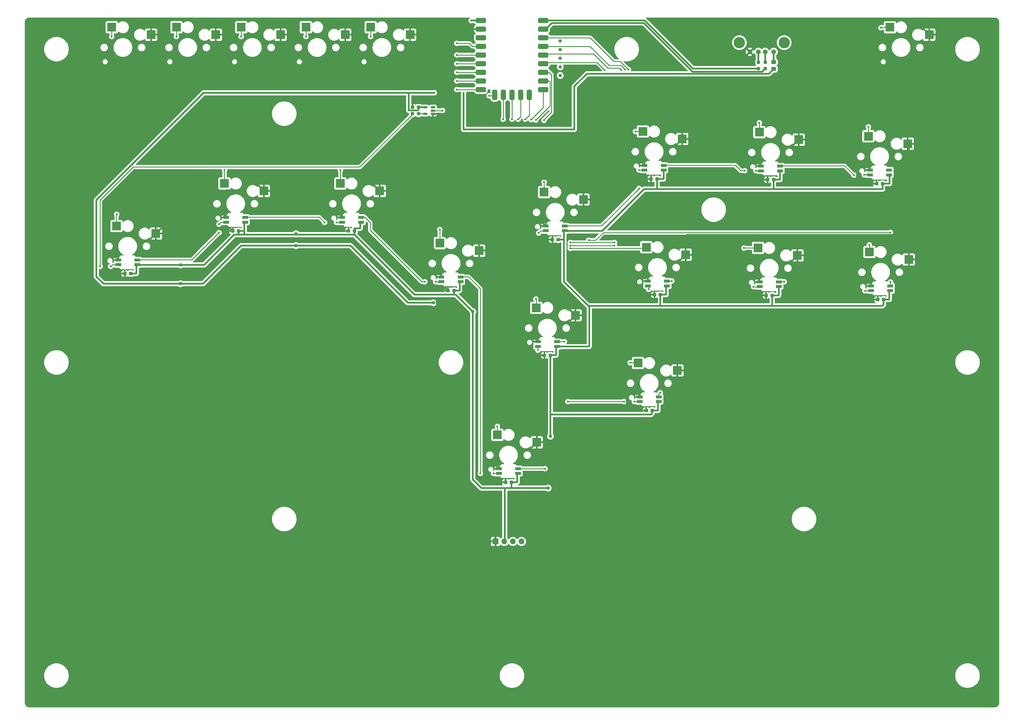
<source format=gbl>
G04 #@! TF.GenerationSoftware,KiCad,Pcbnew,8.0.4*
G04 #@! TF.CreationDate,2024-10-27T13:40:52+07:00*
G04 #@! TF.ProjectId,ShinA4,5368696e-4134-42e6-9b69-6361645f7063,rev?*
G04 #@! TF.SameCoordinates,Original*
G04 #@! TF.FileFunction,Copper,L2,Bot*
G04 #@! TF.FilePolarity,Positive*
%FSLAX46Y46*%
G04 Gerber Fmt 4.6, Leading zero omitted, Abs format (unit mm)*
G04 Created by KiCad (PCBNEW 8.0.4) date 2024-10-27 13:40:52*
%MOMM*%
%LPD*%
G01*
G04 APERTURE LIST*
G04 Aperture macros list*
%AMRoundRect*
0 Rectangle with rounded corners*
0 $1 Rounding radius*
0 $2 $3 $4 $5 $6 $7 $8 $9 X,Y pos of 4 corners*
0 Add a 4 corners polygon primitive as box body*
4,1,4,$2,$3,$4,$5,$6,$7,$8,$9,$2,$3,0*
0 Add four circle primitives for the rounded corners*
1,1,$1+$1,$2,$3*
1,1,$1+$1,$4,$5*
1,1,$1+$1,$6,$7*
1,1,$1+$1,$8,$9*
0 Add four rect primitives between the rounded corners*
20,1,$1+$1,$2,$3,$4,$5,0*
20,1,$1+$1,$4,$5,$6,$7,0*
20,1,$1+$1,$6,$7,$8,$9,0*
20,1,$1+$1,$8,$9,$2,$3,0*%
G04 Aperture macros list end*
G04 #@! TA.AperFunction,SMDPad,CuDef*
%ADD10R,2.600000X2.600000*%
G04 #@! TD*
G04 #@! TA.AperFunction,ComponentPad*
%ADD11C,1.000000*%
G04 #@! TD*
G04 #@! TA.AperFunction,ComponentPad*
%ADD12C,1.428000*%
G04 #@! TD*
G04 #@! TA.AperFunction,ComponentPad*
%ADD13C,3.316000*%
G04 #@! TD*
G04 #@! TA.AperFunction,ComponentPad*
%ADD14R,1.700000X1.700000*%
G04 #@! TD*
G04 #@! TA.AperFunction,ComponentPad*
%ADD15O,1.700000X1.700000*%
G04 #@! TD*
G04 #@! TA.AperFunction,SMDPad,CuDef*
%ADD16RoundRect,0.381000X1.119000X0.381000X-1.119000X0.381000X-1.119000X-0.381000X1.119000X-0.381000X0*%
G04 #@! TD*
G04 #@! TA.AperFunction,SMDPad,CuDef*
%ADD17RoundRect,0.381000X0.381000X-1.119000X0.381000X1.119000X-0.381000X1.119000X-0.381000X-1.119000X0*%
G04 #@! TD*
G04 #@! TA.AperFunction,SMDPad,CuDef*
%ADD18R,1.700000X0.825000*%
G04 #@! TD*
G04 #@! TA.AperFunction,SMDPad,CuDef*
%ADD19RoundRect,0.206250X-0.643750X-0.206250X0.643750X-0.206250X0.643750X0.206250X-0.643750X0.206250X0*%
G04 #@! TD*
G04 #@! TA.AperFunction,SMDPad,CuDef*
%ADD20RoundRect,0.237500X0.300000X0.237500X-0.300000X0.237500X-0.300000X-0.237500X0.300000X-0.237500X0*%
G04 #@! TD*
G04 #@! TA.AperFunction,SMDPad,CuDef*
%ADD21RoundRect,0.237500X-0.237500X0.250000X-0.237500X-0.250000X0.237500X-0.250000X0.237500X0.250000X0*%
G04 #@! TD*
G04 #@! TA.AperFunction,SMDPad,CuDef*
%ADD22RoundRect,0.237500X0.250000X0.237500X-0.250000X0.237500X-0.250000X-0.237500X0.250000X-0.237500X0*%
G04 #@! TD*
G04 #@! TA.AperFunction,SMDPad,CuDef*
%ADD23RoundRect,0.150000X0.512500X0.150000X-0.512500X0.150000X-0.512500X-0.150000X0.512500X-0.150000X0*%
G04 #@! TD*
G04 #@! TA.AperFunction,SMDPad,CuDef*
%ADD24RoundRect,0.250000X-0.450000X0.325000X-0.450000X-0.325000X0.450000X-0.325000X0.450000X0.325000X0*%
G04 #@! TD*
G04 #@! TA.AperFunction,ViaPad*
%ADD25C,1.000000*%
G04 #@! TD*
G04 #@! TA.AperFunction,ViaPad*
%ADD26C,0.600000*%
G04 #@! TD*
G04 #@! TA.AperFunction,Conductor*
%ADD27C,0.500000*%
G04 #@! TD*
G04 #@! TA.AperFunction,Conductor*
%ADD28C,0.250000*%
G04 #@! TD*
G04 #@! TA.AperFunction,Conductor*
%ADD29C,0.200000*%
G04 #@! TD*
G04 APERTURE END LIST*
D10*
X-60475000Y98450000D03*
X-48925000Y96250000D03*
X-116075000Y40050000D03*
X-104525000Y37850000D03*
X104921000Y32424000D03*
X116471000Y30224000D03*
X-84375000Y52550000D03*
X-72825000Y50350000D03*
X-4291000Y-21266000D03*
X7259000Y-23466000D03*
D11*
X14160000Y84270000D03*
X14160000Y91890000D03*
D10*
X7114000Y16032000D03*
X18664000Y13832000D03*
X37004000Y-172000D03*
X48554000Y-2372000D03*
X72216000Y33624000D03*
X83766000Y31424000D03*
D11*
X14160000Y86810000D03*
D12*
X76830000Y91220000D03*
X74330000Y91220000D03*
X72330000Y91220000D03*
X69830000Y91220000D03*
D13*
X79900000Y93930000D03*
X66760000Y93930000D03*
D11*
X14160000Y94430000D03*
D10*
X-79475000Y98450000D03*
X-67925000Y96250000D03*
X9419000Y50032000D03*
X20969000Y47832000D03*
X110925000Y98450000D03*
X122475000Y96250000D03*
X-50375000Y52550000D03*
X-38825000Y50350000D03*
X38421000Y67828000D03*
X49971000Y65628000D03*
X-41475000Y98450000D03*
X-29925000Y96250000D03*
X-98475000Y98450000D03*
X-86925000Y96250000D03*
X72621000Y67624000D03*
X84171000Y65424000D03*
D14*
X-4826000Y-52600000D03*
D15*
X-2286000Y-52600000D03*
X254000Y-52600000D03*
X2794000Y-52600000D03*
D10*
X39416000Y33828000D03*
X50966000Y31628000D03*
D16*
X9160000Y100440000D03*
X9160000Y97900000D03*
X9160000Y95360000D03*
X9160000Y92820000D03*
X9160000Y90280000D03*
X9160000Y87740000D03*
X9160000Y85200000D03*
X9160000Y82660000D03*
X9160000Y80120000D03*
D17*
X5080000Y78580000D03*
X2540000Y78580000D03*
X0Y78580000D03*
X-2540000Y78580000D03*
X-5080000Y78580000D03*
D16*
X-9160000Y80120000D03*
X-9160000Y82660000D03*
X-9160000Y85200000D03*
X-9160000Y87740000D03*
X-9160000Y90280000D03*
X-9160000Y92820000D03*
X-9160000Y95360000D03*
X-9160000Y100440000D03*
X-9160000Y97900000D03*
D10*
X-21183000Y35036000D03*
X-9633000Y32836000D03*
D11*
X14160000Y89350000D03*
D10*
X104621000Y66424000D03*
X116171000Y64224000D03*
X-117475000Y98450000D03*
X-105925000Y96250000D03*
D18*
X-44300000Y41200000D03*
X-44300000Y42600000D03*
D19*
X-49900000Y42600000D03*
D18*
X-49900000Y41200000D03*
D20*
X43553500Y19878000D03*
X41828500Y19878000D03*
D18*
X13189000Y4682000D03*
X13189000Y6082000D03*
D19*
X7589000Y6082000D03*
D18*
X7589000Y4682000D03*
D20*
X42558500Y53878000D03*
X40833500Y53878000D03*
D18*
X44496000Y56478000D03*
X44496000Y57878000D03*
D19*
X38896000Y57878000D03*
D18*
X38896000Y56478000D03*
X-78300000Y41200000D03*
X-78300000Y42600000D03*
D19*
X-83900000Y42600000D03*
D18*
X-83900000Y41200000D03*
D21*
X72330000Y88132500D03*
X72330000Y86307500D03*
D18*
X1784000Y-32616000D03*
X1784000Y-31216000D03*
D19*
X-3816000Y-31216000D03*
D18*
X-3816000Y-32616000D03*
D20*
X109058500Y18474000D03*
X107333500Y18474000D03*
D18*
X78696000Y56274000D03*
X78696000Y57674000D03*
D19*
X73096000Y57674000D03*
D18*
X73096000Y56274000D03*
X-110000000Y28700000D03*
X-110000000Y30100000D03*
D19*
X-115600000Y30100000D03*
D18*
X-115600000Y28700000D03*
D22*
X-27407500Y73040000D03*
X-29232500Y73040000D03*
D18*
X110996000Y21074000D03*
X110996000Y22474000D03*
D19*
X105396000Y22474000D03*
D18*
X105396000Y21074000D03*
D23*
X-23182500Y74912500D03*
X-23182500Y73962500D03*
X-23182500Y73012500D03*
X-25457500Y73012500D03*
X-25457500Y74912500D03*
D20*
X-46237500Y38600000D03*
X-47962500Y38600000D03*
X-27457500Y74940000D03*
X-29182500Y74940000D03*
X-80237500Y38600000D03*
X-81962500Y38600000D03*
D24*
X76830000Y88245000D03*
X76830000Y86195000D03*
D18*
X78291000Y22274000D03*
X78291000Y23674000D03*
D19*
X72691000Y23674000D03*
D18*
X72691000Y22274000D03*
D20*
X13556500Y36082000D03*
X11831500Y36082000D03*
X-111937500Y26100000D03*
X-113662500Y26100000D03*
D18*
X45491000Y22478000D03*
X45491000Y23878000D03*
D19*
X39891000Y23878000D03*
D18*
X39891000Y22478000D03*
D21*
X74330000Y88132500D03*
X74330000Y86307500D03*
D20*
X76353500Y19674000D03*
X74628500Y19674000D03*
D18*
X110696000Y55074000D03*
X110696000Y56474000D03*
D19*
X105096000Y56474000D03*
D18*
X105096000Y55074000D03*
X-15108000Y23686000D03*
X-15108000Y25086000D03*
D19*
X-20708000Y25086000D03*
D18*
X-20708000Y23686000D03*
D20*
X108758500Y52474000D03*
X107033500Y52474000D03*
D18*
X15494000Y38682000D03*
X15494000Y40082000D03*
D19*
X9894000Y40082000D03*
D18*
X9894000Y38682000D03*
D20*
X-153500Y-35216000D03*
X-1878500Y-35216000D03*
X-17045500Y21086000D03*
X-18770500Y21086000D03*
X76758500Y53674000D03*
X75033500Y53674000D03*
X11251500Y2082000D03*
X9526500Y2082000D03*
D18*
X43079000Y-11522000D03*
X43079000Y-10122000D03*
D19*
X37479000Y-10122000D03*
D18*
X37479000Y-11522000D03*
D20*
X41141500Y-14122000D03*
X39416500Y-14122000D03*
D25*
X-63400000Y34300000D03*
X11300000Y-21700000D03*
D26*
X-12000000Y100400000D03*
D25*
X-63400000Y37800000D03*
X-97300000Y23100000D03*
D26*
X-22800000Y79200000D03*
D25*
X-11500000Y14900000D03*
X-97300000Y28650000D03*
D26*
X-14200000Y79200000D03*
D25*
X10600000Y-36900000D03*
X-23050000Y17500000D03*
D26*
X-60000000Y77200000D03*
X-52200000Y76200000D03*
X-60000000Y76200000D03*
X-44300000Y69200000D03*
X-74000000Y60600000D03*
X-59000000Y72800000D03*
X-60000000Y73800000D03*
X-44300000Y72800000D03*
X-75000000Y76000000D03*
X-44300000Y76200000D03*
X-87600000Y65400000D03*
X-74000000Y61600000D03*
X-60000000Y65600000D03*
X-60000000Y60800000D03*
X-75000000Y70000000D03*
X-87600000Y76000000D03*
X33000000Y98000000D03*
X-86600000Y72600000D03*
X-52200000Y61800000D03*
X-45300000Y77200000D03*
X-44300000Y77200000D03*
X-11000000Y71000000D03*
X-86600000Y65400000D03*
X-74000000Y65400000D03*
X-52200000Y77200000D03*
X44000000Y88000000D03*
X-44300000Y70200000D03*
X18000000Y97000000D03*
X43000000Y88000000D03*
X-59000000Y60800000D03*
X-87600000Y60600000D03*
X-52200000Y70200000D03*
X32000000Y97000000D03*
X-75000000Y64400000D03*
X-60000000Y69200000D03*
X-86600000Y69000000D03*
X-59000000Y77200000D03*
X-52200000Y60800000D03*
X14000000Y72000000D03*
X-75000000Y65400000D03*
X-75000000Y69000000D03*
X-44300000Y73800000D03*
X32000000Y98000000D03*
X-11000000Y72000000D03*
X-45300000Y69200000D03*
X-52200000Y65600000D03*
X-60000000Y64600000D03*
X-52200000Y72800000D03*
X-51200000Y64600000D03*
X-59000000Y64600000D03*
X-52200000Y73800000D03*
X-87600000Y73600000D03*
X-75000000Y73600000D03*
X18000000Y98000000D03*
X43000000Y89000000D03*
X-45300000Y76200000D03*
X-74000000Y76000000D03*
X-51200000Y61800000D03*
X-86600000Y61600000D03*
X-86600000Y60600000D03*
X14000000Y71000000D03*
X-45300000Y72800000D03*
X15000000Y72000000D03*
X-60000000Y72800000D03*
X-86600000Y73600000D03*
X-86600000Y77000000D03*
X-74000000Y64400000D03*
X-74000000Y77000000D03*
X-75000000Y77000000D03*
X-87600000Y64400000D03*
X-51200000Y65600000D03*
X-51200000Y72800000D03*
X-45300000Y73800000D03*
X-51200000Y77200000D03*
X-87600000Y72600000D03*
X33000000Y97000000D03*
X44000000Y89000000D03*
X-74000000Y72600000D03*
X-51200000Y69200000D03*
X-60000000Y61800000D03*
X-75000000Y60600000D03*
X-87600000Y61600000D03*
X19000000Y98000000D03*
X-51200000Y70200000D03*
X-52200000Y69200000D03*
X-86600000Y70000000D03*
X-75000000Y72600000D03*
X-59000000Y69200000D03*
X-60000000Y70200000D03*
X-74000000Y70000000D03*
X-59000000Y73800000D03*
X-86600000Y64400000D03*
X-86600000Y76000000D03*
X-59000000Y76200000D03*
X-74000000Y69000000D03*
X-51200000Y73800000D03*
X-59000000Y70200000D03*
X-10000000Y71000000D03*
X-10000000Y72000000D03*
X15000000Y71000000D03*
X-59000000Y65600000D03*
X-75000000Y61600000D03*
X-87600000Y69000000D03*
X-59000000Y61800000D03*
X-74000000Y73600000D03*
X-51200000Y60800000D03*
X-52200000Y64600000D03*
X-87600000Y70000000D03*
X19000000Y97000000D03*
X-45300000Y70200000D03*
X-51200000Y76200000D03*
X-87600000Y77000000D03*
X-20400000Y73962500D03*
X-116000000Y43500000D03*
X34700000Y-100000D03*
X-86000000Y38100000D03*
X-86000000Y40600000D03*
X-117800000Y28200000D03*
X-120900000Y28200000D03*
X-51500000Y41100000D03*
X-55000000Y41100000D03*
X-25600000Y23700000D03*
X-22400000Y23700000D03*
X-9300000Y-32600000D03*
X-5400000Y-32616000D03*
X9700000Y-31200000D03*
X7589000Y3632000D03*
X15400000Y6100000D03*
X35900000Y-11500000D03*
X32900000Y-11500000D03*
X16400000Y-11500000D03*
X40100000Y21500000D03*
X43500000Y-8900000D03*
X46900000Y23900000D03*
X70900000Y22224000D03*
X22500000Y35900000D03*
X111075000Y38150000D03*
X7800000Y38000000D03*
X111100000Y23600000D03*
X37300000Y51100000D03*
X37300000Y56500000D03*
X68300000Y56300000D03*
X71600000Y56300000D03*
X100400000Y55000000D03*
X103400000Y55100000D03*
X-79500000Y95700000D03*
X-16200000Y87700000D03*
X36228000Y67828000D03*
X27200000Y85900000D03*
X-98500000Y95700000D03*
X-16200000Y85200000D03*
X32100000Y85900000D03*
X72600000Y70400000D03*
X-50375000Y56550000D03*
X-6700000Y78300000D03*
X-2600000Y71400000D03*
X-21183000Y39036000D03*
X7000000Y18600000D03*
X1800000Y71400000D03*
X17100000Y33500000D03*
X3900000Y71400000D03*
X-16200000Y90280000D03*
X-60475000Y95700000D03*
X17100000Y34325000D03*
X5600000Y71300000D03*
X68100000Y33600000D03*
X30100000Y34325000D03*
X-4300000Y-18800000D03*
X0Y71400000D03*
X-16200000Y80120000D03*
X-84375000Y56550000D03*
X-41500000Y95700000D03*
X-16200000Y93729900D03*
X104621000Y69179000D03*
X33200000Y86000000D03*
X30100000Y35200000D03*
X7000000Y71200000D03*
X17100000Y35200000D03*
X104900000Y34500000D03*
X-117500000Y95700000D03*
X-16200000Y82660000D03*
X9400000Y71100000D03*
X9419000Y53032000D03*
X108300000Y98300000D03*
X34200000Y86000000D03*
X79900000Y23700000D03*
X103600000Y21024000D03*
D27*
X43300000Y16600000D02*
X22400000Y16600000D01*
X-27667500Y74000000D02*
X-27457500Y74210000D01*
X-80200000Y37500000D02*
X-46832500Y37500000D01*
X-44550000Y39400000D02*
X-44550000Y41150000D01*
X76758500Y53674000D02*
X76758500Y50900000D01*
X22700000Y16300000D02*
X22400000Y16600000D01*
X11300000Y-15300000D02*
X11300000Y2100000D01*
X-2286000Y-52600000D02*
X-2100000Y-52414000D01*
X43553500Y19878000D02*
X45241000Y19878000D01*
X-16500000Y19900000D02*
X-28632500Y19900000D01*
X-81522183Y37500000D02*
X-80200000Y37500000D01*
X-90372183Y28650000D02*
X-81522183Y37500000D01*
X22700000Y4800000D02*
X22700000Y16300000D01*
X-27457500Y74940000D02*
X-25485000Y74940000D01*
X-122000000Y25200000D02*
X-122000000Y47700000D01*
X15244000Y36100000D02*
X15244000Y38632000D01*
X43553500Y19878000D02*
X43553500Y16600000D01*
X26527500Y38632000D02*
X15244000Y38632000D01*
X78291000Y22274000D02*
X78291000Y19791000D01*
X-153500Y-36846500D02*
X-153500Y-35200000D01*
X42829000Y-14122000D02*
X41141500Y-14122000D01*
X-11500000Y-34400000D02*
X-11500000Y14900000D01*
X44496000Y56478000D02*
X44500000Y56474000D01*
X-15358000Y21130000D02*
X-15402000Y21086000D01*
X42829000Y-11572000D02*
X42829000Y-14122000D01*
X41141500Y-14122000D02*
X41141500Y-14958500D01*
X78696000Y53674000D02*
X76758500Y53674000D01*
X-47400000Y34300000D02*
X-63400000Y34300000D01*
X38795500Y50900000D02*
X26527500Y38632000D01*
X-97300000Y23100000D02*
X-90700000Y23100000D01*
X78446000Y56224000D02*
X78696000Y55974000D01*
X41141500Y-14958500D02*
X40800000Y-15300000D01*
X76830000Y86195000D02*
X75415000Y84780000D01*
X-9200000Y100400000D02*
X-9160000Y100440000D01*
X-90500000Y79200000D02*
X-22800000Y79200000D01*
X-46237500Y39400000D02*
X-44550000Y39400000D01*
X-78550000Y38600000D02*
X-78550000Y41150000D01*
X109058500Y18474000D02*
X109058500Y16958500D01*
X43400000Y50900000D02*
X38795500Y50900000D01*
X11300000Y2100000D02*
X12939000Y2100000D01*
X109058500Y16958500D02*
X108700000Y16600000D01*
X108700000Y16600000D02*
X76000000Y16600000D01*
X-28632500Y19900000D02*
X-46232500Y37500000D01*
X-90700000Y23100000D02*
X-79500000Y34300000D01*
X-15358000Y23636000D02*
X-15358000Y21130000D01*
X-78550000Y37550000D02*
X-78550000Y38600000D01*
X110800000Y54970000D02*
X110696000Y55074000D01*
X-30600000Y17500000D02*
X-47400000Y34300000D01*
X-2100000Y-52414000D02*
X-2100000Y-36900000D01*
X43300000Y16600000D02*
X76000000Y16600000D01*
X45241000Y19878000D02*
X45241000Y22428000D01*
X-16500000Y19900000D02*
X-11500000Y14900000D01*
X-17045500Y21086000D02*
X-17045500Y19900000D01*
X22400000Y16600000D02*
X15244000Y23756000D01*
X21980000Y84780000D02*
X18300000Y81100000D01*
X15244000Y23756000D02*
X15244000Y38632000D01*
X-22800000Y79200000D02*
X-30200000Y79200000D01*
X-79500000Y34300000D02*
X-63400000Y34300000D01*
X-46237500Y38600000D02*
X-46237500Y37505000D01*
X10600000Y-36900000D02*
X-9000000Y-36900000D01*
X-97300000Y23100000D02*
X-119900000Y23100000D01*
X15226000Y36082000D02*
X15244000Y36100000D01*
X-80237500Y38600000D02*
X-80237500Y37537500D01*
X75415000Y84780000D02*
X21980000Y84780000D01*
X-12000000Y100400000D02*
X-9200000Y100400000D01*
X78696000Y55974000D02*
X78696000Y53674000D01*
X76353500Y19674000D02*
X76400000Y19627500D01*
X-30200000Y79200000D02*
X-30300000Y79100000D01*
X-80237500Y38600000D02*
X-78550000Y38600000D01*
X110746000Y21024000D02*
X110746000Y18474000D01*
X-27457500Y74210000D02*
X-27457500Y74940000D01*
X13556500Y36082000D02*
X15226000Y36082000D01*
X108758500Y50900000D02*
X108758500Y52474000D01*
X1534000Y-35200000D02*
X1534000Y-32666000D01*
X76400000Y19627500D02*
X76400000Y16600000D01*
X42558500Y53878000D02*
X42558500Y50900000D01*
X108758500Y52474000D02*
X110800000Y52474000D01*
X-30300000Y79100000D02*
X-30300000Y74000000D01*
X78174000Y19674000D02*
X76353500Y19674000D01*
X-9000000Y-36900000D02*
X-11500000Y-34400000D01*
X-110250000Y28650000D02*
X-90372183Y28650000D01*
X-15402000Y21086000D02*
X-17045500Y21086000D01*
X18300000Y68400000D02*
X-14200000Y68400000D01*
X43400000Y50900000D02*
X108758500Y50900000D01*
X-23050000Y17500000D02*
X-30600000Y17500000D01*
X-25485000Y74940000D02*
X-25457500Y74912500D01*
X-46237500Y38600000D02*
X-46237500Y39400000D01*
X12939000Y2100000D02*
X12939000Y4632000D01*
X-153500Y-35200000D02*
X1534000Y-35200000D01*
X-80237500Y37537500D02*
X-80200000Y37500000D01*
X42901000Y-11500000D02*
X42829000Y-11572000D01*
X-46237500Y37505000D02*
X-46232500Y37500000D01*
X110800000Y52474000D02*
X110800000Y54970000D01*
X-111937500Y26100000D02*
X-110250000Y26100000D01*
X40800000Y-15300000D02*
X11300000Y-15300000D01*
X12939000Y4632000D02*
X22532000Y4632000D01*
X-122000000Y47700000D02*
X-90500000Y79200000D01*
X110746000Y18474000D02*
X109058500Y18474000D01*
X22532000Y4632000D02*
X22700000Y4800000D01*
X-110250000Y26100000D02*
X-110250000Y28650000D01*
X-14200000Y68400000D02*
X-14200000Y79200000D01*
X-78600000Y37500000D02*
X-78550000Y37550000D01*
X44500000Y53878000D02*
X42558500Y53878000D01*
X11300000Y-21700000D02*
X11300000Y-15300000D01*
X-46232500Y37500000D02*
X-46832500Y37500000D01*
X78291000Y19791000D02*
X78174000Y19674000D01*
X18300000Y81100000D02*
X18300000Y68400000D01*
X-119900000Y23100000D02*
X-122000000Y25200000D01*
X-30300000Y74000000D02*
X-27667500Y74000000D01*
X44500000Y56474000D02*
X44500000Y53878000D01*
X9900000Y97900000D02*
X11700000Y99700000D01*
X9160000Y97900000D02*
X9900000Y97900000D01*
X11700000Y99700000D02*
X38700000Y99700000D01*
X38700000Y99700000D02*
X53030000Y85370000D01*
X73392500Y85370000D02*
X74330000Y86307500D01*
X53030000Y85370000D02*
X73392500Y85370000D01*
X38960000Y100440000D02*
X53092500Y86307500D01*
X53092500Y86307500D02*
X72330000Y86307500D01*
X9160000Y100440000D02*
X38960000Y100440000D01*
X6100000Y37100000D02*
X7100000Y36100000D01*
X-86925000Y96250000D02*
X-86925000Y100475000D01*
X3800000Y3100000D02*
X3800000Y5926224D01*
X37275000Y-9400000D02*
X37197700Y-9322700D01*
X7385000Y6286000D02*
X7385000Y11326298D01*
X36100000Y21100000D02*
X37300000Y19900000D01*
X70100000Y19700000D02*
X74602500Y19700000D01*
X45865916Y63624000D02*
X47967000Y63624000D01*
X69600000Y24600000D02*
X68900000Y23900000D01*
X35700000Y53900000D02*
X40811500Y53900000D01*
X44572916Y-4500000D02*
X48554000Y-4500000D01*
X-105900000Y100500000D02*
X-105925000Y100475000D01*
X69830000Y91220000D02*
X79064000Y100454000D01*
X37275000Y-9918000D02*
X37275000Y-4825000D01*
X40400000Y64900000D02*
X44589916Y64900000D01*
X-20708000Y25086000D02*
X-20912000Y25290000D01*
X48554000Y-4500000D02*
X48554000Y-10346000D01*
X-29200000Y74957500D02*
X-29200000Y76500000D01*
X-109984084Y37200000D02*
X-108584084Y35800000D01*
X-19150000Y96250000D02*
X-19000000Y96400000D01*
X3800000Y5926224D02*
X4755076Y6881300D01*
X122475000Y96250000D02*
X122475000Y71600000D01*
X-86925000Y100475000D02*
X-86900000Y100500000D01*
X-50104000Y50346000D02*
X-50100000Y50350000D01*
X33700000Y-10200000D02*
X33700000Y-13100000D01*
X74673702Y64700000D02*
X78785916Y64700000D01*
X81762000Y29420000D02*
X79660916Y29420000D01*
X16632000Y11800000D02*
X18664000Y13832000D01*
X73096000Y57674000D02*
X72892000Y57878000D01*
X116471000Y35200000D02*
X116471000Y35700000D01*
X3153916Y-25470000D02*
X1583916Y-23900000D01*
X6100000Y40000000D02*
X6100000Y37100000D01*
X72487000Y23878000D02*
X72691000Y23674000D01*
X38600000Y58174000D02*
X38600000Y63100000D01*
X5255000Y-25470000D02*
X3153916Y-25470000D01*
X-115804000Y35344298D02*
X-113948298Y37200000D01*
X102700000Y18500000D02*
X107307500Y18500000D01*
X74602500Y19700000D02*
X74628500Y19674000D01*
X-9160000Y97900000D02*
X-17500000Y97900000D01*
X104892000Y63392000D02*
X105700000Y64200000D01*
X-20912000Y31265000D02*
X-28400000Y38753000D01*
X39300000Y-2800000D02*
X42872916Y-2800000D01*
X70400000Y53700000D02*
X75007500Y53700000D01*
X36700000Y24700000D02*
X36100000Y24100000D01*
X48962000Y29624000D02*
X46860916Y29624000D01*
X-72825000Y50350000D02*
X-50100000Y50350000D01*
X38896000Y57878000D02*
X38600000Y58174000D01*
X-87300000Y39400000D02*
X-87319300Y39419300D01*
X50966000Y64633000D02*
X49971000Y65628000D01*
X5700000Y50251000D02*
X5700000Y53876000D01*
X72892000Y57878000D02*
X72892000Y62918298D01*
X-23182500Y73012500D02*
X-19887500Y73012500D01*
X-12300000Y-38300000D02*
X-22100000Y-28500000D01*
X104892000Y56678000D02*
X104892000Y63392000D01*
X49971000Y71171000D02*
X50200000Y71400000D01*
X11813500Y36100000D02*
X11831500Y36082000D01*
X101000000Y22746600D02*
X101000000Y37300000D01*
X100900000Y37400000D02*
X116471000Y37400000D01*
X122475000Y64275000D02*
X122400000Y64200000D01*
X116471000Y30224000D02*
X116471000Y13671000D01*
X-80600000Y36100000D02*
X-91900000Y24800000D01*
X-67925000Y100475000D02*
X-67900000Y100500000D01*
X4800000Y2100000D02*
X3800000Y3100000D01*
X-74875000Y52400000D02*
X-72825000Y50350000D01*
X-86600000Y72600000D02*
X-75000000Y72600000D01*
X104892000Y57300000D02*
X102100000Y57300000D01*
X48554000Y-10346000D02*
X35434000Y-23466000D01*
X20969000Y69769000D02*
X22600000Y71400000D01*
X-86600000Y60600000D02*
X-75000000Y60600000D01*
X105400000Y23273300D02*
X101000000Y23273300D01*
X-19000000Y96400000D02*
X-19000000Y76500000D01*
X39369000Y24700000D02*
X36700000Y24700000D01*
X47967000Y63624000D02*
X49971000Y65628000D01*
X110085916Y64200000D02*
X112185916Y62100000D01*
X-3816000Y-31216000D02*
X-4600000Y-30432000D01*
X68900000Y20900000D02*
X70100000Y19700000D01*
X-81962500Y38600000D02*
X-82762500Y39400000D01*
X74200000Y30700000D02*
X72487000Y28987000D01*
X-22100000Y-28500000D02*
X-22100000Y18900000D01*
X-19570500Y21886000D02*
X-18770500Y21086000D01*
X38545900Y27981198D02*
X38545900Y25523100D01*
X-19150000Y96250000D02*
X-29925000Y96250000D01*
X-4935000Y-38465000D02*
X-5100000Y-38300000D01*
X101300000Y56500000D02*
X101300000Y53600000D01*
X13300916Y13086000D02*
X14586916Y11800000D01*
X-340000Y32836000D02*
X-9633000Y32836000D01*
X-118433924Y30899300D02*
X-115804000Y30899300D01*
X-28400000Y50350000D02*
X-20000000Y50350000D01*
X20969000Y53876000D02*
X20969000Y69769000D01*
X51400000Y37400000D02*
X100900000Y37400000D01*
X9894000Y40082000D02*
X8900000Y41076000D01*
X35100000Y58200000D02*
X35100000Y54500000D01*
X-29200000Y76500000D02*
X-19000000Y76500000D01*
X116471000Y13671000D02*
X100428000Y-2372000D01*
X-19887500Y73012500D02*
X-19000000Y73900000D01*
X-9683000Y50350000D02*
X-6157000Y53876000D01*
X34577300Y-9322700D02*
X33700000Y-10200000D01*
X105096000Y56474000D02*
X104892000Y56678000D01*
X-67925000Y96250000D02*
X-67925000Y100475000D01*
X101300000Y53600000D02*
X102400000Y52500000D01*
X-87700000Y39400000D02*
X-87700000Y42800000D01*
X72892000Y62918298D02*
X74673702Y64700000D01*
X37275000Y-4825000D02*
X39300000Y-2800000D01*
X72892000Y58473300D02*
X70262076Y58473300D01*
X8900000Y47051000D02*
X5700000Y50251000D01*
X-53700000Y42900000D02*
X-53700000Y38600000D01*
X-6716700Y-30416700D02*
X-7600000Y-31300000D01*
X-48925000Y95225000D02*
X-48925000Y96250000D01*
X107007500Y52500000D02*
X107033500Y52474000D01*
X-22100000Y18900000D02*
X-29900000Y18900000D01*
X107307500Y18500000D02*
X107333500Y18474000D01*
X37197700Y-9322700D02*
X34577300Y-9322700D01*
X-87319300Y39419300D02*
X-87338600Y39400000D01*
X7259000Y-23466000D02*
X5255000Y-25470000D01*
X38600000Y63100000D02*
X40400000Y64900000D01*
X-4600000Y-26551702D02*
X-4600000Y-30416700D01*
X122475000Y71600000D02*
X122475000Y64275000D01*
X112185916Y62100000D02*
X116471000Y62100000D01*
X-7600000Y-31300000D02*
X-7600000Y-33800000D01*
X101000000Y20200000D02*
X102700000Y18500000D01*
X39394500Y-14100000D02*
X39416500Y-14122000D01*
X7300000Y41200000D02*
X6100000Y40000000D01*
X72487000Y24600000D02*
X69600000Y24600000D01*
X-29182500Y74940000D02*
X-29200000Y74957500D01*
X-115600000Y30100000D02*
X-115804000Y30304000D01*
X-50100000Y50350000D02*
X-46150000Y50350000D01*
X46860916Y29624000D02*
X45584916Y30900000D01*
X-118300000Y26100000D02*
X-119400000Y27200000D01*
X-30000000Y100500000D02*
X-48900000Y100500000D01*
X-47100000Y36100000D02*
X-80600000Y36100000D01*
X-76884084Y52400000D02*
X-74875000Y52400000D01*
X105396000Y22474000D02*
X105396000Y23269300D01*
X49971000Y65628000D02*
X49971000Y71171000D01*
X-38825000Y50350000D02*
X-28400000Y50350000D01*
X-86600000Y64400000D02*
X-75000000Y64400000D01*
X-87100700Y43399300D02*
X-84200000Y43399300D01*
X34700000Y-14100000D02*
X39394500Y-14100000D01*
X116471000Y62100000D02*
X116471000Y63924000D01*
X-19887500Y50462500D02*
X-20000000Y50350000D01*
X10144000Y40132000D02*
X10094000Y40082000D01*
X-17500000Y97900000D02*
X-19150000Y96250000D01*
X79660916Y29420000D02*
X78380916Y30700000D01*
X-86600000Y76000000D02*
X-75000000Y76000000D01*
X84171000Y65424000D02*
X84171000Y71329000D01*
X14586916Y11800000D02*
X16632000Y11800000D01*
X35577300Y58677300D02*
X35100000Y58200000D01*
X-113948298Y37200000D02*
X-109984084Y37200000D01*
X10094000Y40082000D02*
X9894000Y40082000D01*
X-29925000Y96250000D02*
X-29925000Y100425000D01*
X116471000Y63924000D02*
X116171000Y64224000D01*
X42872916Y-2800000D02*
X44572916Y-4500000D01*
X9508500Y2100000D02*
X4800000Y2100000D01*
X-19887500Y73012500D02*
X-19887500Y50462500D01*
X-83880000Y50546000D02*
X-78738084Y50546000D01*
X20969000Y47832000D02*
X20969000Y53876000D01*
X-20000000Y50350000D02*
X-9683000Y50350000D01*
X83766000Y31424000D02*
X83766000Y37400000D01*
X-5100000Y-38300000D02*
X-12300000Y-38300000D01*
X79064000Y100454000D02*
X118271000Y100454000D01*
X122400000Y64200000D02*
X116195000Y64200000D01*
X-84200000Y50226000D02*
X-83880000Y50546000D01*
X-6200000Y-35200000D02*
X-1894500Y-35200000D01*
X78380916Y30700000D02*
X74200000Y30700000D01*
X-4600000Y-30416700D02*
X-6716700Y-30416700D01*
X-86600000Y73600000D02*
X-75000000Y73600000D01*
X84171000Y71329000D02*
X84100000Y71400000D01*
X-86900000Y100500000D02*
X-105900000Y100500000D01*
X33700000Y-13100000D02*
X34700000Y-14100000D01*
X37300000Y19900000D02*
X41806500Y19900000D01*
X48554000Y-2372000D02*
X48554000Y-4500000D01*
X50200000Y71400000D02*
X84100000Y71400000D01*
X-19000000Y73900000D02*
X-19000000Y76500000D01*
X-29925000Y100425000D02*
X-30000000Y100500000D01*
X-53700000Y38600000D02*
X-47962500Y38600000D01*
X-86600000Y77000000D02*
X-75000000Y77000000D01*
X116471000Y35700000D02*
X116471000Y62100000D01*
X-86600000Y70000000D02*
X-75000000Y70000000D01*
X82167000Y63420000D02*
X84171000Y65424000D01*
X-82762500Y39400000D02*
X-87300000Y39400000D01*
X-86600000Y61600000D02*
X-75000000Y61600000D01*
X72487000Y28987000D02*
X72487000Y23878000D01*
X-46150000Y50350000D02*
X-44146000Y52354000D01*
X40811500Y53900000D02*
X40833500Y53878000D01*
X-44146000Y52354000D02*
X-40829000Y52354000D01*
X-91900000Y24800000D02*
X-113600000Y24800000D01*
X-67900000Y100500000D02*
X-86900000Y100500000D01*
X70262076Y58473300D02*
X69300000Y57511224D01*
X8776000Y41200000D02*
X7300000Y41200000D01*
X-113662500Y26100000D02*
X-118300000Y26100000D01*
X7385000Y11326298D02*
X9144702Y13086000D01*
X4755076Y6881300D02*
X7385000Y6881300D01*
X9894000Y40082000D02*
X8776000Y41200000D01*
X-106575000Y35800000D02*
X-104525000Y37850000D01*
X-4826000Y-52600000D02*
X-4935000Y-52491000D01*
X-1948298Y-23900000D02*
X-4600000Y-26551702D01*
X-20912000Y25885300D02*
X-23614700Y25885300D01*
X-1894500Y-35200000D02*
X-1878500Y-35216000D01*
X-53200700Y43399300D02*
X-53700000Y42900000D01*
X-29900000Y18900000D02*
X-47100000Y36100000D01*
X69300000Y54800000D02*
X70400000Y53700000D01*
X50966000Y31628000D02*
X48962000Y29624000D01*
X9526500Y2082000D02*
X9508500Y2100000D01*
X69300000Y57511224D02*
X69300000Y54800000D01*
X-4600000Y-30432000D02*
X-4600000Y-30416700D01*
X7100000Y36100000D02*
X11813500Y36100000D01*
X105396000Y23269300D02*
X105400000Y23273300D01*
X22600000Y71400000D02*
X50200000Y71400000D01*
X-50104000Y42804000D02*
X-50104000Y50346000D01*
X-83900000Y42600000D02*
X-84200000Y42900000D01*
X-40829000Y52354000D02*
X-38825000Y50350000D01*
X45584916Y30900000D02*
X41464702Y30900000D01*
X18664000Y13832000D02*
X-340000Y32836000D01*
X-20912000Y25290000D02*
X-20912000Y31265000D01*
X100428000Y-2372000D02*
X48554000Y-2372000D01*
X-24500000Y25000000D02*
X-24500000Y22200000D01*
X38600000Y58677300D02*
X35577300Y58677300D01*
X-50104000Y43399300D02*
X-53200700Y43399300D01*
X7589000Y6082000D02*
X7385000Y6286000D01*
X-24186000Y21886000D02*
X-19570500Y21886000D01*
X68900000Y23900000D02*
X68900000Y20900000D01*
X9144702Y13086000D02*
X13300916Y13086000D01*
X-84200000Y42900000D02*
X-84200000Y50226000D01*
X-9633000Y50300000D02*
X-9633000Y32836000D01*
X-86600000Y65400000D02*
X-75000000Y65400000D01*
X41464702Y30900000D02*
X38545900Y27981198D01*
X-4935000Y-52491000D02*
X-4935000Y-38465000D01*
X-115804000Y30304000D02*
X-115804000Y35344298D01*
X118271000Y100454000D02*
X122475000Y96250000D01*
X-48925000Y100475000D02*
X-48900000Y100500000D01*
X-113600000Y24800000D02*
X-113600000Y26037500D01*
X-86600000Y69000000D02*
X-75000000Y69000000D01*
X83766000Y31424000D02*
X81762000Y29420000D01*
X-48900000Y100500000D02*
X-67900000Y100500000D01*
X-105925000Y100475000D02*
X-105925000Y96250000D01*
X-78738084Y50546000D02*
X-76884084Y52400000D01*
X-23614700Y25885300D02*
X-24500000Y25000000D01*
X78785916Y64700000D02*
X80065916Y63420000D01*
X35434000Y-23466000D02*
X7259000Y-23466000D01*
X75007500Y53700000D02*
X75033500Y53674000D01*
X-113600000Y26037500D02*
X-113662500Y26100000D01*
X-87338600Y39400000D02*
X-102975000Y39400000D01*
X50966000Y31628000D02*
X50966000Y36966000D01*
X-119400000Y29933224D02*
X-118433924Y30899300D01*
X72700000Y23683000D02*
X72691000Y23674000D01*
X122275000Y71400000D02*
X122475000Y71600000D01*
X38545900Y25523100D02*
X39369000Y24700000D01*
X44589916Y64900000D02*
X45865916Y63624000D01*
X105700000Y64200000D02*
X110085916Y64200000D01*
X101000000Y22746600D02*
X101000000Y20200000D01*
X-119400000Y27200000D02*
X-119400000Y29933224D01*
X-108584084Y35800000D02*
X-106575000Y35800000D01*
X8900000Y41076000D02*
X8900000Y47051000D01*
X-87700000Y42800000D02*
X-87100700Y43399300D01*
X116471000Y30224000D02*
X116471000Y35200000D01*
X102100000Y57300000D02*
X101300000Y56500000D01*
X116195000Y64200000D02*
X116171000Y64224000D01*
X102400000Y52500000D02*
X107007500Y52500000D01*
X84100000Y71400000D02*
X122275000Y71400000D01*
X35100000Y54500000D02*
X35700000Y53900000D01*
X-6157000Y53876000D02*
X20969000Y53876000D01*
X-49900000Y42600000D02*
X-50104000Y42804000D01*
X-48925000Y96250000D02*
X-48925000Y100475000D01*
X-28400000Y38753000D02*
X-28400000Y50350000D01*
X41806500Y19900000D02*
X41828500Y19878000D01*
X-7600000Y-33800000D02*
X-6200000Y-35200000D01*
X-24500000Y22200000D02*
X-24186000Y21886000D01*
X-102975000Y39400000D02*
X-104525000Y37850000D01*
X36100000Y24100000D02*
X36100000Y21100000D01*
X101000000Y37300000D02*
X100900000Y37400000D01*
X37479000Y-10122000D02*
X37275000Y-9918000D01*
X1583916Y-23900000D02*
X-1948298Y-23900000D01*
X-9683000Y50350000D02*
X-9633000Y50300000D01*
X80065916Y63420000D02*
X82167000Y63420000D01*
X50966000Y36966000D02*
X51400000Y37400000D01*
X76830000Y88245000D02*
X76830000Y91220000D01*
D28*
X-20400000Y73962500D02*
X-23182500Y73962500D01*
X-116075000Y43425000D02*
X-116075000Y40050000D01*
X-116000000Y43500000D02*
X-116075000Y43425000D01*
X34700000Y-100000D02*
X36932000Y-100000D01*
X36932000Y-100000D02*
X37004000Y-172000D01*
D27*
X72330000Y88132500D02*
X72330000Y91220000D01*
X74330000Y88132500D02*
X74330000Y91220000D01*
D28*
X-86000000Y38100000D02*
X-93950000Y30150000D01*
X-83650000Y41150000D02*
X-85450000Y41150000D01*
X-85450000Y41150000D02*
X-86000000Y40600000D01*
X-93950000Y30150000D02*
X-110250000Y30150000D01*
X-117300000Y28700000D02*
X-117800000Y28200000D01*
X-115350000Y28650000D02*
X-115400000Y28700000D01*
X-120900000Y28200000D02*
X-120900000Y47700000D01*
X-120900000Y47700000D02*
X-111200000Y57400000D01*
X-29232500Y72830000D02*
X-29232500Y73040000D01*
X-44662500Y57400000D02*
X-29232500Y72830000D01*
X-111200000Y57400000D02*
X-44662500Y57400000D01*
X-115400000Y28700000D02*
X-117300000Y28700000D01*
X-56550000Y42650000D02*
X-55000000Y41100000D01*
X-49700000Y41100000D02*
X-49650000Y41150000D01*
X-78550000Y42650000D02*
X-56550000Y42650000D01*
X-51500000Y41100000D02*
X-49700000Y41100000D01*
X-41600000Y41100000D02*
X-43150000Y42650000D01*
X-26500000Y23700000D02*
X-41600000Y38800000D01*
X-43150000Y42650000D02*
X-44550000Y42650000D01*
X-41600000Y38800000D02*
X-41600000Y41100000D01*
X-22336000Y23636000D02*
X-20458000Y23636000D01*
X-25600000Y23700000D02*
X-26500000Y23700000D01*
X-22400000Y23700000D02*
X-22336000Y23636000D01*
X-3816000Y-32616000D02*
X-3616000Y-32616000D01*
X-12736000Y25136000D02*
X-15358000Y25136000D01*
X-3616000Y-32616000D02*
X-3566000Y-32666000D01*
X-9300000Y-32600000D02*
X-9300000Y21700000D01*
X-9300000Y21700000D02*
X-12736000Y25136000D01*
X-5400000Y-32616000D02*
X-3816000Y-32616000D01*
D29*
X7589000Y4682000D02*
X7589000Y3632000D01*
D28*
X9700000Y-31200000D02*
X1568000Y-31200000D01*
X1568000Y-31200000D02*
X1534000Y-31166000D01*
X12939000Y6132000D02*
X15368000Y6132000D01*
X37657000Y-11500000D02*
X37729000Y-11572000D01*
X35900000Y-11500000D02*
X37657000Y-11500000D01*
X16400000Y-11500000D02*
X32900000Y-11500000D01*
X15368000Y6132000D02*
X15400000Y6100000D01*
X40100000Y22387000D02*
X40141000Y22428000D01*
X42829000Y-9571000D02*
X43500000Y-8900000D01*
X42829000Y-10072000D02*
X42829000Y-9571000D01*
X40100000Y21500000D02*
X40100000Y22387000D01*
X46900000Y23900000D02*
X45269000Y23900000D01*
X70900000Y22224000D02*
X72941000Y22224000D01*
X45269000Y23900000D02*
X45241000Y23928000D01*
X8432000Y38632000D02*
X7800000Y38000000D01*
X26810000Y38150000D02*
X24560000Y35900000D01*
X10144000Y38632000D02*
X8432000Y38632000D01*
X111100000Y22878000D02*
X110746000Y22524000D01*
X111100000Y23600000D02*
X111100000Y22878000D01*
X111075000Y38150000D02*
X26810000Y38150000D01*
X24560000Y35900000D02*
X22500000Y35900000D01*
X37300000Y51100000D02*
X26332000Y40132000D01*
X39096000Y56478000D02*
X39146000Y56428000D01*
X37300000Y56500000D02*
X37322000Y56478000D01*
X26332000Y40132000D02*
X15244000Y40132000D01*
X37322000Y56478000D02*
X39096000Y56478000D01*
X71600000Y56300000D02*
X71626000Y56274000D01*
X73296000Y56274000D02*
X73346000Y56224000D01*
X71626000Y56274000D02*
X73296000Y56274000D01*
X68300000Y56300000D02*
X67142390Y56300000D01*
X67142390Y56300000D02*
X65514390Y57928000D01*
X65514390Y57928000D02*
X44246000Y57928000D01*
X105270000Y55100000D02*
X105346000Y55024000D01*
X97676000Y57724000D02*
X100400000Y55000000D01*
X103400000Y55100000D02*
X105270000Y55100000D01*
X78446000Y57724000D02*
X97676000Y57724000D01*
X-16200000Y87700000D02*
X-9200000Y87700000D01*
X-9200000Y87700000D02*
X-9160000Y87740000D01*
X-79475000Y95725000D02*
X-79500000Y95700000D01*
X-79475000Y98450000D02*
X-79475000Y95725000D01*
X25000000Y88100000D02*
X9520000Y88100000D01*
X27200000Y85900000D02*
X25000000Y88100000D01*
X36228000Y67828000D02*
X38421000Y67828000D01*
X9520000Y88100000D02*
X9160000Y87740000D01*
X-16200000Y85200000D02*
X-9160000Y85200000D01*
X-98475000Y95725000D02*
X-98500000Y95700000D01*
X-98475000Y98450000D02*
X-98475000Y95725000D01*
X24000000Y90600000D02*
X9480000Y90600000D01*
X32100000Y85900000D02*
X31500000Y86500000D01*
X31500000Y86500000D02*
X28100000Y86500000D01*
X72621000Y70379000D02*
X72621000Y67624000D01*
X28100000Y86500000D02*
X24000000Y90600000D01*
X9480000Y90600000D02*
X9160000Y90280000D01*
X72600000Y70400000D02*
X72621000Y70379000D01*
X-5360000Y78300000D02*
X-5080000Y78580000D01*
X-50375000Y56500000D02*
X-50375000Y52550000D01*
X-6700000Y78300000D02*
X-5360000Y78300000D01*
X-21200000Y35053000D02*
X-21183000Y35036000D01*
X-2540000Y78580000D02*
X-2540000Y71460000D01*
X-21200000Y39019000D02*
X-21200000Y35053000D01*
X-21183000Y39036000D02*
X-21200000Y39019000D01*
X-2540000Y71460000D02*
X-2600000Y71400000D01*
X7000000Y18600000D02*
X7114000Y18486000D01*
X7114000Y18486000D02*
X7114000Y16032000D01*
X2540000Y78580000D02*
X2540000Y72140000D01*
X2540000Y72140000D02*
X1800000Y71400000D01*
X5080000Y78580000D02*
X5080000Y72580000D01*
X17100000Y33500000D02*
X39088000Y33500000D01*
X39088000Y33500000D02*
X39416000Y33828000D01*
X5080000Y72580000D02*
X3900000Y71400000D01*
X-16200000Y90280000D02*
X-9160000Y90280000D01*
X-60475000Y95800000D02*
X-60475000Y98450000D01*
X5600000Y71300000D02*
X9160000Y74860000D01*
X30100000Y34325000D02*
X17100000Y34325000D01*
X72216000Y33624000D02*
X68124000Y33624000D01*
X9160000Y74860000D02*
X9160000Y80120000D01*
X68124000Y33624000D02*
X68100000Y33600000D01*
X-4300000Y-21257000D02*
X-4291000Y-21266000D01*
X-4300000Y-18800000D02*
X-4300000Y-21257000D01*
X0Y78580000D02*
X0Y71400000D01*
X-16200000Y80120000D02*
X-9160000Y80120000D01*
X-84375000Y56600000D02*
X-84375000Y52550000D01*
X-41475000Y95725000D02*
X-41500000Y95700000D01*
X-41475000Y98450000D02*
X-41475000Y95725000D01*
X-12489900Y93729900D02*
X-11580000Y92820000D01*
X-11580000Y92820000D02*
X-9160000Y92820000D01*
X-16200000Y93729900D02*
X-12489900Y93729900D01*
X32000000Y87200000D02*
X28500000Y87200000D01*
X22880000Y92820000D02*
X9160000Y92820000D01*
X28500000Y87200000D02*
X22880000Y92820000D01*
X33200000Y86000000D02*
X32000000Y87200000D01*
X104621000Y69179000D02*
X104621000Y66424000D01*
X104921000Y34479000D02*
X104900000Y34500000D01*
X30100000Y35200000D02*
X17100000Y35200000D01*
X11200000Y82300000D02*
X10840000Y82660000D01*
X10840000Y82660000D02*
X9160000Y82660000D01*
X104921000Y32424000D02*
X104921000Y34479000D01*
X11200000Y75400000D02*
X11200000Y82300000D01*
X7000000Y71200000D02*
X11200000Y75400000D01*
X-117475000Y95725000D02*
X-117475000Y98450000D01*
X-16200000Y82660000D02*
X-9160000Y82660000D01*
X-117500000Y95700000D02*
X-117475000Y95725000D01*
X11600000Y73500000D02*
X11600000Y84500000D01*
X9400000Y71300000D02*
X11600000Y73500000D01*
X9419000Y53019000D02*
X9500000Y53100000D01*
X9419000Y50032000D02*
X9419000Y53019000D01*
X11600000Y84500000D02*
X10900000Y85200000D01*
X9400000Y71100000D02*
X9400000Y71300000D01*
X10900000Y85200000D02*
X9160000Y85200000D01*
X22940000Y95360000D02*
X9160000Y95360000D01*
X34200000Y86000000D02*
X34150000Y86000000D01*
X108450000Y98450000D02*
X110925000Y98450000D01*
X34150000Y86000000D02*
X31750000Y88400000D01*
X31750000Y88400000D02*
X29900000Y88400000D01*
X29900000Y88400000D02*
X22940000Y95360000D01*
X108300000Y98300000D02*
X108450000Y98450000D01*
X78041000Y23724000D02*
X78481000Y23724000D01*
X79900000Y23700000D02*
X78065000Y23700000D01*
X78065000Y23700000D02*
X78041000Y23724000D01*
X103600000Y21024000D02*
X105646000Y21024000D01*
X-27197500Y73040000D02*
X-25485000Y73040000D01*
X-25485000Y73040000D02*
X-25457500Y73012500D01*
G04 #@! TA.AperFunction,Conductor*
G36*
X-31107461Y78429815D02*
G01*
X-31061706Y78377011D01*
X-31050500Y78325500D01*
X-31050500Y73926079D01*
X-31021659Y73781092D01*
X-31021656Y73781082D01*
X-30965087Y73644511D01*
X-30965080Y73644498D01*
X-30882951Y73521584D01*
X-30882948Y73521580D01*
X-30778419Y73417051D01*
X-30778415Y73417048D01*
X-30655501Y73334919D01*
X-30655488Y73334912D01*
X-30518917Y73278343D01*
X-30518907Y73278340D01*
X-30373920Y73249500D01*
X-30373918Y73249500D01*
X-30344500Y73249500D01*
X-30277461Y73229815D01*
X-30231706Y73177011D01*
X-30220500Y73125500D01*
X-30220499Y72777951D01*
X-30240183Y72710912D01*
X-30256813Y72690275D01*
X-41327002Y61620088D01*
X-44885271Y58061819D01*
X-44946594Y58028334D01*
X-44972952Y58025500D01*
X-110313770Y58025500D01*
X-110380809Y58045185D01*
X-110426564Y58097989D01*
X-110436508Y58167147D01*
X-110407483Y58230703D01*
X-110401451Y58237181D01*
X-95588633Y73050000D01*
X-70455441Y73050000D01*
X-70435690Y72673129D01*
X-70376653Y72300387D01*
X-70278978Y71935857D01*
X-70143734Y71583535D01*
X-69982870Y71267821D01*
X-69972400Y71247274D01*
X-69766864Y70930776D01*
X-69711157Y70861984D01*
X-69578154Y70697738D01*
X-69529368Y70637493D01*
X-69529361Y70637485D01*
X-69262514Y70370638D01*
X-69262506Y70370631D01*
X-68969223Y70133135D01*
X-68652725Y69927599D01*
X-68316468Y69756267D01*
X-67964147Y69621023D01*
X-67599614Y69523347D01*
X-67599607Y69523346D01*
X-67226872Y69464310D01*
X-66850001Y69444559D01*
X-66850000Y69444559D01*
X-66849999Y69444559D01*
X-66473127Y69464310D01*
X-66100392Y69523346D01*
X-66100385Y69523347D01*
X-65735852Y69621023D01*
X-65383531Y69756267D01*
X-65047274Y69927599D01*
X-64730776Y70133135D01*
X-64437493Y70370631D01*
X-64437485Y70370638D01*
X-64170638Y70637485D01*
X-64170631Y70637493D01*
X-63933135Y70930776D01*
X-63727599Y71247274D01*
X-63556267Y71583531D01*
X-63421023Y71935852D01*
X-63323347Y72300385D01*
X-63323346Y72300392D01*
X-63264310Y72673127D01*
X-63244559Y73049999D01*
X-63244559Y73050000D01*
X-63247246Y73101267D01*
X-63264310Y73426871D01*
X-63269595Y73460237D01*
X-63323346Y73799607D01*
X-63323347Y73799614D01*
X-63421023Y74164147D01*
X-63556267Y74516468D01*
X-63727599Y74852724D01*
X-63933135Y75169223D01*
X-64170631Y75462506D01*
X-64170638Y75462514D01*
X-64437485Y75729361D01*
X-64437489Y75729365D01*
X-64667347Y75915500D01*
X-64730776Y75966864D01*
X-65047274Y76172400D01*
X-65047275Y76172400D01*
X-65047279Y76172403D01*
X-65383535Y76343734D01*
X-65735857Y76478978D01*
X-66100387Y76576653D01*
X-66473129Y76635690D01*
X-66829155Y76654348D01*
X-66849999Y76655441D01*
X-66850001Y76655441D01*
X-66869752Y76654405D01*
X-67226871Y76635690D01*
X-67599613Y76576653D01*
X-67964143Y76478978D01*
X-68316465Y76343734D01*
X-68652720Y76172403D01*
X-68969225Y75966863D01*
X-69262511Y75729365D01*
X-69529365Y75462511D01*
X-69766863Y75169225D01*
X-69972403Y74852720D01*
X-70143734Y74516465D01*
X-70278978Y74164143D01*
X-70376653Y73799613D01*
X-70413913Y73564365D01*
X-70430405Y73460237D01*
X-70435690Y73426871D01*
X-70455441Y73050000D01*
X-95588633Y73050000D01*
X-90225452Y78413181D01*
X-90164129Y78446666D01*
X-90137771Y78449500D01*
X-31174500Y78449500D01*
X-31107461Y78429815D01*
G37*
G04 #@! TD.AperFunction*
G04 #@! TA.AperFunction,Conductor*
G36*
X-12436437Y101279815D02*
G01*
X-12390682Y101227011D01*
X-12380738Y101157853D01*
X-12409763Y101094297D01*
X-12437503Y101070506D01*
X-12502262Y101029816D01*
X-12629816Y100902262D01*
X-12725789Y100749522D01*
X-12785368Y100579255D01*
X-12785368Y100579254D01*
X-12785369Y100579249D01*
X-12805565Y100400003D01*
X-12805565Y100399996D01*
X-12785369Y100220750D01*
X-12785368Y100220745D01*
X-12731183Y100065892D01*
X-12725788Y100050476D01*
X-12629815Y99897737D01*
X-12502262Y99770184D01*
X-12349523Y99674211D01*
X-12179254Y99614631D01*
X-12179249Y99614630D01*
X-12000004Y99594435D01*
X-12000000Y99594435D01*
X-11999996Y99594435D01*
X-11820750Y99614630D01*
X-11820745Y99614631D01*
X-11740983Y99642542D01*
X-11700028Y99649500D01*
X-11136779Y99649500D01*
X-11069740Y99629815D01*
X-11030878Y99586394D01*
X-11029740Y99587122D01*
X-11026116Y99581453D01*
X-10905990Y99432010D01*
X-10905989Y99432009D01*
X-10756546Y99311883D01*
X-10693889Y99280808D01*
X-10642576Y99233386D01*
X-10625048Y99165751D01*
X-10646868Y99099376D01*
X-10693891Y99058631D01*
X-10756275Y99027692D01*
X-10905633Y98907634D01*
X-10905634Y98907633D01*
X-11025692Y98758275D01*
X-11110834Y98586602D01*
X-11157081Y98400640D01*
X-11160000Y98357604D01*
X-11160000Y98150000D01*
X-9034000Y98150000D01*
X-8966961Y98130315D01*
X-8921206Y98077511D01*
X-8910000Y98026000D01*
X-8910000Y97774000D01*
X-8929685Y97706961D01*
X-8982489Y97661206D01*
X-9034000Y97650000D01*
X-11159999Y97650000D01*
X-11159999Y97442393D01*
X-11159998Y97442390D01*
X-11157082Y97399367D01*
X-11157082Y97399365D01*
X-11110834Y97213397D01*
X-11025692Y97041724D01*
X-10905634Y96892366D01*
X-10905633Y96892365D01*
X-10756274Y96772307D01*
X-10756272Y96772305D01*
X-10693890Y96741367D01*
X-10642577Y96693946D01*
X-10625047Y96626311D01*
X-10646867Y96559936D01*
X-10693887Y96519192D01*
X-10756547Y96488116D01*
X-10905990Y96367990D01*
X-11026116Y96218547D01*
X-11111307Y96046775D01*
X-11157581Y95860704D01*
X-11160500Y95817657D01*
X-11160499Y94902344D01*
X-11157581Y94859296D01*
X-11111307Y94673225D01*
X-11111305Y94673221D01*
X-11026118Y94501456D01*
X-11026116Y94501453D01*
X-10905990Y94352010D01*
X-10905989Y94352009D01*
X-10756546Y94231883D01*
X-10756543Y94231881D01*
X-10694453Y94201088D01*
X-10643140Y94153667D01*
X-10625610Y94086032D01*
X-10647430Y94019657D01*
X-10694453Y93978912D01*
X-10756547Y93948116D01*
X-10905990Y93827990D01*
X-11026116Y93678547D01*
X-11089549Y93550645D01*
X-11107522Y93514406D01*
X-11154943Y93463093D01*
X-11218610Y93445500D01*
X-11269548Y93445500D01*
X-11336587Y93465185D01*
X-11357229Y93481819D01*
X-12000916Y94125506D01*
X-12000945Y94125537D01*
X-12091164Y94215756D01*
X-12115300Y94231883D01*
X-12142390Y94249984D01*
X-12193614Y94284212D01*
X-12274107Y94317552D01*
X-12307448Y94331363D01*
X-12367871Y94343381D01*
X-12428293Y94355400D01*
X-15655145Y94355400D01*
X-15721117Y94374406D01*
X-15850476Y94455688D01*
X-15850478Y94455689D01*
X-16020745Y94515268D01*
X-16020750Y94515269D01*
X-16199996Y94535465D01*
X-16200004Y94535465D01*
X-16379249Y94515269D01*
X-16379252Y94515268D01*
X-16379255Y94515268D01*
X-16549522Y94455689D01*
X-16702262Y94359716D01*
X-16829816Y94232162D01*
X-16925789Y94079422D01*
X-16971734Y93948118D01*
X-16985368Y93909154D01*
X-16985369Y93909149D01*
X-17005565Y93729903D01*
X-17005565Y93729896D01*
X-16991087Y93601400D01*
X-16985368Y93550645D01*
X-16935333Y93407652D01*
X-16925788Y93380376D01*
X-16904373Y93346294D01*
X-16851807Y93262636D01*
X-16829815Y93227637D01*
X-16702262Y93100084D01*
X-16549523Y93004111D01*
X-16379254Y92944531D01*
X-16379249Y92944530D01*
X-16200004Y92924335D01*
X-16200000Y92924335D01*
X-16199996Y92924335D01*
X-16020750Y92944530D01*
X-16020745Y92944531D01*
X-15850476Y93004111D01*
X-15721117Y93085394D01*
X-15655145Y93104400D01*
X-12800352Y93104400D01*
X-12733313Y93084715D01*
X-12712671Y93068081D01*
X-12070198Y92425608D01*
X-12070178Y92425586D01*
X-11978736Y92334144D01*
X-11978728Y92334138D01*
X-11901810Y92282743D01*
X-11901809Y92282743D01*
X-11876285Y92265688D01*
X-11827534Y92245495D01*
X-11762453Y92218537D01*
X-11752427Y92216543D01*
X-11702029Y92206518D01*
X-11641610Y92194500D01*
X-11641607Y92194500D01*
X-11641606Y92194500D01*
X-11218610Y92194500D01*
X-11151571Y92174815D01*
X-11107522Y92125594D01*
X-11026118Y91961456D01*
X-11026116Y91961453D01*
X-10905990Y91812010D01*
X-10905989Y91812009D01*
X-10756546Y91691883D01*
X-10756543Y91691881D01*
X-10694453Y91661088D01*
X-10643140Y91613667D01*
X-10625610Y91546032D01*
X-10647430Y91479657D01*
X-10694453Y91438912D01*
X-10709158Y91431619D01*
X-10756547Y91408116D01*
X-10905990Y91287990D01*
X-11026116Y91138547D01*
X-11090710Y91008304D01*
X-11107522Y90974406D01*
X-11154943Y90923093D01*
X-11218610Y90905500D01*
X-15655145Y90905500D01*
X-15721117Y90924506D01*
X-15850476Y91005788D01*
X-15850478Y91005789D01*
X-16020745Y91065368D01*
X-16020750Y91065369D01*
X-16199996Y91085565D01*
X-16200004Y91085565D01*
X-16379249Y91065369D01*
X-16379252Y91065368D01*
X-16379255Y91065368D01*
X-16549522Y91005789D01*
X-16702262Y90909816D01*
X-16829816Y90782262D01*
X-16925789Y90629522D01*
X-16960357Y90530732D01*
X-16985368Y90459254D01*
X-16985369Y90459249D01*
X-17005565Y90280003D01*
X-17005565Y90279996D01*
X-16992566Y90164630D01*
X-16985368Y90100745D01*
X-16925789Y89930478D01*
X-16830792Y89779291D01*
X-16829815Y89777737D01*
X-16702262Y89650184D01*
X-16549523Y89554211D01*
X-16379254Y89494631D01*
X-16379249Y89494630D01*
X-16200004Y89474435D01*
X-16200000Y89474435D01*
X-16199996Y89474435D01*
X-16020750Y89494630D01*
X-16020745Y89494631D01*
X-15850476Y89554211D01*
X-15721117Y89635494D01*
X-15655145Y89654500D01*
X-11218610Y89654500D01*
X-11151571Y89634815D01*
X-11107522Y89585594D01*
X-11073085Y89516159D01*
X-11026118Y89421456D01*
X-11026116Y89421453D01*
X-10905990Y89272010D01*
X-10905989Y89272009D01*
X-10756546Y89151883D01*
X-10756543Y89151881D01*
X-10694453Y89121088D01*
X-10643140Y89073667D01*
X-10625610Y89006032D01*
X-10647430Y88939657D01*
X-10694453Y88898912D01*
X-10713761Y88889336D01*
X-10756547Y88868116D01*
X-10905990Y88747990D01*
X-11026116Y88598547D01*
X-11111307Y88426775D01*
X-11111552Y88425788D01*
X-11113097Y88419576D01*
X-11148378Y88359268D01*
X-11210663Y88327608D01*
X-11233432Y88325500D01*
X-15655145Y88325500D01*
X-15721117Y88344506D01*
X-15850476Y88425788D01*
X-15850478Y88425789D01*
X-16020745Y88485368D01*
X-16020750Y88485369D01*
X-16199996Y88505565D01*
X-16200004Y88505565D01*
X-16379249Y88485369D01*
X-16379252Y88485368D01*
X-16379255Y88485368D01*
X-16549522Y88425789D01*
X-16702262Y88329816D01*
X-16829816Y88202262D01*
X-16925789Y88049522D01*
X-16985368Y87879255D01*
X-16985368Y87879254D01*
X-16985369Y87879249D01*
X-17005565Y87700003D01*
X-17005565Y87699996D01*
X-16985369Y87520750D01*
X-16985368Y87520745D01*
X-16925797Y87350500D01*
X-16925788Y87350476D01*
X-16911219Y87327290D01*
X-16853461Y87235368D01*
X-16829815Y87197737D01*
X-16702262Y87070184D01*
X-16549523Y86974211D01*
X-16379254Y86914631D01*
X-16379249Y86914630D01*
X-16200004Y86894435D01*
X-16200000Y86894435D01*
X-16199996Y86894435D01*
X-16020750Y86914630D01*
X-16020745Y86914631D01*
X-15850476Y86974211D01*
X-15721117Y87055494D01*
X-15655145Y87074500D01*
X-11198773Y87074500D01*
X-11131734Y87054815D01*
X-11087685Y87005595D01*
X-11026116Y86881453D01*
X-10905990Y86732010D01*
X-10905989Y86732009D01*
X-10756546Y86611883D01*
X-10756543Y86611881D01*
X-10694453Y86581088D01*
X-10643140Y86533667D01*
X-10625610Y86466032D01*
X-10647430Y86399657D01*
X-10694453Y86358912D01*
X-10756547Y86328116D01*
X-10905990Y86207990D01*
X-11026116Y86058547D01*
X-11101153Y85907247D01*
X-11107522Y85894406D01*
X-11154943Y85843093D01*
X-11218610Y85825500D01*
X-15655145Y85825500D01*
X-15721117Y85844506D01*
X-15850476Y85925788D01*
X-15850478Y85925789D01*
X-16020745Y85985368D01*
X-16020750Y85985369D01*
X-16199996Y86005565D01*
X-16200004Y86005565D01*
X-16379249Y85985369D01*
X-16379252Y85985368D01*
X-16379255Y85985368D01*
X-16549522Y85925789D01*
X-16702262Y85829816D01*
X-16829816Y85702262D01*
X-16925789Y85549522D01*
X-16977639Y85401342D01*
X-16985368Y85379254D01*
X-16985369Y85379249D01*
X-17005565Y85200003D01*
X-17005565Y85199996D01*
X-16997678Y85130000D01*
X-16985368Y85020745D01*
X-16973161Y84985858D01*
X-16925788Y84850476D01*
X-16829815Y84697737D01*
X-16702262Y84570184D01*
X-16549523Y84474211D01*
X-16379254Y84414631D01*
X-16379249Y84414630D01*
X-16200004Y84394435D01*
X-16200000Y84394435D01*
X-16199996Y84394435D01*
X-16020750Y84414630D01*
X-16020745Y84414631D01*
X-15850476Y84474211D01*
X-15721117Y84555494D01*
X-15655145Y84574500D01*
X-11218610Y84574500D01*
X-11151571Y84554815D01*
X-11107522Y84505594D01*
X-11073085Y84436159D01*
X-11026118Y84341456D01*
X-11026116Y84341453D01*
X-10905990Y84192010D01*
X-10905989Y84192009D01*
X-10756546Y84071883D01*
X-10756543Y84071881D01*
X-10694453Y84041088D01*
X-10643140Y83993667D01*
X-10625610Y83926032D01*
X-10647430Y83859657D01*
X-10694453Y83818912D01*
X-10756547Y83788116D01*
X-10905990Y83667990D01*
X-11026116Y83518547D01*
X-11026116Y83518546D01*
X-11026118Y83518543D01*
X-11107522Y83354406D01*
X-11154943Y83303093D01*
X-11218610Y83285500D01*
X-15655145Y83285500D01*
X-15721117Y83304506D01*
X-15850476Y83385788D01*
X-15850478Y83385789D01*
X-16020745Y83445368D01*
X-16020750Y83445369D01*
X-16199996Y83465565D01*
X-16200004Y83465565D01*
X-16379249Y83445369D01*
X-16379252Y83445368D01*
X-16379255Y83445368D01*
X-16549522Y83385789D01*
X-16702262Y83289816D01*
X-16829816Y83162262D01*
X-16925789Y83009522D01*
X-16985368Y82839255D01*
X-16985368Y82839254D01*
X-16985369Y82839249D01*
X-17005565Y82660003D01*
X-17005565Y82659996D01*
X-16985369Y82480750D01*
X-16985368Y82480745D01*
X-16925788Y82310476D01*
X-16829815Y82157737D01*
X-16702262Y82030184D01*
X-16549523Y81934211D01*
X-16379254Y81874631D01*
X-16379249Y81874630D01*
X-16200004Y81854435D01*
X-16200000Y81854435D01*
X-16199996Y81854435D01*
X-16020750Y81874630D01*
X-16020745Y81874631D01*
X-15850476Y81934211D01*
X-15721117Y82015494D01*
X-15655145Y82034500D01*
X-11218610Y82034500D01*
X-11151571Y82014815D01*
X-11107522Y81965594D01*
X-11026118Y81801456D01*
X-11026116Y81801453D01*
X-10905990Y81652010D01*
X-10905989Y81652009D01*
X-10756547Y81531884D01*
X-10756546Y81531883D01*
X-10694453Y81501088D01*
X-10643140Y81453667D01*
X-10625610Y81386032D01*
X-10647430Y81319657D01*
X-10694453Y81278912D01*
X-10756547Y81248116D01*
X-10905990Y81127990D01*
X-11026116Y80978547D01*
X-11102044Y80825451D01*
X-11107522Y80814406D01*
X-11154943Y80763093D01*
X-11218610Y80745500D01*
X-15655145Y80745500D01*
X-15721117Y80764506D01*
X-15850476Y80845788D01*
X-15850478Y80845789D01*
X-16020745Y80905368D01*
X-16020750Y80905369D01*
X-16199996Y80925565D01*
X-16200004Y80925565D01*
X-16379249Y80905369D01*
X-16379252Y80905368D01*
X-16379255Y80905368D01*
X-16549522Y80845789D01*
X-16702262Y80749816D01*
X-16829816Y80622262D01*
X-16925789Y80469522D01*
X-16985368Y80299255D01*
X-16985368Y80299254D01*
X-16985369Y80299249D01*
X-17005565Y80120003D01*
X-17005565Y80119996D01*
X-16985369Y79940750D01*
X-16985368Y79940745D01*
X-16925789Y79770478D01*
X-16830792Y79619291D01*
X-16829815Y79617737D01*
X-16702262Y79490184D01*
X-16549523Y79394211D01*
X-16379254Y79334631D01*
X-16379249Y79334630D01*
X-16200004Y79314435D01*
X-16200000Y79314435D01*
X-16199996Y79314435D01*
X-16020750Y79334630D01*
X-16020745Y79334631D01*
X-15850476Y79394211D01*
X-15721117Y79475494D01*
X-15655145Y79494500D01*
X-15111139Y79494500D01*
X-15044100Y79474815D01*
X-14998345Y79422011D01*
X-14987919Y79356616D01*
X-14992671Y79314435D01*
X-15005565Y79200000D01*
X-14985368Y79020745D01*
X-14975268Y78991881D01*
X-14957458Y78940982D01*
X-14950500Y78900028D01*
X-14950500Y68326079D01*
X-14921659Y68181092D01*
X-14921656Y68181082D01*
X-14865087Y68044511D01*
X-14865080Y68044498D01*
X-14782951Y67921584D01*
X-14782948Y67921580D01*
X-14678419Y67817051D01*
X-14678415Y67817048D01*
X-14555501Y67734919D01*
X-14555488Y67734912D01*
X-14418917Y67678343D01*
X-14418907Y67678340D01*
X-14273920Y67649500D01*
X-14273918Y67649500D01*
X18373920Y67649500D01*
X18518907Y67678340D01*
X18518917Y67678343D01*
X18655488Y67734912D01*
X18655501Y67734919D01*
X18778415Y67817048D01*
X18778419Y67817051D01*
X18789371Y67828003D01*
X35422435Y67828003D01*
X35422435Y67827996D01*
X35442630Y67648750D01*
X35442631Y67648745D01*
X35502211Y67478476D01*
X35598184Y67325737D01*
X35725737Y67198184D01*
X35878476Y67102211D01*
X36048745Y67042631D01*
X36048750Y67042630D01*
X36227996Y67022435D01*
X36228000Y67022435D01*
X36228004Y67022435D01*
X36407249Y67042630D01*
X36407257Y67042632D01*
X36455546Y67059529D01*
X36525325Y67063090D01*
X36585952Y67028361D01*
X36618179Y66966367D01*
X36620500Y66942487D01*
X36620500Y66480129D01*
X36620501Y66480123D01*
X36626908Y66420516D01*
X36677202Y66285671D01*
X36677206Y66285664D01*
X36763452Y66170455D01*
X36763455Y66170452D01*
X36878664Y66084206D01*
X36878671Y66084202D01*
X37013517Y66033908D01*
X37013516Y66033908D01*
X37073116Y66027501D01*
X37073119Y66027500D01*
X37073127Y66027500D01*
X37073134Y66027500D01*
X37073135Y66027500D01*
X39768870Y66027500D01*
X39768876Y66027501D01*
X39828483Y66033908D01*
X39963328Y66084202D01*
X39963335Y66084206D01*
X40078544Y66170452D01*
X40078547Y66170455D01*
X40164793Y66285664D01*
X40164797Y66285671D01*
X40181561Y66330618D01*
X40215091Y66420517D01*
X40221500Y66480127D01*
X40221499Y66527558D01*
X40241182Y66594594D01*
X40293985Y66640350D01*
X40363144Y66650295D01*
X40426700Y66621272D01*
X40433180Y66615239D01*
X40539338Y66509081D01*
X40721382Y66369392D01*
X40920109Y66254657D01*
X40920123Y66254650D01*
X41132112Y66166842D01*
X41260076Y66132554D01*
X41353762Y66107452D01*
X41353770Y66107451D01*
X41581258Y66077500D01*
X41581266Y66077500D01*
X41810741Y66077500D01*
X42000215Y66102446D01*
X42038238Y66107452D01*
X42259887Y66166842D01*
X42320351Y66191887D01*
X42471876Y66254650D01*
X42471890Y66254657D01*
X42670617Y66369392D01*
X42852661Y66509081D01*
X42852670Y66509089D01*
X43014911Y66671330D01*
X43014918Y66671338D01*
X43154607Y66853382D01*
X43154608Y66853385D01*
X43154611Y66853388D01*
X43269344Y67052112D01*
X43272417Y67059529D01*
X43317079Y67167354D01*
X43357158Y67264113D01*
X43416548Y67485762D01*
X43446500Y67713266D01*
X43446500Y67942734D01*
X43416548Y68170238D01*
X43357158Y68391887D01*
X43269344Y68603888D01*
X43154611Y68802612D01*
X43024739Y68971864D01*
X70820500Y68971864D01*
X70820500Y66276129D01*
X70820501Y66276123D01*
X70826908Y66216516D01*
X70877202Y66081671D01*
X70877206Y66081664D01*
X70963452Y65966455D01*
X70963455Y65966452D01*
X71078664Y65880206D01*
X71078671Y65880202D01*
X71213517Y65829908D01*
X71213516Y65829908D01*
X71273116Y65823501D01*
X71273119Y65823500D01*
X71273127Y65823500D01*
X71273134Y65823500D01*
X71273135Y65823500D01*
X73968870Y65823500D01*
X73968876Y65823501D01*
X74028483Y65829908D01*
X74163328Y65880202D01*
X74163335Y65880206D01*
X74278544Y65966452D01*
X74278547Y65966455D01*
X74364793Y66081664D01*
X74364797Y66081671D01*
X74381561Y66126618D01*
X74415091Y66216517D01*
X74421500Y66276127D01*
X74421499Y66323558D01*
X74441182Y66390594D01*
X74493985Y66436350D01*
X74563144Y66446295D01*
X74626700Y66417272D01*
X74633180Y66411239D01*
X74739338Y66305081D01*
X74921382Y66165392D01*
X75120109Y66050657D01*
X75120123Y66050650D01*
X75332112Y65962842D01*
X75400395Y65944546D01*
X75553762Y65903452D01*
X75553770Y65903451D01*
X75781258Y65873500D01*
X75781266Y65873500D01*
X76010741Y65873500D01*
X76200215Y65898446D01*
X76238238Y65903452D01*
X76459887Y65962842D01*
X76477721Y65970229D01*
X76671876Y66050650D01*
X76671890Y66050657D01*
X76870617Y66165392D01*
X77052661Y66305081D01*
X77052670Y66305089D01*
X77214911Y66467330D01*
X77214918Y66467338D01*
X77224729Y66480123D01*
X77301875Y66580661D01*
X77354607Y66649382D01*
X77354608Y66649385D01*
X77354611Y66649388D01*
X77469344Y66848112D01*
X77471530Y66853388D01*
X77510271Y66946919D01*
X77557158Y67060113D01*
X77616548Y67281762D01*
X77646500Y67509266D01*
X77646500Y67738734D01*
X77642138Y67771864D01*
X102820500Y67771864D01*
X102820500Y65076129D01*
X102820501Y65076123D01*
X102826908Y65016516D01*
X102877202Y64881671D01*
X102877206Y64881664D01*
X102963452Y64766455D01*
X102963455Y64766452D01*
X103078664Y64680206D01*
X103078671Y64680202D01*
X103213517Y64629908D01*
X103213516Y64629908D01*
X103273116Y64623501D01*
X103273119Y64623500D01*
X103273127Y64623500D01*
X103273134Y64623500D01*
X103273135Y64623500D01*
X105968870Y64623500D01*
X105968876Y64623501D01*
X106028483Y64629908D01*
X106163328Y64680202D01*
X106163335Y64680206D01*
X106278544Y64766452D01*
X106278547Y64766455D01*
X106364793Y64881664D01*
X106364797Y64881671D01*
X106381561Y64926618D01*
X106415091Y65016517D01*
X106421500Y65076127D01*
X106421499Y65123558D01*
X106441182Y65190594D01*
X106493985Y65236350D01*
X106563144Y65246295D01*
X106626700Y65217272D01*
X106633180Y65211239D01*
X106739338Y65105081D01*
X106921382Y64965392D01*
X107120109Y64850657D01*
X107120123Y64850650D01*
X107332112Y64762842D01*
X107460076Y64728554D01*
X107553762Y64703452D01*
X107553770Y64703451D01*
X107781258Y64673500D01*
X107781266Y64673500D01*
X108010741Y64673500D01*
X108200215Y64698446D01*
X108238238Y64703452D01*
X108459887Y64762842D01*
X108520351Y64787887D01*
X108671876Y64850650D01*
X108671890Y64850657D01*
X108870617Y64965392D01*
X109052661Y65105081D01*
X109052670Y65105089D01*
X109214911Y65267330D01*
X109214918Y65267338D01*
X109229056Y65285762D01*
X109301875Y65380661D01*
X109354607Y65449382D01*
X109354608Y65449385D01*
X109354611Y65449388D01*
X109469344Y65648112D01*
X109480068Y65674000D01*
X109508541Y65742741D01*
X109557158Y65860113D01*
X109616548Y66081762D01*
X109646500Y66309266D01*
X109646500Y66538734D01*
X109616548Y66766238D01*
X109557158Y66987887D01*
X109469344Y67199888D01*
X109354611Y67398612D01*
X109214919Y67580661D01*
X109214914Y67580665D01*
X109214911Y67580670D01*
X109052670Y67742911D01*
X109052665Y67742914D01*
X109052661Y67742919D01*
X108870612Y67882611D01*
X108671888Y67997344D01*
X108459887Y68085158D01*
X108238238Y68144548D01*
X108010734Y68174500D01*
X107781266Y68174500D01*
X107553762Y68144548D01*
X107332113Y68085158D01*
X107211480Y68035190D01*
X107120123Y67997349D01*
X107120117Y67997346D01*
X107120112Y67997344D01*
X106921388Y67882611D01*
X106921385Y67882608D01*
X106921382Y67882607D01*
X106835949Y67817051D01*
X106777069Y67771870D01*
X106739338Y67742918D01*
X106739330Y67742911D01*
X106633180Y67636761D01*
X106571857Y67603276D01*
X106502165Y67608260D01*
X106446232Y67650132D01*
X106421815Y67715596D01*
X106421499Y67724442D01*
X106421499Y67771870D01*
X106421499Y67771873D01*
X106415091Y67831483D01*
X106364796Y67966331D01*
X106278546Y68081546D01*
X106163331Y68167796D01*
X106028483Y68218091D01*
X105968873Y68224500D01*
X105370499Y68224499D01*
X105303461Y68244183D01*
X105257706Y68296987D01*
X105246500Y68348499D01*
X105246500Y68634145D01*
X105265506Y68700117D01*
X105346788Y68829476D01*
X105406368Y68999745D01*
X105406369Y68999750D01*
X105426565Y69178996D01*
X105426565Y69179003D01*
X105406369Y69358249D01*
X105406368Y69358254D01*
X105406368Y69358255D01*
X105346789Y69528522D01*
X105250816Y69681262D01*
X105123262Y69808816D01*
X104970522Y69904789D01*
X104800255Y69964368D01*
X104800252Y69964368D01*
X104800249Y69964369D01*
X104621004Y69984565D01*
X104620996Y69984565D01*
X104441750Y69964369D01*
X104441745Y69964368D01*
X104271478Y69904789D01*
X104271476Y69904788D01*
X104219966Y69872422D01*
X104118738Y69808816D01*
X104118737Y69808815D01*
X103991184Y69681262D01*
X103895211Y69528523D01*
X103835631Y69358254D01*
X103835630Y69358249D01*
X103815435Y69179003D01*
X103815435Y69178996D01*
X103835630Y68999750D01*
X103835631Y68999745D01*
X103895211Y68829476D01*
X103976494Y68700117D01*
X103995500Y68634145D01*
X103995500Y68348499D01*
X103975815Y68281460D01*
X103923011Y68235705D01*
X103871500Y68224499D01*
X103273128Y68224499D01*
X103224757Y68219299D01*
X103213516Y68218091D01*
X103078671Y68167797D01*
X103078664Y68167793D01*
X102963455Y68081547D01*
X102963452Y68081544D01*
X102877206Y67966335D01*
X102877202Y67966328D01*
X102826908Y67831482D01*
X102820501Y67771883D01*
X102820501Y67771876D01*
X102820500Y67771864D01*
X77642138Y67771864D01*
X77616548Y67966238D01*
X77557158Y68187887D01*
X77469344Y68399888D01*
X77354611Y68598612D01*
X77214919Y68780661D01*
X77214914Y68780665D01*
X77214911Y68780670D01*
X77052670Y68942911D01*
X77052665Y68942914D01*
X77052661Y68942919D01*
X76870612Y69082611D01*
X76671888Y69197344D01*
X76459887Y69285158D01*
X76238238Y69344548D01*
X76010734Y69374500D01*
X75781266Y69374500D01*
X75553762Y69344548D01*
X75332113Y69285158D01*
X75212187Y69235483D01*
X75120123Y69197349D01*
X75120117Y69197346D01*
X75120112Y69197344D01*
X74921388Y69082611D01*
X74921385Y69082608D01*
X74921382Y69082607D01*
X74793750Y68984670D01*
X74777069Y68971870D01*
X74739338Y68942918D01*
X74739330Y68942911D01*
X74633180Y68836761D01*
X74571857Y68803276D01*
X74502165Y68808260D01*
X74446232Y68850132D01*
X74421815Y68915596D01*
X74421499Y68924442D01*
X74421499Y68971870D01*
X74421499Y68971873D01*
X74415091Y69031483D01*
X74364796Y69166331D01*
X74278546Y69281546D01*
X74163331Y69367796D01*
X74028483Y69418091D01*
X73968873Y69424500D01*
X73370499Y69424499D01*
X73303461Y69444183D01*
X73257706Y69496987D01*
X73246500Y69548499D01*
X73246500Y69888565D01*
X73265506Y69954537D01*
X73302546Y70013487D01*
X73325789Y70050478D01*
X73354713Y70133137D01*
X73385366Y70220737D01*
X73385369Y70220750D01*
X73405565Y70399996D01*
X73405565Y70400003D01*
X73385369Y70579249D01*
X73385368Y70579254D01*
X73380056Y70594435D01*
X73325789Y70749522D01*
X73229816Y70902262D01*
X73102262Y71029816D01*
X72949522Y71125789D01*
X72779255Y71185368D01*
X72779252Y71185368D01*
X72779249Y71185369D01*
X72600004Y71205565D01*
X72599996Y71205565D01*
X72420750Y71185369D01*
X72420745Y71185368D01*
X72250478Y71125789D01*
X72250476Y71125788D01*
X72209440Y71100003D01*
X72097738Y71029816D01*
X72097737Y71029815D01*
X71970184Y70902262D01*
X71874211Y70749523D01*
X71814631Y70579254D01*
X71814630Y70579249D01*
X71794435Y70400003D01*
X71794435Y70399996D01*
X71814630Y70220750D01*
X71814631Y70220745D01*
X71874211Y70050476D01*
X71973889Y69891842D01*
X71972182Y69890769D01*
X71994856Y69835221D01*
X71995500Y69822603D01*
X71995500Y69548499D01*
X71975815Y69481460D01*
X71923011Y69435705D01*
X71871500Y69424499D01*
X71273128Y69424499D01*
X71224757Y69419299D01*
X71213516Y69418091D01*
X71078671Y69367797D01*
X71078664Y69367793D01*
X70963455Y69281547D01*
X70963452Y69281544D01*
X70877206Y69166335D01*
X70877202Y69166328D01*
X70826908Y69031482D01*
X70821876Y68984670D01*
X70820501Y68971876D01*
X70820500Y68971864D01*
X43024739Y68971864D01*
X43014919Y68984661D01*
X43014914Y68984665D01*
X43014911Y68984670D01*
X42852670Y69146911D01*
X42852665Y69146914D01*
X42852661Y69146919D01*
X42670612Y69286611D01*
X42471888Y69401344D01*
X42259887Y69489158D01*
X42038238Y69548548D01*
X41810734Y69578500D01*
X41581266Y69578500D01*
X41353762Y69548548D01*
X41132113Y69489158D01*
X41024442Y69444559D01*
X40920123Y69401349D01*
X40920117Y69401346D01*
X40920112Y69401344D01*
X40721388Y69286611D01*
X40721385Y69286608D01*
X40721382Y69286607D01*
X40618238Y69207461D01*
X40577069Y69175870D01*
X40539338Y69146918D01*
X40539330Y69146911D01*
X40433180Y69040761D01*
X40371857Y69007276D01*
X40302165Y69012260D01*
X40246232Y69054132D01*
X40221815Y69119596D01*
X40221499Y69128442D01*
X40221499Y69175870D01*
X40221499Y69175873D01*
X40215091Y69235483D01*
X40164796Y69370331D01*
X40078546Y69485546D01*
X39963331Y69571796D01*
X39828483Y69622091D01*
X39768873Y69628500D01*
X37073128Y69628499D01*
X37024757Y69623299D01*
X37013516Y69622091D01*
X36878671Y69571797D01*
X36878664Y69571793D01*
X36763455Y69485547D01*
X36763452Y69485544D01*
X36677206Y69370335D01*
X36677202Y69370328D01*
X36626908Y69235482D01*
X36620836Y69179000D01*
X36620501Y69175876D01*
X36620500Y69175864D01*
X36620500Y68713512D01*
X36600815Y68646473D01*
X36548011Y68600718D01*
X36478853Y68590774D01*
X36455544Y68596471D01*
X36407259Y68613367D01*
X36407256Y68613367D01*
X36407255Y68613368D01*
X36407252Y68613368D01*
X36407249Y68613369D01*
X36228004Y68633565D01*
X36227996Y68633565D01*
X36048750Y68613369D01*
X36048745Y68613368D01*
X35878478Y68553789D01*
X35725738Y68457816D01*
X35725737Y68457815D01*
X35598184Y68330262D01*
X35502211Y68177523D01*
X35442631Y68007254D01*
X35442630Y68007249D01*
X35422435Y67828003D01*
X18789371Y67828003D01*
X18882948Y67921580D01*
X18882951Y67921584D01*
X18965080Y68044498D01*
X18965087Y68044511D01*
X19021656Y68181082D01*
X19021659Y68181092D01*
X19050500Y68326079D01*
X19050500Y80737770D01*
X19070185Y80804809D01*
X19086819Y80825451D01*
X22254549Y83993181D01*
X22315872Y84026666D01*
X22342230Y84029500D01*
X75488920Y84029500D01*
X75633907Y84058340D01*
X75633917Y84058343D01*
X75770491Y84114913D01*
X75819729Y84147813D01*
X75819729Y84147812D01*
X75893414Y84197046D01*
X75893421Y84197052D01*
X76779548Y85083181D01*
X76840871Y85116666D01*
X76867229Y85119500D01*
X77330001Y85119500D01*
X77330019Y85119501D01*
X77432796Y85130000D01*
X77432799Y85130001D01*
X77599331Y85185185D01*
X77599334Y85185186D01*
X77623352Y85200000D01*
X77745499Y85275341D01*
X77748656Y85277288D01*
X77872712Y85401344D01*
X77964814Y85550666D01*
X78019999Y85717203D01*
X78030500Y85819991D01*
X78030499Y86570008D01*
X78019999Y86672797D01*
X77964814Y86839334D01*
X77872712Y86988656D01*
X77748656Y87112712D01*
X77745819Y87114461D01*
X77744283Y87116169D01*
X77742989Y87117193D01*
X77743163Y87117414D01*
X77699096Y87166406D01*
X77687872Y87235368D01*
X77715713Y87299451D01*
X77745817Y87325537D01*
X77748656Y87327288D01*
X77872712Y87451344D01*
X77964814Y87600666D01*
X78019999Y87767203D01*
X78030500Y87869991D01*
X78030499Y88373459D01*
X108234200Y88373459D01*
X108234200Y88226540D01*
X108262858Y88082465D01*
X108262861Y88082455D01*
X108319078Y87946733D01*
X108319083Y87946724D01*
X108400698Y87824580D01*
X108400701Y87824576D01*
X108504576Y87720701D01*
X108504580Y87720698D01*
X108626724Y87639083D01*
X108626733Y87639078D01*
X108762455Y87582861D01*
X108762465Y87582858D01*
X108906540Y87554200D01*
X108906545Y87554200D01*
X109053459Y87554200D01*
X109197534Y87582858D01*
X109197538Y87582859D01*
X109197542Y87582860D01*
X109222611Y87593244D01*
X109333266Y87639078D01*
X109333275Y87639083D01*
X109455419Y87720698D01*
X109455423Y87720701D01*
X109559298Y87824576D01*
X109559301Y87824580D01*
X109640916Y87946724D01*
X109640921Y87946733D01*
X109652985Y87975858D01*
X109697140Y88082458D01*
X109725800Y88226545D01*
X109725800Y88373455D01*
X109697140Y88517542D01*
X109640920Y88653269D01*
X109559301Y88775420D01*
X109455420Y88879301D01*
X109333269Y88960920D01*
X109197542Y89017140D01*
X109053457Y89045799D01*
X109053456Y89045800D01*
X109053455Y89045800D01*
X108906545Y89045800D01*
X108906544Y89045800D01*
X108906540Y89045799D01*
X108762458Y89017140D01*
X108651800Y88971304D01*
X108626733Y88960921D01*
X108626724Y88960916D01*
X108504580Y88879301D01*
X108504576Y88879298D01*
X108400701Y88775423D01*
X108400698Y88775419D01*
X108319083Y88653275D01*
X108319078Y88653266D01*
X108262861Y88517544D01*
X108262858Y88517534D01*
X108234200Y88373459D01*
X78030499Y88373459D01*
X78030499Y88620008D01*
X78019999Y88722797D01*
X77964814Y88889334D01*
X77872712Y89038656D01*
X77748656Y89162712D01*
X77639402Y89230099D01*
X77592679Y89282047D01*
X77580500Y89335638D01*
X77580500Y90201576D01*
X77600185Y90268615D01*
X77616819Y90289257D01*
X77763913Y90436351D01*
X77763918Y90436357D01*
X77885802Y90610425D01*
X77885804Y90610429D01*
X77885805Y90610430D01*
X77975616Y90803030D01*
X78030618Y91008299D01*
X78044540Y91167435D01*
X78049139Y91219997D01*
X78049139Y91220002D01*
X78041601Y91306166D01*
X78030618Y91431701D01*
X77975616Y91636970D01*
X77885805Y91829569D01*
X77763915Y92003647D01*
X77613647Y92153915D01*
X77439570Y92275805D01*
X77246970Y92365616D01*
X77041701Y92420618D01*
X76882925Y92434508D01*
X76830002Y92439139D01*
X76829998Y92439139D01*
X76769514Y92433847D01*
X76618299Y92420618D01*
X76413030Y92365616D01*
X76220431Y92275805D01*
X76121480Y92206519D01*
X76046350Y92153913D01*
X75896086Y92003649D01*
X75774193Y91829566D01*
X75731199Y91737364D01*
X75695631Y91661088D01*
X75692382Y91654121D01*
X75646210Y91601682D01*
X75579016Y91582530D01*
X75512135Y91602746D01*
X75467618Y91654121D01*
X75464923Y91659901D01*
X75385805Y91829569D01*
X75263915Y92003647D01*
X75113647Y92153915D01*
X74939570Y92275805D01*
X74746970Y92365616D01*
X74541701Y92420618D01*
X74382925Y92434508D01*
X74330002Y92439139D01*
X74329998Y92439139D01*
X74269514Y92433847D01*
X74118299Y92420618D01*
X73913030Y92365616D01*
X73720431Y92275805D01*
X73621480Y92206519D01*
X73546350Y92153913D01*
X73417680Y92025243D01*
X73356357Y91991758D01*
X73286665Y91996742D01*
X73242322Y92025239D01*
X73113647Y92153915D01*
X72939570Y92275805D01*
X72746970Y92365616D01*
X72541701Y92420618D01*
X72382925Y92434508D01*
X72330002Y92439139D01*
X72329998Y92439139D01*
X72269514Y92433847D01*
X72118299Y92420618D01*
X71913030Y92365616D01*
X71720431Y92275805D01*
X71621480Y92206519D01*
X71546350Y92153913D01*
X71396086Y92003649D01*
X71274193Y91829566D01*
X71192105Y91653529D01*
X71145932Y91601090D01*
X71078739Y91581938D01*
X71011858Y91602154D01*
X70967340Y91653530D01*
X70885369Y91829319D01*
X70847275Y91883723D01*
X70280302Y91316750D01*
X70258651Y91397553D01*
X70198091Y91502446D01*
X70112446Y91588091D01*
X70007553Y91648651D01*
X69926750Y91670302D01*
X70493722Y92237275D01*
X70439319Y92275370D01*
X70439315Y92275372D01*
X70246804Y92365141D01*
X70246790Y92365146D01*
X70041619Y92420121D01*
X70041609Y92420123D01*
X69830001Y92438637D01*
X69829999Y92438637D01*
X69618390Y92420123D01*
X69618380Y92420121D01*
X69413209Y92365146D01*
X69413195Y92365141D01*
X69220681Y92275370D01*
X69220679Y92275369D01*
X69166276Y92237276D01*
X69166275Y92237275D01*
X69733249Y91670302D01*
X69652447Y91648651D01*
X69547554Y91588091D01*
X69461909Y91502446D01*
X69401349Y91397553D01*
X69379697Y91316749D01*
X68812723Y91883723D01*
X68812722Y91883722D01*
X68774630Y91829320D01*
X68774629Y91829318D01*
X68684858Y91636804D01*
X68684853Y91636790D01*
X68629878Y91431619D01*
X68629876Y91431609D01*
X68611363Y91220000D01*
X68611363Y91219999D01*
X68629876Y91008390D01*
X68629878Y91008380D01*
X68684853Y90803209D01*
X68684858Y90803195D01*
X68774629Y90610680D01*
X68774630Y90610678D01*
X68812722Y90556276D01*
X68812723Y90556275D01*
X69379697Y91123249D01*
X69401349Y91042447D01*
X69461909Y90937554D01*
X69547554Y90851909D01*
X69652447Y90791349D01*
X69733250Y90769697D01*
X69166275Y90202723D01*
X69166276Y90202722D01*
X69220678Y90164630D01*
X69220680Y90164629D01*
X69413195Y90074858D01*
X69413209Y90074853D01*
X69618380Y90019878D01*
X69618390Y90019876D01*
X69829999Y90001363D01*
X69830001Y90001363D01*
X70041609Y90019876D01*
X70041619Y90019878D01*
X70246790Y90074853D01*
X70246804Y90074858D01*
X70439313Y90164626D01*
X70439317Y90164628D01*
X70493723Y90202723D01*
X69926750Y90769697D01*
X70007553Y90791349D01*
X70112446Y90851909D01*
X70198091Y90937554D01*
X70258651Y91042447D01*
X70280302Y91123249D01*
X70847275Y90556275D01*
X70885369Y90610679D01*
X70967340Y90786469D01*
X71013513Y90838909D01*
X71080706Y90858061D01*
X71147587Y90837846D01*
X71192105Y90786470D01*
X71274195Y90610430D01*
X71274197Y90610425D01*
X71396081Y90436357D01*
X71396086Y90436351D01*
X71543181Y90289257D01*
X71576666Y90227934D01*
X71579500Y90201576D01*
X71579500Y88964552D01*
X71559815Y88897513D01*
X71543181Y88876871D01*
X71509660Y88843350D01*
X71419092Y88696516D01*
X71364826Y88532753D01*
X71364826Y88532751D01*
X71364825Y88532751D01*
X71354500Y88431684D01*
X71354500Y87833330D01*
X71354501Y87833312D01*
X71364825Y87732247D01*
X71419092Y87568484D01*
X71419093Y87568481D01*
X71509661Y87421648D01*
X71623629Y87307681D01*
X71657114Y87246358D01*
X71652130Y87176666D01*
X71623629Y87132319D01*
X71585629Y87094319D01*
X71524306Y87060834D01*
X71497948Y87058000D01*
X53454729Y87058000D01*
X53387690Y87077685D01*
X53367048Y87094319D01*
X46531367Y93930000D01*
X64596456Y93930000D01*
X64616606Y93635396D01*
X64616607Y93635394D01*
X64676682Y93346294D01*
X64676687Y93346277D01*
X64775572Y93068043D01*
X64911426Y92805855D01*
X64911430Y92805849D01*
X65081708Y92564619D01*
X65283266Y92348803D01*
X65283272Y92348798D01*
X65512320Y92162454D01*
X65512324Y92162451D01*
X65764633Y92009018D01*
X66035471Y91891377D01*
X66319808Y91811709D01*
X66319816Y91811707D01*
X66612352Y91771500D01*
X66612355Y91771500D01*
X66907647Y91771500D01*
X67200183Y91811707D01*
X67200191Y91811709D01*
X67484528Y91891377D01*
X67755366Y92009018D01*
X68007675Y92162451D01*
X68007679Y92162454D01*
X68236727Y92348798D01*
X68236733Y92348803D01*
X68296986Y92413318D01*
X68438286Y92564613D01*
X68438287Y92564615D01*
X68438291Y92564619D01*
X68608569Y92805849D01*
X68608573Y92805855D01*
X68668648Y92921795D01*
X68744427Y93068042D01*
X68843314Y93346283D01*
X68843314Y93346285D01*
X68843317Y93346294D01*
X68885782Y93550650D01*
X68903393Y93635397D01*
X68923544Y93930000D01*
X77736456Y93930000D01*
X77756606Y93635396D01*
X77756607Y93635394D01*
X77816682Y93346294D01*
X77816687Y93346277D01*
X77915572Y93068043D01*
X78051426Y92805855D01*
X78051430Y92805849D01*
X78221708Y92564619D01*
X78423266Y92348803D01*
X78423272Y92348798D01*
X78652320Y92162454D01*
X78652324Y92162451D01*
X78904633Y92009018D01*
X79175471Y91891377D01*
X79459808Y91811709D01*
X79459816Y91811707D01*
X79752352Y91771500D01*
X79752355Y91771500D01*
X80047647Y91771500D01*
X80340183Y91811707D01*
X80340191Y91811709D01*
X80624528Y91891377D01*
X80895366Y92009018D01*
X81147675Y92162451D01*
X81147679Y92162454D01*
X81376727Y92348798D01*
X81376733Y92348803D01*
X81436986Y92413318D01*
X81578286Y92564613D01*
X81578287Y92564615D01*
X81578291Y92564619D01*
X81593868Y92586687D01*
X107598600Y92586687D01*
X107598600Y92413312D01*
X107625720Y92242086D01*
X107679290Y92077211D01*
X107679291Y92077208D01*
X107757998Y91922739D01*
X107786346Y91883722D01*
X107859899Y91782486D01*
X107859901Y91782484D01*
X107859901Y91782483D01*
X107982483Y91659901D01*
X108122739Y91557998D01*
X108277208Y91479291D01*
X108277211Y91479290D01*
X108442086Y91425720D01*
X108613313Y91398600D01*
X108613318Y91398600D01*
X108786687Y91398600D01*
X108957913Y91425720D01*
X109122788Y91479290D01*
X109122791Y91479291D01*
X109277260Y91557998D01*
X109280592Y91560419D01*
X109417514Y91659899D01*
X109540101Y91782486D01*
X109642002Y91922740D01*
X109701009Y92038548D01*
X109720708Y92077208D01*
X109720709Y92077211D01*
X109774279Y92242086D01*
X109774280Y92242088D01*
X109790664Y92345532D01*
X109801400Y92413312D01*
X109801400Y92586687D01*
X109790664Y92654471D01*
X111449500Y92654471D01*
X111449500Y92345528D01*
X111484086Y92038562D01*
X111484089Y92038544D01*
X111552831Y91737364D01*
X111552835Y91737352D01*
X111654862Y91445777D01*
X111654868Y91445763D01*
X111788903Y91167437D01*
X111953264Y90905858D01*
X112145879Y90664326D01*
X112364326Y90445879D01*
X112605858Y90253264D01*
X112867437Y90088903D01*
X113145763Y89954868D01*
X113145777Y89954862D01*
X113437352Y89852835D01*
X113437364Y89852831D01*
X113738544Y89784089D01*
X113738562Y89784086D01*
X114045528Y89749500D01*
X114045535Y89749500D01*
X114354471Y89749500D01*
X114661437Y89784086D01*
X114661455Y89784089D01*
X114962635Y89852831D01*
X114962647Y89852835D01*
X115254222Y89954862D01*
X115254236Y89954868D01*
X115532562Y90088903D01*
X115613485Y90139750D01*
X115794143Y90253265D01*
X116035674Y90445880D01*
X116254120Y90664326D01*
X116446735Y90905857D01*
X116611095Y91167435D01*
X116745135Y91445771D01*
X116801444Y91606693D01*
X116847164Y91737352D01*
X116847168Y91737364D01*
X116898315Y91961456D01*
X116915911Y92038548D01*
X116920268Y92077211D01*
X116942594Y92275370D01*
X116950500Y92345535D01*
X116950500Y92586687D01*
X118598600Y92586687D01*
X118598600Y92413312D01*
X118625720Y92242086D01*
X118679290Y92077211D01*
X118679291Y92077208D01*
X118757998Y91922739D01*
X118786346Y91883722D01*
X118859899Y91782486D01*
X118859901Y91782484D01*
X118859901Y91782483D01*
X118982483Y91659901D01*
X119122739Y91557998D01*
X119277208Y91479291D01*
X119277211Y91479290D01*
X119442086Y91425720D01*
X119613313Y91398600D01*
X119613318Y91398600D01*
X119786687Y91398600D01*
X119957913Y91425720D01*
X120122788Y91479290D01*
X120122791Y91479291D01*
X120277260Y91557998D01*
X120280592Y91560419D01*
X120417514Y91659899D01*
X120540101Y91782486D01*
X120642002Y91922740D01*
X120681368Y92000000D01*
X130094559Y92000000D01*
X130094559Y91999999D01*
X130114310Y91623127D01*
X130173346Y91250392D01*
X130173347Y91250385D01*
X130271023Y90885852D01*
X130406267Y90533531D01*
X130577599Y90197274D01*
X130783135Y89880776D01*
X131020631Y89587493D01*
X131020638Y89587485D01*
X131287485Y89320638D01*
X131287493Y89320631D01*
X131580776Y89083135D01*
X131897274Y88877599D01*
X132233531Y88706267D01*
X132585852Y88571023D01*
X132950385Y88473347D01*
X132950392Y88473346D01*
X133323127Y88414310D01*
X133699999Y88394559D01*
X133700000Y88394559D01*
X133700001Y88394559D01*
X134076872Y88414310D01*
X134449607Y88473346D01*
X134449614Y88473347D01*
X134814147Y88571023D01*
X135166468Y88706267D01*
X135502725Y88877599D01*
X135819223Y89083135D01*
X136112506Y89320631D01*
X136112514Y89320638D01*
X136379361Y89587485D01*
X136379368Y89587493D01*
X136384007Y89593221D01*
X136592347Y89850500D01*
X136616864Y89880776D01*
X136822400Y90197274D01*
X136825177Y90202723D01*
X136993734Y90533535D01*
X137128978Y90885857D01*
X137226653Y91250387D01*
X137285690Y91623129D01*
X137305441Y92000000D01*
X137285690Y92376871D01*
X137226653Y92749613D01*
X137128978Y93114143D01*
X136993734Y93466465D01*
X136822403Y93802720D01*
X136616863Y94119225D01*
X136379365Y94412511D01*
X136112511Y94679365D01*
X135819225Y94916863D01*
X135502721Y95122403D01*
X135166465Y95293734D01*
X134814143Y95428978D01*
X134449613Y95526653D01*
X134076871Y95585690D01*
X133719752Y95604405D01*
X133700001Y95605441D01*
X133699999Y95605441D01*
X133679155Y95604348D01*
X133323129Y95585690D01*
X132950387Y95526653D01*
X132585857Y95428978D01*
X132233535Y95293734D01*
X131897280Y95122403D01*
X131897276Y95122400D01*
X131897275Y95122400D01*
X131580776Y94916864D01*
X131489101Y94842627D01*
X131287489Y94679365D01*
X131287485Y94679361D01*
X131020638Y94412514D01*
X131020631Y94412506D01*
X130783135Y94119223D01*
X130577599Y93802724D01*
X130406267Y93466468D01*
X130271023Y93114147D01*
X130173347Y92749614D01*
X130173346Y92749607D01*
X130114310Y92376872D01*
X130094559Y92000000D01*
X120681368Y92000000D01*
X120701009Y92038548D01*
X120720708Y92077208D01*
X120720709Y92077211D01*
X120774279Y92242086D01*
X120774280Y92242088D01*
X120790664Y92345532D01*
X120801400Y92413312D01*
X120801400Y92586687D01*
X120775594Y92749614D01*
X120774280Y92757912D01*
X120720708Y92922791D01*
X120642002Y93077260D01*
X120540101Y93217514D01*
X120417514Y93340101D01*
X120277260Y93442002D01*
X120122791Y93520708D01*
X119957912Y93574280D01*
X119869695Y93588252D01*
X119786687Y93601400D01*
X119786682Y93601400D01*
X119613318Y93601400D01*
X119613313Y93601400D01*
X119521391Y93586840D01*
X119442088Y93574280D01*
X119369362Y93550650D01*
X119277211Y93520709D01*
X119277208Y93520708D01*
X119200885Y93481819D01*
X119122740Y93442002D01*
X118982486Y93340101D01*
X118859899Y93217514D01*
X118774581Y93100084D01*
X118757998Y93077260D01*
X118679291Y92922791D01*
X118679290Y92922788D01*
X118625720Y92757913D01*
X118598600Y92586687D01*
X116950500Y92586687D01*
X116950500Y92654465D01*
X116920379Y92921795D01*
X116915913Y92961437D01*
X116915910Y92961455D01*
X116891582Y93068042D01*
X116847168Y93262636D01*
X116745135Y93554229D01*
X116611095Y93832565D01*
X116446735Y94094143D01*
X116254120Y94335674D01*
X116035674Y94554120D01*
X115794143Y94746735D01*
X115532565Y94911095D01*
X115254229Y95045135D01*
X114962636Y95147168D01*
X114661452Y95215911D01*
X114661442Y95215912D01*
X114661437Y95215913D01*
X114511356Y95232822D01*
X114354468Y95250499D01*
X114354467Y95250500D01*
X114354465Y95250500D01*
X114045535Y95250500D01*
X114045533Y95250500D01*
X114045530Y95250499D01*
X113943206Y95238970D01*
X113738562Y95215913D01*
X113738554Y95215911D01*
X113738548Y95215911D01*
X113738544Y95215910D01*
X113437364Y95147168D01*
X113437352Y95147164D01*
X113366581Y95122400D01*
X113145771Y95045135D01*
X113145763Y95045131D01*
X112874778Y94914631D01*
X112867435Y94911095D01*
X112605857Y94746735D01*
X112407866Y94588842D01*
X112364326Y94554120D01*
X112145879Y94335673D01*
X112096963Y94274334D01*
X111953265Y94094143D01*
X111880861Y93978912D01*
X111788903Y93832562D01*
X111654868Y93554236D01*
X111654862Y93554222D01*
X111552835Y93262647D01*
X111552831Y93262635D01*
X111484089Y92961455D01*
X111484086Y92961437D01*
X111449500Y92654471D01*
X109790664Y92654471D01*
X109775594Y92749614D01*
X109774280Y92757912D01*
X109720708Y92922791D01*
X109642002Y93077260D01*
X109540101Y93217514D01*
X109417514Y93340101D01*
X109277260Y93442002D01*
X109122791Y93520708D01*
X108957912Y93574280D01*
X108869695Y93588252D01*
X108786687Y93601400D01*
X108786682Y93601400D01*
X108613318Y93601400D01*
X108613313Y93601400D01*
X108521391Y93586840D01*
X108442088Y93574280D01*
X108369362Y93550650D01*
X108277211Y93520709D01*
X108277208Y93520708D01*
X108200885Y93481819D01*
X108122740Y93442002D01*
X107982486Y93340101D01*
X107859899Y93217514D01*
X107774581Y93100084D01*
X107757998Y93077260D01*
X107679291Y92922791D01*
X107679290Y92922788D01*
X107625720Y92757913D01*
X107598600Y92586687D01*
X81593868Y92586687D01*
X81748569Y92805849D01*
X81748573Y92805855D01*
X81808648Y92921795D01*
X81884427Y93068042D01*
X81983314Y93346283D01*
X81983314Y93346285D01*
X81983317Y93346294D01*
X82025782Y93550650D01*
X82043393Y93635397D01*
X82063544Y93930000D01*
X82043393Y94224603D01*
X81995373Y94455688D01*
X81983317Y94513705D01*
X81983315Y94513710D01*
X81983314Y94513717D01*
X81884427Y94791958D01*
X81748574Y95054143D01*
X81578286Y95295387D01*
X81376734Y95511196D01*
X81147673Y95697550D01*
X80895371Y95850979D01*
X80624527Y95968623D01*
X80340186Y96048292D01*
X80164661Y96072416D01*
X80047647Y96088500D01*
X80047645Y96088500D01*
X79752355Y96088500D01*
X79752353Y96088500D01*
X79606084Y96068396D01*
X79459814Y96048292D01*
X79175473Y95968623D01*
X79127200Y95947655D01*
X78904633Y95850981D01*
X78904631Y95850980D01*
X78904629Y95850979D01*
X78652327Y95697550D01*
X78652324Y95697548D01*
X78652320Y95697545D01*
X78435003Y95520745D01*
X78423266Y95511196D01*
X78221714Y95295387D01*
X78221712Y95295384D01*
X78221708Y95295380D01*
X78051430Y95054150D01*
X78051426Y95054144D01*
X77915572Y94791956D01*
X77816687Y94513722D01*
X77816682Y94513705D01*
X77756607Y94224605D01*
X77756606Y94224603D01*
X77736456Y93930000D01*
X68923544Y93930000D01*
X68903393Y94224603D01*
X68855373Y94455688D01*
X68843317Y94513705D01*
X68843315Y94513710D01*
X68843314Y94513717D01*
X68744427Y94791958D01*
X68608574Y95054143D01*
X68438286Y95295387D01*
X68236734Y95511196D01*
X68007673Y95697550D01*
X67755371Y95850979D01*
X67484527Y95968623D01*
X67200186Y96048292D01*
X67024661Y96072416D01*
X66907647Y96088500D01*
X66907645Y96088500D01*
X66612355Y96088500D01*
X66612353Y96088500D01*
X66466084Y96068396D01*
X66319814Y96048292D01*
X66035473Y95968623D01*
X65987200Y95947655D01*
X65764633Y95850981D01*
X65764631Y95850980D01*
X65764629Y95850979D01*
X65512327Y95697550D01*
X65512324Y95697548D01*
X65512320Y95697545D01*
X65295003Y95520745D01*
X65283266Y95511196D01*
X65081714Y95295387D01*
X65081712Y95295384D01*
X65081708Y95295380D01*
X64911430Y95054150D01*
X64911426Y95054144D01*
X64775572Y94791956D01*
X64676687Y94513722D01*
X64676682Y94513705D01*
X64616607Y94224605D01*
X64616606Y94224603D01*
X64596456Y93930000D01*
X46531367Y93930000D01*
X46428060Y94033307D01*
X44096627Y96364741D01*
X117449500Y96364741D01*
X117449500Y96135258D01*
X117479451Y95907770D01*
X117479453Y95907759D01*
X117538842Y95686112D01*
X117626650Y95474123D01*
X117626657Y95474109D01*
X117741392Y95275382D01*
X117881081Y95093338D01*
X118043338Y94931081D01*
X118225382Y94791392D01*
X118424109Y94676657D01*
X118424123Y94676650D01*
X118636112Y94588842D01*
X118764076Y94554554D01*
X118857762Y94529452D01*
X118857770Y94529451D01*
X119085258Y94499500D01*
X119085266Y94499500D01*
X119314741Y94499500D01*
X119504215Y94524446D01*
X119542238Y94529452D01*
X119763887Y94588842D01*
X119773464Y94592809D01*
X119975876Y94676650D01*
X119975890Y94676657D01*
X120174617Y94791392D01*
X120356661Y94931081D01*
X120356670Y94931089D01*
X120463319Y95037738D01*
X120524642Y95071223D01*
X120594334Y95066239D01*
X120650267Y95024367D01*
X120674684Y94958903D01*
X120675000Y94950057D01*
X120675000Y94902155D01*
X120681401Y94842627D01*
X120681403Y94842620D01*
X120731645Y94707913D01*
X120731649Y94707906D01*
X120817809Y94592812D01*
X120817812Y94592809D01*
X120932906Y94506649D01*
X120932913Y94506645D01*
X121067620Y94456403D01*
X121067627Y94456401D01*
X121127155Y94450000D01*
X122225000Y94450000D01*
X122725000Y94450000D01*
X123822844Y94450000D01*
X123882372Y94456401D01*
X123882379Y94456403D01*
X124017086Y94506645D01*
X124017093Y94506649D01*
X124132187Y94592809D01*
X124132190Y94592812D01*
X124218350Y94707906D01*
X124218354Y94707913D01*
X124268596Y94842620D01*
X124268598Y94842627D01*
X124274999Y94902155D01*
X124275000Y94902172D01*
X124275000Y96000000D01*
X122725000Y96000000D01*
X122725000Y94450000D01*
X122225000Y94450000D01*
X122225000Y96500000D01*
X122725000Y96500000D01*
X124275000Y96500000D01*
X124275000Y97597827D01*
X124274999Y97597844D01*
X124268598Y97657372D01*
X124268596Y97657379D01*
X124218354Y97792086D01*
X124218350Y97792093D01*
X124132190Y97907187D01*
X124132187Y97907190D01*
X124017093Y97993350D01*
X124017086Y97993354D01*
X123882379Y98043596D01*
X123882372Y98043598D01*
X123822844Y98049999D01*
X123822828Y98050000D01*
X122725000Y98050000D01*
X122725000Y96500000D01*
X122225000Y96500000D01*
X122225000Y98050000D01*
X121127172Y98050000D01*
X121127155Y98049999D01*
X121067627Y98043598D01*
X121067620Y98043596D01*
X120932913Y97993354D01*
X120932906Y97993350D01*
X120817812Y97907190D01*
X120817809Y97907187D01*
X120731649Y97792093D01*
X120731645Y97792086D01*
X120681403Y97657379D01*
X120681401Y97657372D01*
X120675000Y97597844D01*
X120675000Y97549943D01*
X120655315Y97482904D01*
X120602511Y97437149D01*
X120533353Y97427205D01*
X120469797Y97456230D01*
X120463319Y97462262D01*
X120356670Y97568911D01*
X120356665Y97568914D01*
X120356661Y97568919D01*
X120174612Y97708611D01*
X119975888Y97823344D01*
X119763887Y97911158D01*
X119542238Y97970548D01*
X119314734Y98000500D01*
X119085266Y98000500D01*
X118857762Y97970548D01*
X118636113Y97911158D01*
X118515480Y97861190D01*
X118424123Y97823349D01*
X118424117Y97823346D01*
X118424112Y97823344D01*
X118225388Y97708611D01*
X118225385Y97708608D01*
X118225382Y97708607D01*
X118043338Y97568918D01*
X118043330Y97568911D01*
X117881089Y97406670D01*
X117881081Y97406661D01*
X117741392Y97224617D01*
X117741389Y97224612D01*
X117698056Y97149557D01*
X117626657Y97025890D01*
X117626650Y97025876D01*
X117571201Y96892009D01*
X117538842Y96813887D01*
X117479452Y96592238D01*
X117475199Y96559936D01*
X117449500Y96364741D01*
X44096627Y96364741D01*
X42161365Y98300003D01*
X107494435Y98300003D01*
X107494435Y98299996D01*
X107514630Y98120750D01*
X107514631Y98120745D01*
X107574211Y97950476D01*
X107670184Y97797737D01*
X107797737Y97670184D01*
X107950476Y97574211D01*
X108120745Y97514631D01*
X108120750Y97514630D01*
X108299996Y97494435D01*
X108300000Y97494435D01*
X108300004Y97494435D01*
X108479249Y97514630D01*
X108479254Y97514631D01*
X108649523Y97574211D01*
X108802262Y97670184D01*
X108912820Y97780742D01*
X108974143Y97814227D01*
X109043835Y97809243D01*
X109099768Y97767371D01*
X109124185Y97701907D01*
X109124501Y97693061D01*
X109124501Y97102123D01*
X109130908Y97042516D01*
X109181202Y96907671D01*
X109181206Y96907664D01*
X109267452Y96792455D01*
X109267455Y96792452D01*
X109382664Y96706206D01*
X109382671Y96706202D01*
X109517517Y96655908D01*
X109517516Y96655908D01*
X109577116Y96649501D01*
X109577119Y96649500D01*
X109577127Y96649500D01*
X109577134Y96649500D01*
X109577135Y96649500D01*
X112272870Y96649500D01*
X112272876Y96649501D01*
X112332483Y96655908D01*
X112467328Y96706202D01*
X112467335Y96706206D01*
X112582544Y96792452D01*
X112582547Y96792455D01*
X112668793Y96907664D01*
X112668797Y96907671D01*
X112685561Y96952618D01*
X112719091Y97042517D01*
X112725500Y97102127D01*
X112725499Y97149558D01*
X112745182Y97216594D01*
X112797985Y97262350D01*
X112867144Y97272295D01*
X112930700Y97243272D01*
X112937180Y97237239D01*
X113043338Y97131081D01*
X113225382Y96991392D01*
X113424109Y96876657D01*
X113424123Y96876650D01*
X113636112Y96788842D01*
X113699413Y96771881D01*
X113857762Y96729452D01*
X113857770Y96729451D01*
X114085258Y96699500D01*
X114085266Y96699500D01*
X114314741Y96699500D01*
X114504215Y96724446D01*
X114542238Y96729452D01*
X114763887Y96788842D01*
X114824351Y96813887D01*
X114975876Y96876650D01*
X114975890Y96876657D01*
X115174617Y96991392D01*
X115356661Y97131081D01*
X115356670Y97131089D01*
X115518911Y97293330D01*
X115518918Y97293338D01*
X115658607Y97475382D01*
X115658608Y97475385D01*
X115658611Y97475388D01*
X115773344Y97674112D01*
X115787633Y97708607D01*
X115817512Y97780742D01*
X115861158Y97886113D01*
X115920548Y98107762D01*
X115950500Y98335266D01*
X115950500Y98564734D01*
X115920548Y98792238D01*
X115861158Y99013887D01*
X115773344Y99225888D01*
X115658611Y99424612D01*
X115518919Y99606661D01*
X115518914Y99606665D01*
X115518911Y99606670D01*
X115356670Y99768911D01*
X115356665Y99768914D01*
X115356661Y99768919D01*
X115174612Y99908611D01*
X114975888Y100023344D01*
X114763887Y100111158D01*
X114542238Y100170548D01*
X114314734Y100200500D01*
X114085266Y100200500D01*
X113857762Y100170548D01*
X113636113Y100111158D01*
X113526832Y100065892D01*
X113424123Y100023349D01*
X113424117Y100023346D01*
X113424112Y100023344D01*
X113225388Y99908611D01*
X113225385Y99908608D01*
X113225382Y99908607D01*
X113093962Y99807764D01*
X113081069Y99797870D01*
X113043338Y99768918D01*
X113043330Y99768911D01*
X112937180Y99662761D01*
X112875857Y99629276D01*
X112806165Y99634260D01*
X112750232Y99676132D01*
X112725815Y99741596D01*
X112725499Y99750442D01*
X112725499Y99797870D01*
X112725499Y99797873D01*
X112719091Y99857483D01*
X112668796Y99992331D01*
X112582546Y100107546D01*
X112467331Y100193796D01*
X112332483Y100244091D01*
X112272873Y100250500D01*
X109577128Y100250499D01*
X109528757Y100245299D01*
X109517516Y100244091D01*
X109382671Y100193797D01*
X109382664Y100193793D01*
X109267455Y100107547D01*
X109267452Y100107544D01*
X109181206Y99992335D01*
X109181202Y99992328D01*
X109130908Y99857482D01*
X109124501Y99797883D01*
X109124501Y99797876D01*
X109124500Y99797864D01*
X109124500Y99199500D01*
X109104815Y99132461D01*
X109052011Y99086706D01*
X109000500Y99075500D01*
X108528523Y99075500D01*
X108487569Y99082458D01*
X108479255Y99085368D01*
X108467380Y99086706D01*
X108300004Y99105565D01*
X108299996Y99105565D01*
X108120750Y99085369D01*
X108120745Y99085368D01*
X107950478Y99025789D01*
X107797738Y98929816D01*
X107797737Y98929815D01*
X107670184Y98802262D01*
X107574211Y98649523D01*
X107514631Y98479254D01*
X107514630Y98479249D01*
X107494435Y98300003D01*
X42161365Y98300003D01*
X39438416Y101022952D01*
X39375777Y101064804D01*
X39330973Y101118414D01*
X39322264Y101187738D01*
X39352418Y101250767D01*
X39411860Y101287487D01*
X39444659Y101291906D01*
X141695119Y101299499D01*
X141704857Y101299117D01*
X141893559Y101284266D01*
X141912777Y101281222D01*
X142092078Y101238176D01*
X142110584Y101232163D01*
X142280946Y101161596D01*
X142298283Y101152762D01*
X142455504Y101056417D01*
X142471246Y101044980D01*
X142611464Y100925222D01*
X142625222Y100911464D01*
X142744980Y100771246D01*
X142756417Y100755504D01*
X142852762Y100598283D01*
X142861596Y100580946D01*
X142932163Y100410584D01*
X142938176Y100392078D01*
X142981222Y100212777D01*
X142984266Y100193559D01*
X142999118Y100004853D01*
X142999500Y99995124D01*
X142999500Y-99995124D01*
X142999118Y-100004853D01*
X142984266Y-100193559D01*
X142981222Y-100212777D01*
X142938176Y-100392078D01*
X142932163Y-100410584D01*
X142861596Y-100580946D01*
X142852762Y-100598283D01*
X142756417Y-100755504D01*
X142744980Y-100771246D01*
X142625222Y-100911464D01*
X142611464Y-100925222D01*
X142471246Y-101044980D01*
X142455504Y-101056417D01*
X142298283Y-101152762D01*
X142280946Y-101161596D01*
X142110584Y-101232163D01*
X142092078Y-101238176D01*
X141912777Y-101281222D01*
X141893559Y-101284266D01*
X141704854Y-101299118D01*
X141695125Y-101299500D01*
X-141695124Y-101299500D01*
X-141704853Y-101299118D01*
X-141893558Y-101284266D01*
X-141912776Y-101281222D01*
X-142092077Y-101238176D01*
X-142110583Y-101232163D01*
X-142280945Y-101161596D01*
X-142298282Y-101152762D01*
X-142455504Y-101056416D01*
X-142471245Y-101044980D01*
X-142611463Y-100925223D01*
X-142625223Y-100911463D01*
X-142744980Y-100771245D01*
X-142756416Y-100755504D01*
X-142852762Y-100598282D01*
X-142861596Y-100580945D01*
X-142932163Y-100410583D01*
X-142938176Y-100392077D01*
X-142981222Y-100212776D01*
X-142984266Y-100193558D01*
X-142999118Y-100004852D01*
X-142999500Y-99995123D01*
X-142999500Y-92000000D01*
X-137305441Y-92000000D01*
X-137285690Y-92376871D01*
X-137226653Y-92749613D01*
X-137128978Y-93114143D01*
X-136993734Y-93466465D01*
X-136822403Y-93802721D01*
X-136616863Y-94119225D01*
X-136379365Y-94412511D01*
X-136112511Y-94679365D01*
X-135819225Y-94916863D01*
X-135502721Y-95122403D01*
X-135166465Y-95293734D01*
X-134814143Y-95428978D01*
X-134449613Y-95526653D01*
X-134076871Y-95585690D01*
X-133719752Y-95604405D01*
X-133700001Y-95605441D01*
X-133700000Y-95605441D01*
X-133699999Y-95605441D01*
X-133679155Y-95604348D01*
X-133323129Y-95585690D01*
X-132950387Y-95526653D01*
X-132585857Y-95428978D01*
X-132233535Y-95293734D01*
X-131897279Y-95122403D01*
X-131897274Y-95122400D01*
X-131580776Y-94916864D01*
X-131287493Y-94679368D01*
X-131287489Y-94679365D01*
X-131020635Y-94412511D01*
X-130783137Y-94119225D01*
X-130783135Y-94119223D01*
X-130577599Y-93802725D01*
X-130406267Y-93466468D01*
X-130271023Y-93114147D01*
X-130173347Y-92749614D01*
X-130173346Y-92749607D01*
X-130114310Y-92376872D01*
X-130094559Y-92000000D01*
X-3605441Y-92000000D01*
X-3585690Y-92376871D01*
X-3526653Y-92749613D01*
X-3428978Y-93114143D01*
X-3293734Y-93466465D01*
X-3122403Y-93802721D01*
X-2916863Y-94119225D01*
X-2679365Y-94412511D01*
X-2412511Y-94679365D01*
X-2119225Y-94916863D01*
X-1802721Y-95122403D01*
X-1466465Y-95293734D01*
X-1114143Y-95428978D01*
X-749613Y-95526653D01*
X-376871Y-95585690D01*
X-19752Y-95604405D01*
X-1Y-95605441D01*
X0Y-95605441D01*
X1Y-95605441D01*
X19752Y-95604405D01*
X376871Y-95585690D01*
X749613Y-95526653D01*
X1114143Y-95428978D01*
X1466465Y-95293734D01*
X1802721Y-95122403D01*
X2119225Y-94916863D01*
X2412511Y-94679365D01*
X2679365Y-94412511D01*
X2916863Y-94119225D01*
X3122403Y-93802721D01*
X3293734Y-93466465D01*
X3428978Y-93114143D01*
X3526653Y-92749613D01*
X3585690Y-92376871D01*
X3605441Y-92000000D01*
X3605441Y-91999999D01*
X130094559Y-91999999D01*
X130094559Y-92000000D01*
X130114310Y-92376872D01*
X130173346Y-92749607D01*
X130173347Y-92749614D01*
X130271023Y-93114147D01*
X130406267Y-93466468D01*
X130577599Y-93802725D01*
X130783135Y-94119223D01*
X130783137Y-94119225D01*
X131020635Y-94412511D01*
X131287489Y-94679365D01*
X131287493Y-94679368D01*
X131580776Y-94916864D01*
X131897274Y-95122400D01*
X131897279Y-95122403D01*
X132233535Y-95293734D01*
X132585857Y-95428978D01*
X132950387Y-95526653D01*
X133323129Y-95585690D01*
X133679155Y-95604348D01*
X133699999Y-95605441D01*
X133700000Y-95605441D01*
X133700001Y-95605441D01*
X133719752Y-95604405D01*
X134076871Y-95585690D01*
X134449613Y-95526653D01*
X134814143Y-95428978D01*
X135166465Y-95293734D01*
X135502721Y-95122403D01*
X135819225Y-94916863D01*
X136112511Y-94679365D01*
X136379365Y-94412511D01*
X136616863Y-94119225D01*
X136822403Y-93802721D01*
X136993734Y-93466465D01*
X137128978Y-93114143D01*
X137226653Y-92749613D01*
X137285690Y-92376871D01*
X137305441Y-92000000D01*
X137285690Y-91623129D01*
X137226653Y-91250387D01*
X137128978Y-90885857D01*
X136993734Y-90533535D01*
X136822403Y-90197280D01*
X136616863Y-89880775D01*
X136379365Y-89587489D01*
X136112511Y-89320635D01*
X135819225Y-89083137D01*
X135819223Y-89083135D01*
X135502725Y-88877599D01*
X135166468Y-88706267D01*
X134814147Y-88571023D01*
X134449614Y-88473347D01*
X134449607Y-88473346D01*
X134076872Y-88414310D01*
X133700001Y-88394559D01*
X133699999Y-88394559D01*
X133323127Y-88414310D01*
X132950392Y-88473346D01*
X132950385Y-88473347D01*
X132585852Y-88571023D01*
X132233531Y-88706267D01*
X131897275Y-88877599D01*
X131580776Y-89083135D01*
X131287493Y-89320631D01*
X131287485Y-89320638D01*
X131020638Y-89587485D01*
X131020631Y-89587493D01*
X130783135Y-89880776D01*
X130577599Y-90197275D01*
X130406267Y-90533531D01*
X130271023Y-90885852D01*
X130173347Y-91250385D01*
X130173346Y-91250392D01*
X130114310Y-91623127D01*
X130094559Y-91999999D01*
X3605441Y-91999999D01*
X3585690Y-91623129D01*
X3526653Y-91250387D01*
X3428978Y-90885857D01*
X3293734Y-90533535D01*
X3122403Y-90197280D01*
X2916863Y-89880775D01*
X2679365Y-89587489D01*
X2412511Y-89320635D01*
X2119225Y-89083137D01*
X2119223Y-89083135D01*
X1802725Y-88877599D01*
X1466468Y-88706267D01*
X1114147Y-88571023D01*
X749614Y-88473347D01*
X749607Y-88473346D01*
X376872Y-88414310D01*
X1Y-88394559D01*
X-1Y-88394559D01*
X-376872Y-88414310D01*
X-749607Y-88473346D01*
X-749614Y-88473347D01*
X-1114147Y-88571023D01*
X-1466468Y-88706267D01*
X-1802724Y-88877599D01*
X-2119223Y-89083135D01*
X-2119225Y-89083137D01*
X-2412511Y-89320635D01*
X-2679365Y-89587489D01*
X-2916863Y-89880775D01*
X-3122403Y-90197280D01*
X-3293734Y-90533535D01*
X-3428978Y-90885857D01*
X-3526653Y-91250387D01*
X-3585690Y-91623129D01*
X-3605441Y-92000000D01*
X-130094559Y-92000000D01*
X-130094559Y-91999999D01*
X-130114310Y-91623127D01*
X-130173346Y-91250392D01*
X-130173347Y-91250385D01*
X-130271023Y-90885852D01*
X-130406267Y-90533531D01*
X-130577599Y-90197275D01*
X-130783135Y-89880776D01*
X-131020631Y-89587493D01*
X-131020638Y-89587485D01*
X-131287485Y-89320638D01*
X-131287493Y-89320631D01*
X-131580776Y-89083135D01*
X-131897274Y-88877599D01*
X-132233531Y-88706267D01*
X-132585852Y-88571023D01*
X-132950385Y-88473347D01*
X-132950392Y-88473346D01*
X-133323127Y-88414310D01*
X-133699999Y-88394559D01*
X-133700001Y-88394559D01*
X-134076872Y-88414310D01*
X-134449607Y-88473346D01*
X-134449614Y-88473347D01*
X-134814147Y-88571023D01*
X-135166468Y-88706267D01*
X-135502724Y-88877599D01*
X-135819223Y-89083135D01*
X-135819225Y-89083137D01*
X-136112511Y-89320635D01*
X-136379365Y-89587489D01*
X-136616863Y-89880775D01*
X-136822403Y-90197280D01*
X-136993734Y-90533535D01*
X-137128978Y-90885857D01*
X-137226653Y-91250387D01*
X-137285690Y-91623129D01*
X-137305441Y-92000000D01*
X-142999500Y-92000000D01*
X-142999500Y-46000000D01*
X-70455441Y-46000000D01*
X-70435690Y-46376871D01*
X-70376653Y-46749613D01*
X-70278978Y-47114143D01*
X-70143734Y-47466465D01*
X-69972403Y-47802721D01*
X-69766863Y-48119225D01*
X-69529365Y-48412511D01*
X-69262511Y-48679365D01*
X-68969225Y-48916863D01*
X-68652721Y-49122403D01*
X-68316465Y-49293734D01*
X-67964143Y-49428978D01*
X-67599613Y-49526653D01*
X-67226871Y-49585690D01*
X-66869752Y-49604405D01*
X-66850001Y-49605441D01*
X-66850000Y-49605441D01*
X-66849999Y-49605441D01*
X-66829155Y-49604348D01*
X-66473129Y-49585690D01*
X-66100387Y-49526653D01*
X-65735857Y-49428978D01*
X-65383535Y-49293734D01*
X-65047279Y-49122403D01*
X-65047274Y-49122400D01*
X-64730776Y-48916864D01*
X-64437493Y-48679368D01*
X-64437489Y-48679365D01*
X-64170635Y-48412511D01*
X-63933137Y-48119225D01*
X-63933135Y-48119223D01*
X-63727599Y-47802725D01*
X-63556267Y-47466468D01*
X-63421023Y-47114147D01*
X-63323347Y-46749614D01*
X-63323346Y-46749607D01*
X-63264310Y-46376872D01*
X-63244559Y-46000000D01*
X-63244559Y-45999999D01*
X-63264310Y-45623127D01*
X-63323346Y-45250392D01*
X-63323347Y-45250385D01*
X-63421023Y-44885852D01*
X-63556267Y-44533531D01*
X-63727599Y-44197275D01*
X-63933135Y-43880776D01*
X-64170631Y-43587493D01*
X-64170638Y-43587485D01*
X-64437485Y-43320638D01*
X-64437493Y-43320631D01*
X-64730776Y-43083135D01*
X-65047274Y-42877599D01*
X-65383531Y-42706267D01*
X-65735852Y-42571023D01*
X-66100385Y-42473347D01*
X-66100392Y-42473346D01*
X-66473127Y-42414310D01*
X-66849999Y-42394559D01*
X-66850001Y-42394559D01*
X-67226872Y-42414310D01*
X-67599607Y-42473346D01*
X-67599614Y-42473347D01*
X-67964147Y-42571023D01*
X-68316468Y-42706267D01*
X-68652724Y-42877599D01*
X-68969223Y-43083135D01*
X-68969225Y-43083137D01*
X-69262511Y-43320635D01*
X-69529365Y-43587489D01*
X-69766863Y-43880775D01*
X-69972403Y-44197280D01*
X-70143734Y-44533535D01*
X-70278978Y-44885857D01*
X-70376653Y-45250387D01*
X-70435690Y-45623129D01*
X-70455441Y-46000000D01*
X-142999500Y-46000000D01*
X-142999500Y0D01*
X-137305441Y0D01*
X-137285690Y-376871D01*
X-137226653Y-749613D01*
X-137128978Y-1114143D01*
X-136993734Y-1466465D01*
X-136822403Y-1802721D01*
X-136616863Y-2119225D01*
X-136379365Y-2412511D01*
X-136112511Y-2679365D01*
X-135819225Y-2916863D01*
X-135502721Y-3122403D01*
X-135166465Y-3293734D01*
X-134814143Y-3428978D01*
X-134449613Y-3526653D01*
X-134076871Y-3585690D01*
X-133719752Y-3604405D01*
X-133700001Y-3605441D01*
X-133700000Y-3605441D01*
X-133699999Y-3605441D01*
X-133679155Y-3604348D01*
X-133323129Y-3585690D01*
X-132950387Y-3526653D01*
X-132585857Y-3428978D01*
X-132233535Y-3293734D01*
X-131897279Y-3122403D01*
X-131610069Y-2935887D01*
X-131580776Y-2916864D01*
X-131287493Y-2679368D01*
X-131287489Y-2679365D01*
X-131020635Y-2412511D01*
X-130783137Y-2119225D01*
X-130783135Y-2119223D01*
X-130577599Y-1802725D01*
X-130406267Y-1466468D01*
X-130271023Y-1114147D01*
X-130173347Y-749614D01*
X-130173346Y-749607D01*
X-130114310Y-376872D01*
X-130094559Y0D01*
X-21513706Y0D01*
X-21493955Y-376871D01*
X-21434918Y-749613D01*
X-21337243Y-1114143D01*
X-21201999Y-1466465D01*
X-21030668Y-1802721D01*
X-20825128Y-2119225D01*
X-20587630Y-2412511D01*
X-20320776Y-2679365D01*
X-20027490Y-2916863D01*
X-19710986Y-3122403D01*
X-19374730Y-3293734D01*
X-19022408Y-3428978D01*
X-18657878Y-3526653D01*
X-18285136Y-3585690D01*
X-17928017Y-3604405D01*
X-17908266Y-3605441D01*
X-17908265Y-3605441D01*
X-17908264Y-3605441D01*
X-17887420Y-3604348D01*
X-17531394Y-3585690D01*
X-17158652Y-3526653D01*
X-16794122Y-3428978D01*
X-16441800Y-3293734D01*
X-16105544Y-3122403D01*
X-15818334Y-2935887D01*
X-15789041Y-2916864D01*
X-15495758Y-2679368D01*
X-15495754Y-2679365D01*
X-15228900Y-2412511D01*
X-14991402Y-2119225D01*
X-14991400Y-2119223D01*
X-14785864Y-1802725D01*
X-14614532Y-1466468D01*
X-14479288Y-1114147D01*
X-14381612Y-749614D01*
X-14381611Y-749607D01*
X-14322575Y-376872D01*
X-14302824Y0D01*
X-14322575Y376872D01*
X-14381611Y749607D01*
X-14381612Y749614D01*
X-14479288Y1114147D01*
X-14614532Y1466468D01*
X-14785864Y1802724D01*
X-14991400Y2119223D01*
X-15228896Y2412506D01*
X-15228903Y2412514D01*
X-15495750Y2679361D01*
X-15495754Y2679365D01*
X-15707088Y2850500D01*
X-15789041Y2916864D01*
X-16105539Y3122400D01*
X-16105540Y3122400D01*
X-16105544Y3122403D01*
X-16441800Y3293734D01*
X-16794122Y3428978D01*
X-17158652Y3526653D01*
X-17531394Y3585690D01*
X-17887420Y3604348D01*
X-17908264Y3605441D01*
X-17908266Y3605441D01*
X-17928017Y3604405D01*
X-18285136Y3585690D01*
X-18657878Y3526653D01*
X-19022408Y3428978D01*
X-19374730Y3293734D01*
X-19710985Y3122403D01*
X-20027490Y2916863D01*
X-20320776Y2679365D01*
X-20587630Y2412511D01*
X-20825128Y2119225D01*
X-21030668Y1802720D01*
X-21201999Y1466465D01*
X-21337243Y1114143D01*
X-21434918Y749613D01*
X-21493955Y376871D01*
X-21513706Y0D01*
X-130094559Y0D01*
X-130114310Y376872D01*
X-130173346Y749607D01*
X-130173347Y749614D01*
X-130271023Y1114147D01*
X-130406267Y1466468D01*
X-130577599Y1802724D01*
X-130783135Y2119223D01*
X-131020631Y2412506D01*
X-131020638Y2412514D01*
X-131287485Y2679361D01*
X-131287489Y2679365D01*
X-131498823Y2850500D01*
X-131580776Y2916864D01*
X-131897274Y3122400D01*
X-131897275Y3122400D01*
X-131897279Y3122403D01*
X-132233535Y3293734D01*
X-132585857Y3428978D01*
X-132950387Y3526653D01*
X-133323129Y3585690D01*
X-133679155Y3604348D01*
X-133699999Y3605441D01*
X-133700001Y3605441D01*
X-133719752Y3604405D01*
X-134076871Y3585690D01*
X-134449613Y3526653D01*
X-134814143Y3428978D01*
X-135166465Y3293734D01*
X-135502720Y3122403D01*
X-135819225Y2916863D01*
X-136112511Y2679365D01*
X-136379365Y2412511D01*
X-136616863Y2119225D01*
X-136822403Y1802720D01*
X-136993734Y1466465D01*
X-137128978Y1114143D01*
X-137226653Y749613D01*
X-137285690Y376871D01*
X-137305441Y0D01*
X-142999500Y0D01*
X-142999500Y47773920D01*
X-122750500Y47773920D01*
X-122750500Y25126079D01*
X-122721659Y24981092D01*
X-122721656Y24981082D01*
X-122679728Y24879857D01*
X-122665084Y24844505D01*
X-122659401Y24836000D01*
X-122656271Y24831316D01*
X-122656269Y24831312D01*
X-122582953Y24721585D01*
X-122582947Y24721578D01*
X-121007055Y23145688D01*
X-120482952Y22621585D01*
X-120482951Y22621584D01*
X-120390053Y22528686D01*
X-120378414Y22517047D01*
X-120255501Y22434919D01*
X-120255488Y22434912D01*
X-120118917Y22378343D01*
X-120118907Y22378340D01*
X-119973920Y22349500D01*
X-119973918Y22349500D01*
X-98006978Y22349500D01*
X-97939939Y22329815D01*
X-97928313Y22321353D01*
X-97858539Y22264090D01*
X-97858532Y22264086D01*
X-97684733Y22171188D01*
X-97684727Y22171186D01*
X-97580312Y22139512D01*
X-97496129Y22113975D01*
X-97300000Y22094659D01*
X-97103870Y22113975D01*
X-96915266Y22171188D01*
X-96741467Y22264086D01*
X-96741460Y22264090D01*
X-96671687Y22321353D01*
X-96607377Y22348666D01*
X-96593022Y22349500D01*
X-90626080Y22349500D01*
X-90481092Y22378340D01*
X-90481082Y22378343D01*
X-90344511Y22434912D01*
X-90344499Y22434919D01*
X-90278129Y22479267D01*
X-90249949Y22498095D01*
X-90221583Y22517048D01*
X-79225451Y33513181D01*
X-79164128Y33546666D01*
X-79137770Y33549500D01*
X-64106978Y33549500D01*
X-64039939Y33529815D01*
X-64028313Y33521353D01*
X-63958539Y33464090D01*
X-63958532Y33464086D01*
X-63784733Y33371188D01*
X-63784727Y33371186D01*
X-63784407Y33371089D01*
X-63596129Y33313975D01*
X-63400000Y33294659D01*
X-63203870Y33313975D01*
X-63015266Y33371188D01*
X-62841467Y33464086D01*
X-62841460Y33464090D01*
X-62771687Y33521353D01*
X-62707377Y33548666D01*
X-62693022Y33549500D01*
X-47762230Y33549500D01*
X-47695191Y33529815D01*
X-47674549Y33513181D01*
X-31078416Y16917048D01*
X-31029826Y16884582D01*
X-30955495Y16834916D01*
X-30955492Y16834914D01*
X-30818917Y16778343D01*
X-30818907Y16778340D01*
X-30673920Y16749500D01*
X-30673918Y16749500D01*
X-30673917Y16749500D01*
X-30526082Y16749500D01*
X-23756978Y16749500D01*
X-23689939Y16729815D01*
X-23678313Y16721353D01*
X-23608539Y16664090D01*
X-23608532Y16664086D01*
X-23434733Y16571188D01*
X-23434727Y16571186D01*
X-23308997Y16533046D01*
X-23246129Y16513975D01*
X-23050000Y16494659D01*
X-22853870Y16513975D01*
X-22665266Y16571188D01*
X-22491467Y16664086D01*
X-22491460Y16664090D01*
X-22339116Y16789116D01*
X-22214090Y16941460D01*
X-22214086Y16941467D01*
X-22121188Y17115266D01*
X-22063975Y17303870D01*
X-22044659Y17500000D01*
X-22063975Y17696129D01*
X-22103399Y17826091D01*
X-22121186Y17884727D01*
X-22121188Y17884733D01*
X-22214086Y18058532D01*
X-22214090Y18058539D01*
X-22339116Y18210883D01*
X-22491460Y18335909D01*
X-22491467Y18335913D01*
X-22665266Y18428811D01*
X-22665269Y18428811D01*
X-22665273Y18428814D01*
X-22853868Y18486024D01*
X-23050000Y18505341D01*
X-23246132Y18486024D01*
X-23434727Y18428814D01*
X-23434732Y18428811D01*
X-23434733Y18428811D01*
X-23521632Y18382362D01*
X-23608538Y18335910D01*
X-23608539Y18335909D01*
X-23678313Y18278647D01*
X-23742623Y18251334D01*
X-23756978Y18250500D01*
X-30237770Y18250500D01*
X-30304809Y18270185D01*
X-30325451Y18286819D01*
X-46921578Y34882947D01*
X-46921579Y34882948D01*
X-46921582Y34882950D01*
X-46921584Y34882952D01*
X-47011333Y34942919D01*
X-47044505Y34965084D01*
X-47044507Y34965085D01*
X-47044509Y34965086D01*
X-47181082Y35021656D01*
X-47181087Y35021658D01*
X-47230479Y35031483D01*
X-47326080Y35050500D01*
X-47326082Y35050500D01*
X-62693022Y35050500D01*
X-62760061Y35070185D01*
X-62771687Y35078647D01*
X-62841460Y35135909D01*
X-62841467Y35135913D01*
X-63015266Y35228811D01*
X-63015269Y35228811D01*
X-63015273Y35228814D01*
X-63203868Y35286024D01*
X-63400000Y35305341D01*
X-63596132Y35286024D01*
X-63784727Y35228814D01*
X-63784732Y35228811D01*
X-63784733Y35228811D01*
X-63836015Y35201400D01*
X-63958538Y35135910D01*
X-63981191Y35117319D01*
X-64028313Y35078647D01*
X-64092623Y35051334D01*
X-64106978Y35050500D01*
X-79573920Y35050500D01*
X-79669521Y35031483D01*
X-79718913Y35021658D01*
X-79855495Y34965084D01*
X-79888667Y34942919D01*
X-79978416Y34882952D01*
X-79978420Y34882948D01*
X-90974549Y23886819D01*
X-91035872Y23853334D01*
X-91062230Y23850500D01*
X-96593022Y23850500D01*
X-96660061Y23870185D01*
X-96671687Y23878647D01*
X-96741460Y23935909D01*
X-96741467Y23935913D01*
X-96915266Y24028811D01*
X-96915269Y24028811D01*
X-96915273Y24028814D01*
X-97103868Y24086024D01*
X-97300000Y24105341D01*
X-97496132Y24086024D01*
X-97684727Y24028814D01*
X-97684732Y24028811D01*
X-97684733Y24028811D01*
X-97722743Y24008494D01*
X-97858538Y23935910D01*
X-97858539Y23935909D01*
X-97928313Y23878647D01*
X-97992623Y23851334D01*
X-98006978Y23850500D01*
X-119537771Y23850500D01*
X-119604810Y23870185D01*
X-119625452Y23886819D01*
X-121213181Y25474548D01*
X-121246666Y25535871D01*
X-121249500Y25562229D01*
X-121249500Y25813360D01*
X-114699999Y25813360D01*
X-114699998Y25813345D01*
X-114689680Y25712347D01*
X-114635453Y25548699D01*
X-114635448Y25548688D01*
X-114544947Y25401965D01*
X-114544944Y25401961D01*
X-114423038Y25280055D01*
X-114423034Y25280052D01*
X-114276311Y25189551D01*
X-114276300Y25189546D01*
X-114112652Y25135319D01*
X-114011654Y25125000D01*
X-113912500Y25125000D01*
X-113912500Y25850000D01*
X-114699999Y25850000D01*
X-114699999Y25813360D01*
X-121249500Y25813360D01*
X-121249500Y26386641D01*
X-114700000Y26386641D01*
X-114700000Y26350000D01*
X-113912500Y26350000D01*
X-113912500Y27074999D01*
X-114011640Y27074999D01*
X-114011654Y27074998D01*
X-114112652Y27064680D01*
X-114276300Y27010453D01*
X-114276311Y27010448D01*
X-114423034Y26919947D01*
X-114423038Y26919944D01*
X-114544944Y26798038D01*
X-114544947Y26798034D01*
X-114635448Y26651311D01*
X-114635453Y26651300D01*
X-114689680Y26487652D01*
X-114699999Y26386654D01*
X-114700000Y26386641D01*
X-121249500Y26386641D01*
X-121249500Y27299441D01*
X-121229815Y27366480D01*
X-121177011Y27412235D01*
X-121107853Y27422179D01*
X-121084546Y27416483D01*
X-121079257Y27414632D01*
X-121079249Y27414630D01*
X-120900004Y27394435D01*
X-120900000Y27394435D01*
X-120899996Y27394435D01*
X-120720750Y27414630D01*
X-120720745Y27414631D01*
X-120550476Y27474211D01*
X-120397737Y27570184D01*
X-120270184Y27697737D01*
X-120174211Y27850476D01*
X-120114631Y28020745D01*
X-120114630Y28020750D01*
X-120094435Y28199996D01*
X-120094435Y28200003D01*
X-120114630Y28379249D01*
X-120114631Y28379254D01*
X-120174211Y28549524D01*
X-120255493Y28678881D01*
X-120274500Y28744854D01*
X-120274500Y29973455D01*
X-118765800Y29973455D01*
X-118765800Y29826545D01*
X-118737140Y29682458D01*
X-118701199Y29595688D01*
X-118680921Y29546733D01*
X-118680916Y29546724D01*
X-118599301Y29424580D01*
X-118599298Y29424576D01*
X-118495423Y29320701D01*
X-118495419Y29320698D01*
X-118373275Y29239083D01*
X-118373266Y29239078D01*
X-118304428Y29210565D01*
X-118237542Y29182860D01*
X-118237538Y29182859D01*
X-118237534Y29182858D01*
X-118158563Y29167150D01*
X-118096652Y29134765D01*
X-118062078Y29074050D01*
X-118065817Y29004280D01*
X-118106683Y28947608D01*
X-118141800Y28928490D01*
X-118149522Y28925789D01*
X-118302262Y28829816D01*
X-118429816Y28702262D01*
X-118525789Y28549522D01*
X-118581078Y28391515D01*
X-118585368Y28379254D01*
X-118585369Y28379249D01*
X-118605565Y28200003D01*
X-118605565Y28199996D01*
X-118585369Y28020750D01*
X-118585368Y28020745D01*
X-118542651Y27898666D01*
X-118525788Y27850476D01*
X-118511961Y27828471D01*
X-118444551Y27721188D01*
X-118429815Y27697737D01*
X-118302262Y27570184D01*
X-118149523Y27474211D01*
X-117979254Y27414631D01*
X-117979249Y27414630D01*
X-117800004Y27394435D01*
X-117800000Y27394435D01*
X-117799996Y27394435D01*
X-117620750Y27414630D01*
X-117620745Y27414631D01*
X-117450476Y27474211D01*
X-117297737Y27570184D01*
X-117170184Y27697737D01*
X-117074211Y27850477D01*
X-117047173Y27927748D01*
X-117006451Y27984524D01*
X-116941498Y28010271D01*
X-116872936Y27996815D01*
X-116830866Y27961106D01*
X-116807546Y27929954D01*
X-116807544Y27929952D01*
X-116807543Y27929951D01*
X-116692335Y27843706D01*
X-116692328Y27843702D01*
X-116557482Y27793408D01*
X-116557483Y27793408D01*
X-116497883Y27787001D01*
X-116497881Y27787000D01*
X-116497873Y27787000D01*
X-115196423Y27787000D01*
X-115129384Y27767315D01*
X-115083629Y27714511D01*
X-115076649Y27695097D01*
X-115066392Y27656814D01*
X-115000500Y27542686D01*
X-114907314Y27449500D01*
X-114859993Y27422179D01*
X-114793187Y27383608D01*
X-114729539Y27366554D01*
X-114665892Y27349500D01*
X-111124500Y27349500D01*
X-111057461Y27329815D01*
X-111011706Y27277011D01*
X-111000500Y27225500D01*
X-111000500Y27033864D01*
X-111020185Y26966825D01*
X-111072989Y26921070D01*
X-111142147Y26911126D01*
X-111189593Y26928323D01*
X-111323484Y27010908D01*
X-111487247Y27065174D01*
X-111588323Y27075500D01*
X-112286676Y27075499D01*
X-112286684Y27075498D01*
X-112286687Y27075498D01*
X-112342030Y27069844D01*
X-112387753Y27065174D01*
X-112551516Y27010908D01*
X-112698350Y26920340D01*
X-112712671Y26906018D01*
X-112773989Y26872533D01*
X-112843681Y26877514D01*
X-112888034Y26906017D01*
X-112901961Y26919944D01*
X-112901965Y26919947D01*
X-113048688Y27010448D01*
X-113048699Y27010453D01*
X-113212347Y27064680D01*
X-113313351Y27074999D01*
X-113412500Y27074998D01*
X-113412500Y25124999D01*
X-113313360Y25125000D01*
X-113313344Y25125001D01*
X-113212347Y25135319D01*
X-113048699Y25189546D01*
X-113048688Y25189551D01*
X-112901965Y25280052D01*
X-112888032Y25293985D01*
X-112826708Y25327468D01*
X-112757016Y25322482D01*
X-112712672Y25293982D01*
X-112698350Y25279660D01*
X-112619187Y25230832D01*
X-112552261Y25189551D01*
X-112551516Y25189092D01*
X-112387753Y25134826D01*
X-112387751Y25134825D01*
X-112286678Y25124500D01*
X-112286677Y25124500D01*
X-111588330Y25124500D01*
X-111588312Y25124501D01*
X-111487247Y25134825D01*
X-111323484Y25189092D01*
X-111323481Y25189093D01*
X-111176648Y25279661D01*
X-111143129Y25313181D01*
X-111081806Y25346666D01*
X-111055448Y25349500D01*
X-110176080Y25349500D01*
X-110031092Y25378340D01*
X-110031082Y25378343D01*
X-109894511Y25434912D01*
X-109894498Y25434919D01*
X-109771584Y25517048D01*
X-109771580Y25517051D01*
X-109667051Y25621580D01*
X-109667048Y25621584D01*
X-109584919Y25744498D01*
X-109584912Y25744511D01*
X-109528343Y25881082D01*
X-109528340Y25881092D01*
X-109499500Y26026079D01*
X-109499500Y27663000D01*
X-109479815Y27730039D01*
X-109427011Y27775794D01*
X-109375500Y27787000D01*
X-109102130Y27787000D01*
X-109102123Y27787001D01*
X-109042516Y27793408D01*
X-108907671Y27843702D01*
X-108907668Y27843704D01*
X-108866174Y27874767D01*
X-108800709Y27899184D01*
X-108791863Y27899500D01*
X-98006978Y27899500D01*
X-97939939Y27879815D01*
X-97928313Y27871353D01*
X-97858539Y27814090D01*
X-97858532Y27814086D01*
X-97684733Y27721188D01*
X-97684727Y27721186D01*
X-97607430Y27697738D01*
X-97496129Y27663975D01*
X-97300000Y27644659D01*
X-97103870Y27663975D01*
X-96915266Y27721188D01*
X-96741467Y27814086D01*
X-96741460Y27814090D01*
X-96671687Y27871353D01*
X-96607377Y27898666D01*
X-96593022Y27899500D01*
X-90298263Y27899500D01*
X-90153275Y27928340D01*
X-90153265Y27928343D01*
X-90016691Y27984913D01*
X-89946564Y28031771D01*
X-89893767Y28067047D01*
X-89893764Y28067050D01*
X-81247634Y36713181D01*
X-81186311Y36746666D01*
X-81159953Y36749500D01*
X-80273918Y36749500D01*
X-80273917Y36749500D01*
X-80126083Y36749500D01*
X-78673917Y36749500D01*
X-78526083Y36749500D01*
X-46906418Y36749500D01*
X-46594730Y36749500D01*
X-46527691Y36729815D01*
X-46507049Y36713181D01*
X-29110913Y19317045D01*
X-29070468Y19290022D01*
X-29043504Y19272006D01*
X-28988000Y19234919D01*
X-28987996Y19234916D01*
X-28987995Y19234916D01*
X-28962848Y19224500D01*
X-28851412Y19178341D01*
X-28740814Y19156342D01*
X-28723616Y19152921D01*
X-28706419Y19149500D01*
X-28706418Y19149500D01*
X-28706417Y19149500D01*
X-28558582Y19149500D01*
X-17119418Y19149500D01*
X-16971582Y19149500D01*
X-16862230Y19149500D01*
X-16795191Y19129815D01*
X-16774549Y19113181D01*
X-12530593Y14869225D01*
X-12497108Y14807902D01*
X-12494871Y14793700D01*
X-12486024Y14703868D01*
X-12428814Y14515273D01*
X-12428811Y14515269D01*
X-12428811Y14515266D01*
X-12353545Y14374454D01*
X-12335910Y14341462D01*
X-12335908Y14341460D01*
X-12278647Y14271686D01*
X-12251334Y14207376D01*
X-12250500Y14193021D01*
X-12250500Y-34473920D01*
X-12231096Y-34571462D01*
X-12221658Y-34618913D01*
X-12165084Y-34755495D01*
X-12132187Y-34804726D01*
X-12132187Y-34804729D01*
X-12116406Y-34828347D01*
X-12082952Y-34878416D01*
X-9478416Y-37482952D01*
X-9404729Y-37532186D01*
X-9355495Y-37565084D01*
X-9218913Y-37621658D01*
X-9171462Y-37631096D01*
X-9073920Y-37650500D01*
X-9073918Y-37650500D01*
X-9073917Y-37650500D01*
X-8926083Y-37650500D01*
X-2974500Y-37650500D01*
X-2907461Y-37670185D01*
X-2861706Y-37722989D01*
X-2850500Y-37774500D01*
X-2850500Y-51294121D01*
X-2870185Y-51361160D01*
X-2922093Y-51406502D01*
X-2963827Y-51425963D01*
X-2963830Y-51425965D01*
X-3157402Y-51561505D01*
X-3279715Y-51683818D01*
X-3341038Y-51717303D01*
X-3410730Y-51712319D01*
X-3466663Y-51670447D01*
X-3483578Y-51639470D01*
X-3532645Y-51507913D01*
X-3532649Y-51507906D01*
X-3618809Y-51392812D01*
X-3618812Y-51392809D01*
X-3733906Y-51306649D01*
X-3733913Y-51306645D01*
X-3868620Y-51256403D01*
X-3868627Y-51256401D01*
X-3928155Y-51250000D01*
X-4576000Y-51250000D01*
X-4576000Y-52166988D01*
X-4633007Y-52134075D01*
X-4760174Y-52100000D01*
X-4891826Y-52100000D01*
X-5018993Y-52134075D01*
X-5076000Y-52166988D01*
X-5076000Y-51250000D01*
X-5723844Y-51250000D01*
X-5783372Y-51256401D01*
X-5783379Y-51256403D01*
X-5918086Y-51306645D01*
X-5918093Y-51306649D01*
X-6033187Y-51392809D01*
X-6033190Y-51392812D01*
X-6119350Y-51507906D01*
X-6119354Y-51507913D01*
X-6169596Y-51642620D01*
X-6169598Y-51642627D01*
X-6175999Y-51702155D01*
X-6176000Y-51702172D01*
X-6176000Y-52350000D01*
X-5259012Y-52350000D01*
X-5291925Y-52407007D01*
X-5326000Y-52534174D01*
X-5326000Y-52665826D01*
X-5291925Y-52792993D01*
X-5259012Y-52850000D01*
X-6176000Y-52850000D01*
X-6176000Y-53497827D01*
X-6175999Y-53497844D01*
X-6169598Y-53557372D01*
X-6169596Y-53557379D01*
X-6119354Y-53692086D01*
X-6119350Y-53692093D01*
X-6033190Y-53807187D01*
X-6033187Y-53807190D01*
X-5918093Y-53893350D01*
X-5918086Y-53893354D01*
X-5783379Y-53943596D01*
X-5783372Y-53943598D01*
X-5723844Y-53949999D01*
X-5723828Y-53950000D01*
X-5076000Y-53950000D01*
X-5076000Y-53033012D01*
X-5018993Y-53065925D01*
X-4891826Y-53100000D01*
X-4760174Y-53100000D01*
X-4633007Y-53065925D01*
X-4576000Y-53033012D01*
X-4576000Y-53950000D01*
X-3928172Y-53950000D01*
X-3928155Y-53949999D01*
X-3868627Y-53943598D01*
X-3868620Y-53943596D01*
X-3733913Y-53893354D01*
X-3733906Y-53893350D01*
X-3618812Y-53807190D01*
X-3618809Y-53807187D01*
X-3532649Y-53692093D01*
X-3532646Y-53692088D01*
X-3483577Y-53560528D01*
X-3441705Y-53504595D01*
X-3376241Y-53480178D01*
X-3307968Y-53495030D01*
X-3279720Y-53516175D01*
X-3157401Y-53638495D01*
X-2963830Y-53774035D01*
X-2749663Y-53873903D01*
X-2521408Y-53935063D01*
X-2350681Y-53950000D01*
X-2286001Y-53955659D01*
X-2286000Y-53955659D01*
X-2285999Y-53955659D01*
X-2221319Y-53950000D01*
X-2050592Y-53935063D01*
X-1822337Y-53873903D01*
X-1608170Y-53774035D01*
X-1608167Y-53774033D01*
X-1608165Y-53774032D01*
X-1491135Y-53692086D01*
X-1414599Y-53638495D01*
X-1247505Y-53471401D01*
X-1247500Y-53471395D01*
X-1117575Y-53285842D01*
X-1062998Y-53242217D01*
X-993500Y-53235023D01*
X-931145Y-53266546D01*
X-914424Y-53285842D01*
X-784495Y-53471401D01*
X-617401Y-53638495D01*
X-423830Y-53774035D01*
X-209663Y-53873903D01*
X18592Y-53935063D01*
X189319Y-53950000D01*
X253999Y-53955659D01*
X254000Y-53955659D01*
X254001Y-53955659D01*
X318681Y-53950000D01*
X489408Y-53935063D01*
X717663Y-53873903D01*
X931830Y-53774035D01*
X1125401Y-53638495D01*
X1292495Y-53471401D01*
X1422425Y-53285842D01*
X1477002Y-53242217D01*
X1546500Y-53235023D01*
X1608855Y-53266546D01*
X1625575Y-53285842D01*
X1755500Y-53471395D01*
X1755505Y-53471401D01*
X1922599Y-53638495D01*
X1999135Y-53692086D01*
X2116165Y-53774032D01*
X2116167Y-53774033D01*
X2116170Y-53774035D01*
X2330337Y-53873903D01*
X2558592Y-53935063D01*
X2729319Y-53950000D01*
X2793999Y-53955659D01*
X2794000Y-53955659D01*
X2794001Y-53955659D01*
X2858681Y-53950000D01*
X3029408Y-53935063D01*
X3257663Y-53873903D01*
X3471830Y-53774035D01*
X3665401Y-53638495D01*
X3832495Y-53471401D01*
X3968035Y-53277830D01*
X4067903Y-53063663D01*
X4129063Y-52835408D01*
X4149659Y-52600000D01*
X4129063Y-52364592D01*
X4067903Y-52136337D01*
X3968035Y-51922171D01*
X3962425Y-51914158D01*
X3832494Y-51728597D01*
X3665402Y-51561506D01*
X3665395Y-51561501D01*
X3471834Y-51425967D01*
X3471830Y-51425965D01*
X3471826Y-51425963D01*
X3257663Y-51326097D01*
X3257659Y-51326096D01*
X3257655Y-51326094D01*
X3029413Y-51264938D01*
X3029403Y-51264936D01*
X2794001Y-51244341D01*
X2793999Y-51244341D01*
X2558596Y-51264936D01*
X2558586Y-51264938D01*
X2330344Y-51326094D01*
X2330335Y-51326098D01*
X2116171Y-51425964D01*
X2116169Y-51425965D01*
X1922597Y-51561505D01*
X1755505Y-51728597D01*
X1625575Y-51914158D01*
X1570998Y-51957783D01*
X1501500Y-51964977D01*
X1439145Y-51933454D01*
X1422425Y-51914158D01*
X1292494Y-51728597D01*
X1125402Y-51561506D01*
X1125395Y-51561501D01*
X931834Y-51425967D01*
X931830Y-51425965D01*
X931826Y-51425963D01*
X717663Y-51326097D01*
X717659Y-51326096D01*
X717655Y-51326094D01*
X489413Y-51264938D01*
X489403Y-51264936D01*
X254001Y-51244341D01*
X253999Y-51244341D01*
X18596Y-51264936D01*
X18586Y-51264938D01*
X-209655Y-51326094D01*
X-209659Y-51326096D01*
X-209663Y-51326097D01*
X-284855Y-51361160D01*
X-423828Y-51425964D01*
X-423830Y-51425965D01*
X-617402Y-51561505D01*
X-784494Y-51728597D01*
X-914425Y-51914158D01*
X-969002Y-51957783D01*
X-1038500Y-51964977D01*
X-1100855Y-51933454D01*
X-1117575Y-51914158D01*
X-1247505Y-51728597D01*
X-1313181Y-51662922D01*
X-1346666Y-51601599D01*
X-1349500Y-51575241D01*
X-1349500Y-45999999D01*
X82094559Y-45999999D01*
X82094559Y-46000000D01*
X82114310Y-46376872D01*
X82173346Y-46749607D01*
X82173347Y-46749614D01*
X82271023Y-47114147D01*
X82406267Y-47466468D01*
X82577599Y-47802725D01*
X82783135Y-48119223D01*
X82783137Y-48119225D01*
X83020635Y-48412511D01*
X83287489Y-48679365D01*
X83287493Y-48679368D01*
X83580776Y-48916864D01*
X83897274Y-49122400D01*
X83897279Y-49122403D01*
X84233535Y-49293734D01*
X84585857Y-49428978D01*
X84950387Y-49526653D01*
X85323129Y-49585690D01*
X85679155Y-49604348D01*
X85699999Y-49605441D01*
X85700000Y-49605441D01*
X85700001Y-49605441D01*
X85719752Y-49604405D01*
X86076871Y-49585690D01*
X86449613Y-49526653D01*
X86814143Y-49428978D01*
X87166465Y-49293734D01*
X87502721Y-49122403D01*
X87819225Y-48916863D01*
X88112511Y-48679365D01*
X88379365Y-48412511D01*
X88616863Y-48119225D01*
X88822403Y-47802721D01*
X88993734Y-47466465D01*
X89128978Y-47114143D01*
X89226653Y-46749613D01*
X89285690Y-46376871D01*
X89305441Y-46000000D01*
X89285690Y-45623129D01*
X89226653Y-45250387D01*
X89128978Y-44885857D01*
X88993734Y-44533535D01*
X88822403Y-44197280D01*
X88616863Y-43880775D01*
X88379365Y-43587489D01*
X88112511Y-43320635D01*
X87819225Y-43083137D01*
X87819223Y-43083135D01*
X87502725Y-42877599D01*
X87166468Y-42706267D01*
X86814147Y-42571023D01*
X86449614Y-42473347D01*
X86449607Y-42473346D01*
X86076872Y-42414310D01*
X85700001Y-42394559D01*
X85699999Y-42394559D01*
X85323127Y-42414310D01*
X84950392Y-42473346D01*
X84950385Y-42473347D01*
X84585852Y-42571023D01*
X84233531Y-42706267D01*
X83897275Y-42877599D01*
X83580776Y-43083135D01*
X83287493Y-43320631D01*
X83287485Y-43320638D01*
X83020638Y-43587485D01*
X83020631Y-43587493D01*
X82783135Y-43880776D01*
X82577599Y-44197275D01*
X82406267Y-44533531D01*
X82271023Y-44885852D01*
X82173347Y-45250385D01*
X82173346Y-45250392D01*
X82114310Y-45623127D01*
X82094559Y-45999999D01*
X-1349500Y-45999999D01*
X-1349500Y-37774500D01*
X-1329815Y-37707461D01*
X-1277011Y-37661706D01*
X-1225500Y-37650500D01*
X9893022Y-37650500D01*
X9960061Y-37670185D01*
X9971687Y-37678647D01*
X10041460Y-37735909D01*
X10041467Y-37735913D01*
X10215266Y-37828811D01*
X10215269Y-37828811D01*
X10215273Y-37828814D01*
X10403868Y-37886024D01*
X10600000Y-37905341D01*
X10796132Y-37886024D01*
X10984727Y-37828814D01*
X11158538Y-37735910D01*
X11310883Y-37610883D01*
X11435910Y-37458538D01*
X11528814Y-37284727D01*
X11586024Y-37096132D01*
X11605341Y-36900000D01*
X11586024Y-36703868D01*
X11528814Y-36515273D01*
X11528811Y-36515269D01*
X11528811Y-36515266D01*
X11435913Y-36341467D01*
X11435909Y-36341460D01*
X11310883Y-36189116D01*
X11158539Y-36064090D01*
X11158532Y-36064086D01*
X10984733Y-35971188D01*
X10984727Y-35971186D01*
X10797365Y-35914350D01*
X10796129Y-35913975D01*
X10600000Y-35894659D01*
X10403870Y-35913975D01*
X10215266Y-35971188D01*
X10041467Y-36064086D01*
X10041460Y-36064090D01*
X9971687Y-36121353D01*
X9907377Y-36148666D01*
X9893022Y-36149500D01*
X1826244Y-36149500D01*
X1759205Y-36129815D01*
X1713450Y-36077011D01*
X1703506Y-36007853D01*
X1732531Y-35944297D01*
X1778791Y-35910939D01*
X1818094Y-35894659D01*
X1889495Y-35865084D01*
X2012416Y-35782951D01*
X2116951Y-35678416D01*
X2199084Y-35555495D01*
X2255658Y-35418913D01*
X2284500Y-35273918D01*
X2284500Y-33652999D01*
X2304185Y-33585960D01*
X2356989Y-33540205D01*
X2408500Y-33528999D01*
X2681871Y-33528999D01*
X2681872Y-33528999D01*
X2741483Y-33522591D01*
X2876331Y-33472296D01*
X2991546Y-33386046D01*
X3077796Y-33270831D01*
X3128091Y-33135983D01*
X3134500Y-33076373D01*
X3134499Y-32155628D01*
X3128091Y-32096017D01*
X3120968Y-32076920D01*
X3089606Y-31992833D01*
X3084622Y-31923141D01*
X3118107Y-31861818D01*
X3179430Y-31828334D01*
X3205788Y-31825500D01*
X9155145Y-31825500D01*
X9221117Y-31844506D01*
X9346263Y-31923141D01*
X9350478Y-31925789D01*
X9520745Y-31985368D01*
X9520750Y-31985369D01*
X9699996Y-32005565D01*
X9700000Y-32005565D01*
X9700004Y-32005565D01*
X9879249Y-31985369D01*
X9879252Y-31985368D01*
X9879255Y-31985368D01*
X10049522Y-31925789D01*
X10202262Y-31829816D01*
X10329816Y-31702262D01*
X10425789Y-31549522D01*
X10485368Y-31379255D01*
X10485369Y-31379249D01*
X10505565Y-31200003D01*
X10505565Y-31199996D01*
X10485369Y-31020750D01*
X10485368Y-31020745D01*
X10466212Y-30966000D01*
X10425789Y-30850478D01*
X10417132Y-30836701D01*
X10342400Y-30717765D01*
X10329816Y-30697738D01*
X10202262Y-30570184D01*
X10178883Y-30555494D01*
X10049523Y-30474211D01*
X9879254Y-30414631D01*
X9879249Y-30414630D01*
X9700004Y-30394435D01*
X9699996Y-30394435D01*
X9520750Y-30414630D01*
X9520745Y-30414631D01*
X9350476Y-30474211D01*
X9221117Y-30555494D01*
X9155145Y-30574500D01*
X3149845Y-30574500D01*
X3082806Y-30554815D01*
X3050579Y-30524811D01*
X2991547Y-30445955D01*
X2991544Y-30445952D01*
X2876335Y-30359706D01*
X2876328Y-30359702D01*
X2741482Y-30309408D01*
X2741483Y-30309408D01*
X2681883Y-30303001D01*
X2681881Y-30303000D01*
X2681873Y-30303000D01*
X2681865Y-30303000D01*
X1380423Y-30303000D01*
X1313384Y-30283315D01*
X1267629Y-30230511D01*
X1260648Y-30211092D01*
X1250392Y-30172814D01*
X1184500Y-30058686D01*
X1091314Y-29965500D01*
X1034250Y-29932554D01*
X977187Y-29899608D01*
X913539Y-29882554D01*
X849892Y-29865500D01*
X849891Y-29865500D01*
X364792Y-29865500D01*
X297753Y-29845815D01*
X251998Y-29793011D01*
X242054Y-29723853D01*
X271079Y-29660297D01*
X310991Y-29629780D01*
X316559Y-29627098D01*
X316559Y-29627097D01*
X316565Y-29627095D01*
X578143Y-29462735D01*
X819674Y-29270120D01*
X1038120Y-29051674D01*
X1230735Y-28810143D01*
X1395095Y-28548565D01*
X1529135Y-28270229D01*
X1631168Y-27978636D01*
X1699911Y-27677452D01*
X1704268Y-27638788D01*
X1734499Y-27370471D01*
X1734500Y-27370467D01*
X1734500Y-27129312D01*
X3382600Y-27129312D01*
X3382600Y-27302687D01*
X3409720Y-27473913D01*
X3463290Y-27638788D01*
X3463291Y-27638791D01*
X3482992Y-27677455D01*
X3541998Y-27793260D01*
X3643899Y-27933514D01*
X3766486Y-28056101D01*
X3906740Y-28158002D01*
X3982502Y-28196604D01*
X4061208Y-28236708D01*
X4061211Y-28236709D01*
X4143648Y-28263494D01*
X4226088Y-28290280D01*
X4305391Y-28302840D01*
X4397313Y-28317400D01*
X4397318Y-28317400D01*
X4570687Y-28317400D01*
X4653695Y-28304252D01*
X4741912Y-28290280D01*
X4906791Y-28236708D01*
X5061260Y-28158002D01*
X5201514Y-28056101D01*
X5324101Y-27933514D01*
X5426002Y-27793260D01*
X5504708Y-27638791D01*
X5558280Y-27473912D01*
X5574664Y-27370465D01*
X5585400Y-27302687D01*
X5585400Y-27129312D01*
X5569622Y-27029702D01*
X5558280Y-26958088D01*
X5504708Y-26793209D01*
X5504708Y-26793208D01*
X5426001Y-26638739D01*
X5324101Y-26498486D01*
X5201514Y-26375899D01*
X5061260Y-26273998D01*
X4906791Y-26195291D01*
X4906788Y-26195290D01*
X4741913Y-26141720D01*
X4570687Y-26114600D01*
X4570682Y-26114600D01*
X4397318Y-26114600D01*
X4397313Y-26114600D01*
X4226086Y-26141720D01*
X4061211Y-26195290D01*
X4061208Y-26195291D01*
X3906739Y-26273998D01*
X3826719Y-26332136D01*
X3766486Y-26375899D01*
X3766484Y-26375901D01*
X3766483Y-26375901D01*
X3643901Y-26498483D01*
X3643901Y-26498484D01*
X3643899Y-26498486D01*
X3600136Y-26558719D01*
X3541998Y-26638739D01*
X3463291Y-26793208D01*
X3463290Y-26793211D01*
X3409720Y-26958086D01*
X3382600Y-27129312D01*
X1734500Y-27129312D01*
X1734500Y-27061532D01*
X1734499Y-27061528D01*
X1699913Y-26754562D01*
X1699910Y-26754544D01*
X1631168Y-26453364D01*
X1631164Y-26453352D01*
X1563146Y-26258968D01*
X1529135Y-26161771D01*
X1395095Y-25883435D01*
X1230735Y-25621857D01*
X1038120Y-25380326D01*
X819674Y-25161880D01*
X578143Y-24969265D01*
X397485Y-24855750D01*
X316562Y-24804903D01*
X38236Y-24670868D01*
X38222Y-24670862D01*
X-253352Y-24568835D01*
X-253364Y-24568831D01*
X-554544Y-24500089D01*
X-554562Y-24500086D01*
X-861528Y-24465500D01*
X-861535Y-24465500D01*
X-1170465Y-24465500D01*
X-1170471Y-24465500D01*
X-1477437Y-24500086D01*
X-1477455Y-24500089D01*
X-1778635Y-24568831D01*
X-1778647Y-24568835D01*
X-2070222Y-24670862D01*
X-2070236Y-24670868D01*
X-2348562Y-24804903D01*
X-2429485Y-24855750D01*
X-2610143Y-24969265D01*
X-2851674Y-25161880D01*
X-3070120Y-25380326D01*
X-3262735Y-25621857D01*
X-3427095Y-25883435D01*
X-3561135Y-26161771D01*
X-3595146Y-26258968D01*
X-3663164Y-26453352D01*
X-3663168Y-26453364D01*
X-3731910Y-26754544D01*
X-3731913Y-26754562D01*
X-3766499Y-27061528D01*
X-3766500Y-27061532D01*
X-3766500Y-27370467D01*
X-3766499Y-27370471D01*
X-3736268Y-27638788D01*
X-3731911Y-27677452D01*
X-3663168Y-27978636D01*
X-3561135Y-28270229D01*
X-3427095Y-28548565D01*
X-3262735Y-28810143D01*
X-3070120Y-29051674D01*
X-2851674Y-29270120D01*
X-2610143Y-29462735D01*
X-2348565Y-29627095D01*
X-2348559Y-29627097D01*
X-2348559Y-29627098D01*
X-2342991Y-29629780D01*
X-2291131Y-29676602D01*
X-2272818Y-29744029D01*
X-2293866Y-29810653D01*
X-2347592Y-29855322D01*
X-2396792Y-29865500D01*
X-2750108Y-29865500D01*
X-2881892Y-29865500D01*
X-2945539Y-29882554D01*
X-3009187Y-29899608D01*
X-3066250Y-29932554D01*
X-3123314Y-29965500D01*
X-3216500Y-30058686D01*
X-3282392Y-30172814D01*
X-3292648Y-30211092D01*
X-3292782Y-30211592D01*
X-3329146Y-30271253D01*
X-3391993Y-30301783D01*
X-3412557Y-30303500D01*
X-3566000Y-30303500D01*
X-3566000Y-31342000D01*
X-3585685Y-31409039D01*
X-3638489Y-31454794D01*
X-3690000Y-31466000D01*
X-5166000Y-31466000D01*
X-5166000Y-31479329D01*
X-5159534Y-31550487D01*
X-5159532Y-31550494D01*
X-5123355Y-31666590D01*
X-5122203Y-31736450D01*
X-5159004Y-31795843D01*
X-5222072Y-31825911D01*
X-5255623Y-31826701D01*
X-5399996Y-31810435D01*
X-5406552Y-31810435D01*
X-5473591Y-31790750D01*
X-5519346Y-31737946D01*
X-5529290Y-31668788D01*
X-5521115Y-31638987D01*
X-5518862Y-31633547D01*
X-5518858Y-31633534D01*
X-5490200Y-31489459D01*
X-5490200Y-31342540D01*
X-5518858Y-31198465D01*
X-5518861Y-31198455D01*
X-5575078Y-31062733D01*
X-5575083Y-31062724D01*
X-5648620Y-30952670D01*
X-5166000Y-30952670D01*
X-5166000Y-30966000D01*
X-4066000Y-30966000D01*
X-4066000Y-30303500D01*
X-4516829Y-30303500D01*
X-4587987Y-30309965D01*
X-4587994Y-30309967D01*
X-4751729Y-30360989D01*
X-4751734Y-30360991D01*
X-4898504Y-30449716D01*
X-4898508Y-30449719D01*
X-5019780Y-30570991D01*
X-5019783Y-30570995D01*
X-5108508Y-30717765D01*
X-5108510Y-30717770D01*
X-5159532Y-30881505D01*
X-5159534Y-30881512D01*
X-5166000Y-30952670D01*
X-5648620Y-30952670D01*
X-5656698Y-30940580D01*
X-5656701Y-30940576D01*
X-5760576Y-30836701D01*
X-5760580Y-30836698D01*
X-5882724Y-30755083D01*
X-5882733Y-30755078D01*
X-6018455Y-30698861D01*
X-6018465Y-30698858D01*
X-6162540Y-30670200D01*
X-6162545Y-30670200D01*
X-6309455Y-30670200D01*
X-6309459Y-30670200D01*
X-6453534Y-30698858D01*
X-6453538Y-30698859D01*
X-6453542Y-30698860D01*
X-6453544Y-30698861D01*
X-6589266Y-30755078D01*
X-6589275Y-30755083D01*
X-6711419Y-30836698D01*
X-6711423Y-30836701D01*
X-6815298Y-30940576D01*
X-6815301Y-30940580D01*
X-6896916Y-31062724D01*
X-6896919Y-31062730D01*
X-6896920Y-31062731D01*
X-6953140Y-31198458D01*
X-6981800Y-31342545D01*
X-6981800Y-31489455D01*
X-6953140Y-31633542D01*
X-6896920Y-31769269D01*
X-6815301Y-31891420D01*
X-6711420Y-31995301D01*
X-6589269Y-32076920D01*
X-6453542Y-32133140D01*
X-6309457Y-32161799D01*
X-6309456Y-32161800D01*
X-6263923Y-32161800D01*
X-6196884Y-32181485D01*
X-6151129Y-32234289D01*
X-6141185Y-32303447D01*
X-6146881Y-32326754D01*
X-6185367Y-32436742D01*
X-6185369Y-32436750D01*
X-6205565Y-32615996D01*
X-6205565Y-32616003D01*
X-6187171Y-32779254D01*
X-6185368Y-32795255D01*
X-6125789Y-32965522D01*
X-6029816Y-33118262D01*
X-5902262Y-33245816D01*
X-5749522Y-33341789D01*
X-5579255Y-33401368D01*
X-5579252Y-33401368D01*
X-5579249Y-33401369D01*
X-5400004Y-33421565D01*
X-5400000Y-33421565D01*
X-5399996Y-33421565D01*
X-5220748Y-33401369D01*
X-5134782Y-33371288D01*
X-5065003Y-33367726D01*
X-5019516Y-33389063D01*
X-5003077Y-33401369D01*
X-4908331Y-33472296D01*
X-4773483Y-33522591D01*
X-4713873Y-33529000D01*
X-3412422Y-33528999D01*
X-3345384Y-33548684D01*
X-3299629Y-33601487D01*
X-3292650Y-33620899D01*
X-3282392Y-33659186D01*
X-3216500Y-33773314D01*
X-3123314Y-33866500D01*
X-3009186Y-33932392D01*
X-2881892Y-33966500D01*
X659500Y-33966500D01*
X726539Y-33986185D01*
X772294Y-34038989D01*
X783500Y-34090500D01*
X783500Y-34282135D01*
X763815Y-34349174D01*
X711011Y-34394929D01*
X641853Y-34404873D01*
X594404Y-34387674D01*
X460522Y-34305095D01*
X460517Y-34305093D01*
X460516Y-34305092D01*
X296753Y-34250826D01*
X296751Y-34250825D01*
X195678Y-34240500D01*
X-502669Y-34240500D01*
X-502687Y-34240501D01*
X-603752Y-34250825D01*
X-698237Y-34282135D01*
X-767516Y-34305092D01*
X-767517Y-34305092D01*
X-767518Y-34305093D01*
X-823129Y-34339395D01*
X-914350Y-34395660D01*
X-914351Y-34395661D01*
X-928672Y-34409982D01*
X-989995Y-34443467D01*
X-1059687Y-34438483D01*
X-1104032Y-34409985D01*
X-1117965Y-34396052D01*
X-1264688Y-34305551D01*
X-1264699Y-34305546D01*
X-1428347Y-34251319D01*
X-1529345Y-34241000D01*
X-1628500Y-34241000D01*
X-1628500Y-35342000D01*
X-1648185Y-35409039D01*
X-1700989Y-35454794D01*
X-1752500Y-35466000D01*
X-2915999Y-35466000D01*
X-2915999Y-35502639D01*
X-2915998Y-35502654D01*
X-2905680Y-35603652D01*
X-2851453Y-35767300D01*
X-2851448Y-35767311D01*
X-2760947Y-35914034D01*
X-2760944Y-35914038D01*
X-2737164Y-35937819D01*
X-2703679Y-35999142D01*
X-2708663Y-36068834D01*
X-2750535Y-36124767D01*
X-2815999Y-36149184D01*
X-2824845Y-36149500D01*
X-8637770Y-36149500D01*
X-8704809Y-36129815D01*
X-8725451Y-36113181D01*
X-9909274Y-34929358D01*
X-2916000Y-34929358D01*
X-2916000Y-34966000D01*
X-2128500Y-34966000D01*
X-2128500Y-34240999D01*
X-2227639Y-34241000D01*
X-2227655Y-34241001D01*
X-2328652Y-34251319D01*
X-2492300Y-34305546D01*
X-2492311Y-34305551D01*
X-2639034Y-34396052D01*
X-2639038Y-34396055D01*
X-2760944Y-34517961D01*
X-2760947Y-34517965D01*
X-2851448Y-34664688D01*
X-2851453Y-34664699D01*
X-2905680Y-34828347D01*
X-2915999Y-34929345D01*
X-2916000Y-34929358D01*
X-9909274Y-34929358D01*
X-10713181Y-34125451D01*
X-10746666Y-34064128D01*
X-10749500Y-34037770D01*
X-10749500Y14193021D01*
X-10729815Y14260060D01*
X-10721353Y14271686D01*
X-10664091Y14341460D01*
X-10664086Y14341467D01*
X-10571188Y14515266D01*
X-10513975Y14703870D01*
X-10494659Y14900000D01*
X-10513975Y15096129D01*
X-10571188Y15284733D01*
X-10664086Y15458532D01*
X-10664090Y15458539D01*
X-10789116Y15610883D01*
X-10941460Y15735909D01*
X-10941467Y15735913D01*
X-11115266Y15828811D01*
X-11115269Y15828811D01*
X-11115273Y15828814D01*
X-11303868Y15886024D01*
X-11393697Y15894871D01*
X-11458485Y15921031D01*
X-11469225Y15930593D01*
X-15662451Y20123819D01*
X-15695936Y20185142D01*
X-15690952Y20254834D01*
X-15649080Y20310767D01*
X-15583616Y20335184D01*
X-15574770Y20335500D01*
X-15328080Y20335500D01*
X-15183092Y20364340D01*
X-15183082Y20364343D01*
X-15046508Y20420913D01*
X-14980654Y20464916D01*
X-14980653Y20464915D01*
X-14923585Y20503046D01*
X-14923584Y20503047D01*
X-14775046Y20651587D01*
X-14692919Y20774498D01*
X-14692912Y20774511D01*
X-14636343Y20911082D01*
X-14636340Y20911092D01*
X-14607500Y21056079D01*
X-14607500Y22649000D01*
X-14587815Y22716039D01*
X-14535011Y22761794D01*
X-14483500Y22773000D01*
X-14210130Y22773000D01*
X-14210123Y22773001D01*
X-14150516Y22779408D01*
X-14015671Y22829702D01*
X-14015664Y22829706D01*
X-13900455Y22915952D01*
X-13900452Y22915955D01*
X-13814206Y23031164D01*
X-13814202Y23031171D01*
X-13763908Y23166017D01*
X-13757501Y23225616D01*
X-13757500Y23225635D01*
X-13757500Y24146370D01*
X-13757501Y24146376D01*
X-13763909Y24205984D01*
X-13814888Y24342669D01*
X-13819872Y24412360D01*
X-13814973Y24429106D01*
X-13814788Y24429605D01*
X-13773027Y24485621D01*
X-13707610Y24510166D01*
X-13698521Y24510500D01*
X-13046452Y24510500D01*
X-12979413Y24490815D01*
X-12958771Y24474181D01*
X-9961819Y21477229D01*
X-9928334Y21415906D01*
X-9925500Y21389548D01*
X-9925500Y-32055145D01*
X-9944505Y-32121116D01*
X-10025789Y-32250478D01*
X-10052479Y-32326754D01*
X-10085368Y-32420745D01*
X-10085369Y-32420750D01*
X-10105565Y-32599996D01*
X-10105565Y-32600003D01*
X-10103762Y-32616003D01*
X-10085368Y-32779255D01*
X-10025789Y-32949522D01*
X-9929816Y-33102262D01*
X-9802262Y-33229816D01*
X-9649522Y-33325789D01*
X-9479255Y-33385368D01*
X-9479252Y-33385368D01*
X-9479249Y-33385369D01*
X-9300004Y-33405565D01*
X-9300000Y-33405565D01*
X-9299996Y-33405565D01*
X-9120750Y-33385369D01*
X-9120745Y-33385368D01*
X-9070327Y-33367726D01*
X-8950478Y-33325789D01*
X-8797738Y-33229816D01*
X-8670184Y-33102262D01*
X-8584264Y-32965522D01*
X-8574211Y-32949523D01*
X-8514631Y-32779254D01*
X-8514630Y-32779249D01*
X-8494435Y-32600003D01*
X-8494435Y-32599996D01*
X-8514630Y-32420750D01*
X-8514631Y-32420745D01*
X-8574211Y-32250476D01*
X-8655494Y-32121117D01*
X-8674500Y-32055145D01*
X-8674500Y-27129312D01*
X-7617400Y-27129312D01*
X-7617400Y-27302687D01*
X-7606664Y-27370465D01*
X-7590280Y-27473912D01*
X-7536708Y-27638791D01*
X-7458002Y-27793260D01*
X-7356101Y-27933514D01*
X-7233514Y-28056101D01*
X-7093260Y-28158002D01*
X-6938791Y-28236708D01*
X-6773912Y-28290280D01*
X-6685695Y-28304252D01*
X-6602687Y-28317400D01*
X-6602682Y-28317400D01*
X-6429313Y-28317400D01*
X-6337391Y-28302840D01*
X-6258088Y-28290280D01*
X-6175648Y-28263494D01*
X-6093211Y-28236709D01*
X-6093208Y-28236708D01*
X-6014502Y-28196604D01*
X-5938740Y-28158002D01*
X-5798486Y-28056101D01*
X-5675899Y-27933514D01*
X-5573998Y-27793260D01*
X-5514992Y-27677455D01*
X-5495291Y-27638791D01*
X-5495290Y-27638788D01*
X-5441720Y-27473913D01*
X-5414600Y-27302687D01*
X-5414600Y-27129312D01*
X-5441720Y-26958086D01*
X-5495290Y-26793211D01*
X-5495291Y-26793208D01*
X-5573998Y-26638739D01*
X-5632136Y-26558719D01*
X-5675899Y-26498486D01*
X-5675901Y-26498484D01*
X-5675901Y-26498483D01*
X-5798483Y-26375901D01*
X-5938739Y-26273998D01*
X-6093208Y-26195291D01*
X-6093211Y-26195290D01*
X-6258086Y-26141720D01*
X-6429313Y-26114600D01*
X-6429318Y-26114600D01*
X-6602682Y-26114600D01*
X-6602687Y-26114600D01*
X-6773913Y-26141720D01*
X-6938788Y-26195290D01*
X-6938791Y-26195291D01*
X-7093260Y-26273998D01*
X-7233514Y-26375899D01*
X-7356101Y-26498486D01*
X-7458001Y-26638739D01*
X-7536708Y-26793208D01*
X-7536708Y-26793209D01*
X-7590280Y-26958088D01*
X-7601622Y-27029702D01*
X-7617400Y-27129312D01*
X-8674500Y-27129312D01*
X-8674500Y-23351258D01*
X2233500Y-23351258D01*
X2233500Y-23580741D01*
X2251308Y-23716000D01*
X2263452Y-23808238D01*
X2263453Y-23808240D01*
X2322842Y-24029887D01*
X2410650Y-24241876D01*
X2410657Y-24241890D01*
X2525392Y-24440617D01*
X2665081Y-24622661D01*
X2665089Y-24622670D01*
X2827330Y-24784911D01*
X2827338Y-24784918D01*
X2827339Y-24784919D01*
X2853385Y-24804905D01*
X3009382Y-24924607D01*
X3009385Y-24924608D01*
X3009388Y-24924611D01*
X3208112Y-25039344D01*
X3208117Y-25039346D01*
X3208123Y-25039349D01*
X3299480Y-25077190D01*
X3420113Y-25127158D01*
X3641762Y-25186548D01*
X3869266Y-25216500D01*
X3869273Y-25216500D01*
X4098727Y-25216500D01*
X4098734Y-25216500D01*
X4326238Y-25186548D01*
X4547887Y-25127158D01*
X4759888Y-25039344D01*
X4958612Y-24924611D01*
X5140661Y-24784919D01*
X5140665Y-24784914D01*
X5140670Y-24784911D01*
X5247319Y-24678262D01*
X5308642Y-24644777D01*
X5378334Y-24649761D01*
X5434267Y-24691633D01*
X5458684Y-24757097D01*
X5459000Y-24765943D01*
X5459000Y-24813844D01*
X5465401Y-24873372D01*
X5465403Y-24873379D01*
X5515645Y-25008086D01*
X5515649Y-25008093D01*
X5601809Y-25123187D01*
X5601812Y-25123190D01*
X5716906Y-25209350D01*
X5716913Y-25209354D01*
X5851620Y-25259596D01*
X5851627Y-25259598D01*
X5911155Y-25265999D01*
X5911172Y-25266000D01*
X7009000Y-25266000D01*
X7509000Y-25266000D01*
X8606828Y-25266000D01*
X8606844Y-25265999D01*
X8666372Y-25259598D01*
X8666379Y-25259596D01*
X8801086Y-25209354D01*
X8801093Y-25209350D01*
X8916187Y-25123190D01*
X8916190Y-25123187D01*
X9002350Y-25008093D01*
X9002354Y-25008086D01*
X9052596Y-24873379D01*
X9052598Y-24873372D01*
X9058999Y-24813844D01*
X9059000Y-24813827D01*
X9059000Y-23716000D01*
X7509000Y-23716000D01*
X7509000Y-25266000D01*
X7009000Y-25266000D01*
X7009000Y-23216000D01*
X7509000Y-23216000D01*
X9059000Y-23216000D01*
X9059000Y-22118172D01*
X9058999Y-22118155D01*
X9052598Y-22058627D01*
X9052596Y-22058620D01*
X9002354Y-21923913D01*
X9002350Y-21923906D01*
X8916190Y-21808812D01*
X8916187Y-21808809D01*
X8801093Y-21722649D01*
X8801086Y-21722645D01*
X8666379Y-21672403D01*
X8666372Y-21672401D01*
X8606844Y-21666000D01*
X7509000Y-21666000D01*
X7509000Y-23216000D01*
X7009000Y-23216000D01*
X7009000Y-21666000D01*
X5911155Y-21666000D01*
X5851627Y-21672401D01*
X5851620Y-21672403D01*
X5716913Y-21722645D01*
X5716906Y-21722649D01*
X5601812Y-21808809D01*
X5601809Y-21808812D01*
X5515649Y-21923906D01*
X5515645Y-21923913D01*
X5465403Y-22058620D01*
X5465401Y-22058627D01*
X5459000Y-22118155D01*
X5459000Y-22166057D01*
X5439315Y-22233096D01*
X5386511Y-22278851D01*
X5317353Y-22288795D01*
X5253797Y-22259770D01*
X5247319Y-22253738D01*
X5140670Y-22147089D01*
X5140661Y-22147081D01*
X4958617Y-22007392D01*
X4759890Y-21892657D01*
X4759876Y-21892650D01*
X4547887Y-21804842D01*
X4326238Y-21745452D01*
X4288215Y-21740446D01*
X4098741Y-21715500D01*
X4098734Y-21715500D01*
X3869266Y-21715500D01*
X3869258Y-21715500D01*
X3652715Y-21744009D01*
X3641762Y-21745452D01*
X3548076Y-21770554D01*
X3420112Y-21804842D01*
X3208123Y-21892650D01*
X3208109Y-21892657D01*
X3009382Y-22007392D01*
X2827338Y-22147081D01*
X2665081Y-22309338D01*
X2525392Y-22491382D01*
X2410657Y-22690109D01*
X2410650Y-22690123D01*
X2322842Y-22902112D01*
X2263453Y-23123759D01*
X2263451Y-23123770D01*
X2233500Y-23351258D01*
X-8674500Y-23351258D01*
X-8674500Y-19918127D01*
X-6091500Y-19918127D01*
X-6091499Y-22613872D01*
X-6085091Y-22673483D01*
X-6034796Y-22808331D01*
X-5948546Y-22923546D01*
X-5833331Y-23009796D01*
X-5698483Y-23060091D01*
X-5638873Y-23066500D01*
X-2943128Y-23066499D01*
X-2894757Y-23061299D01*
X-2883516Y-23060091D01*
X-2748671Y-23009797D01*
X-2748664Y-23009793D01*
X-2633455Y-22923547D01*
X-2633452Y-22923544D01*
X-2547206Y-22808335D01*
X-2547202Y-22808328D01*
X-2496908Y-22673482D01*
X-2490501Y-22613883D01*
X-2490500Y-22613881D01*
X-2490500Y-22613873D01*
X-2490500Y-22566443D01*
X-2470815Y-22499404D01*
X-2418011Y-22453649D01*
X-2348853Y-22443705D01*
X-2285297Y-22472730D01*
X-2278819Y-22478762D01*
X-2172670Y-22584911D01*
X-2172665Y-22584914D01*
X-2172661Y-22584919D01*
X-1990612Y-22724611D01*
X-1791888Y-22839344D01*
X-1579887Y-22927158D01*
X-1358238Y-22986548D01*
X-1130734Y-23016500D01*
X-1130727Y-23016500D01*
X-901273Y-23016500D01*
X-901266Y-23016500D01*
X-673762Y-22986548D01*
X-452113Y-22927158D01*
X-331480Y-22877190D01*
X-240123Y-22839349D01*
X-240117Y-22839346D01*
X-240112Y-22839344D01*
X-41388Y-22724611D01*
X-41385Y-22724608D01*
X-41382Y-22724607D01*
X83460Y-22628811D01*
X140661Y-22584919D01*
X140665Y-22584914D01*
X140670Y-22584911D01*
X302911Y-22422670D01*
X302914Y-22422665D01*
X302919Y-22422661D01*
X442611Y-22240612D01*
X557344Y-22041888D01*
X645158Y-21829887D01*
X704548Y-21608238D01*
X734500Y-21380734D01*
X734500Y-21151266D01*
X704548Y-20923762D01*
X645158Y-20702113D01*
X557344Y-20490112D01*
X442611Y-20291388D01*
X442608Y-20291385D01*
X442607Y-20291382D01*
X302918Y-20109338D01*
X302911Y-20109330D01*
X140670Y-19947089D01*
X140661Y-19947081D01*
X-41382Y-19807392D01*
X-240109Y-19692657D01*
X-240123Y-19692650D01*
X-452112Y-19604842D01*
X-580076Y-19570554D01*
X-673762Y-19545452D01*
X-684715Y-19544009D01*
X-901258Y-19515500D01*
X-901266Y-19515500D01*
X-1130734Y-19515500D01*
X-1130741Y-19515500D01*
X-1320215Y-19540446D01*
X-1358238Y-19545452D01*
X-1579887Y-19604842D01*
X-1791876Y-19692650D01*
X-1791890Y-19692657D01*
X-1990617Y-19807392D01*
X-2172661Y-19947081D01*
X-2172670Y-19947089D01*
X-2278819Y-20053238D01*
X-2340142Y-20086723D01*
X-2409834Y-20081739D01*
X-2465767Y-20039867D01*
X-2490184Y-19974403D01*
X-2490500Y-19965559D01*
X-2490500Y-19918131D01*
X-2490501Y-19918123D01*
X-2496908Y-19858516D01*
X-2547202Y-19723671D01*
X-2547206Y-19723664D01*
X-2633452Y-19608455D01*
X-2633455Y-19608452D01*
X-2748664Y-19522206D01*
X-2748671Y-19522202D01*
X-2883517Y-19471908D01*
X-2883516Y-19471908D01*
X-2943116Y-19465501D01*
X-2943119Y-19465500D01*
X-2943127Y-19465500D01*
X-2943135Y-19465500D01*
X-3548392Y-19465500D01*
X-3615431Y-19445815D01*
X-3661186Y-19393011D01*
X-3671130Y-19323853D01*
X-3653386Y-19275528D01*
X-3574211Y-19149523D01*
X-3514631Y-18979254D01*
X-3514630Y-18979249D01*
X-3494435Y-18800003D01*
X-3494435Y-18799996D01*
X-3514630Y-18620750D01*
X-3514631Y-18620745D01*
X-3574211Y-18450476D01*
X-3670184Y-18297737D01*
X-3797737Y-18170184D01*
X-3950476Y-18074211D01*
X-4120745Y-18014631D01*
X-4120750Y-18014630D01*
X-4299996Y-17994435D01*
X-4300004Y-17994435D01*
X-4479249Y-18014630D01*
X-4479254Y-18014631D01*
X-4649523Y-18074211D01*
X-4802262Y-18170184D01*
X-4929816Y-18297738D01*
X-5025789Y-18450478D01*
X-5085368Y-18620745D01*
X-5105565Y-18800000D01*
X-5085368Y-18979255D01*
X-5025789Y-19149522D01*
X-4946614Y-19275528D01*
X-4927613Y-19342764D01*
X-4947980Y-19409599D01*
X-5001248Y-19454814D01*
X-5051607Y-19465500D01*
X-5638870Y-19465500D01*
X-5638876Y-19465501D01*
X-5698483Y-19471908D01*
X-5833328Y-19522202D01*
X-5833335Y-19522206D01*
X-5948544Y-19608452D01*
X-5948547Y-19608455D01*
X-6034793Y-19723664D01*
X-6034795Y-19723668D01*
X-6034796Y-19723669D01*
X-6085091Y-19858517D01*
X-6091500Y-19918127D01*
X-8674500Y-19918127D01*
X-8674500Y1795345D01*
X8489001Y1795345D01*
X8499319Y1694347D01*
X8553546Y1530699D01*
X8553551Y1530688D01*
X8644052Y1383965D01*
X8644055Y1383961D01*
X8765961Y1262055D01*
X8765965Y1262052D01*
X8912688Y1171551D01*
X8912699Y1171546D01*
X9076347Y1117319D01*
X9177345Y1107000D01*
X9276500Y1107000D01*
X9276500Y1832000D01*
X8489001Y1832000D01*
X8489001Y1795345D01*
X-8674500Y1795345D01*
X-8674500Y2368654D01*
X8489000Y2368654D01*
X8489000Y2332000D01*
X9276500Y2332000D01*
X9276500Y3056999D01*
X9177360Y3056999D01*
X9177345Y3056998D01*
X9076347Y3046680D01*
X8912699Y2992453D01*
X8912688Y2992448D01*
X8765965Y2901947D01*
X8765961Y2901944D01*
X8644055Y2780038D01*
X8644052Y2780034D01*
X8553551Y2633311D01*
X8553546Y2633300D01*
X8499319Y2469652D01*
X8489000Y2368654D01*
X-8674500Y2368654D01*
X-8674500Y5955459D01*
X4423200Y5955459D01*
X4423200Y5808540D01*
X4451858Y5664465D01*
X4451861Y5664455D01*
X4508078Y5528733D01*
X4508083Y5528724D01*
X4589698Y5406580D01*
X4589701Y5406576D01*
X4693576Y5302701D01*
X4693580Y5302698D01*
X4815724Y5221083D01*
X4815733Y5221078D01*
X4951455Y5164861D01*
X4951465Y5164858D01*
X5095540Y5136200D01*
X5095545Y5136200D01*
X5242459Y5136200D01*
X5273448Y5142364D01*
X6238500Y5142364D01*
X6238500Y4221629D01*
X6238501Y4221623D01*
X6244908Y4162016D01*
X6295202Y4027171D01*
X6295206Y4027164D01*
X6381452Y3911955D01*
X6381455Y3911952D01*
X6496664Y3825706D01*
X6496671Y3825702D01*
X6631516Y3775408D01*
X6673663Y3770877D01*
X6738214Y3744138D01*
X6778061Y3686745D01*
X6783076Y3638964D01*
X6783435Y3638964D01*
X6783435Y3635543D01*
X6783627Y3633714D01*
X6783435Y3632008D01*
X6783435Y3631996D01*
X6803630Y3452750D01*
X6803631Y3452745D01*
X6863211Y3282476D01*
X6959184Y3129737D01*
X7086737Y3002184D01*
X7239476Y2906211D01*
X7409745Y2846631D01*
X7409750Y2846630D01*
X7588996Y2826435D01*
X7589000Y2826435D01*
X7589004Y2826435D01*
X7768249Y2846630D01*
X7768254Y2846631D01*
X7938523Y2906211D01*
X8091262Y3002184D01*
X8218815Y3129737D01*
X8314789Y3282478D01*
X8314928Y3282766D01*
X8315066Y3282919D01*
X8318494Y3288374D01*
X8319448Y3287773D01*
X8361747Y3334629D01*
X8429173Y3352945D01*
X8458744Y3348746D01*
X8523108Y3331500D01*
X12064500Y3331500D01*
X12131539Y3311815D01*
X12177294Y3259011D01*
X12188500Y3207500D01*
X12188500Y3015864D01*
X12168815Y2948825D01*
X12116011Y2903070D01*
X12046853Y2893126D01*
X11999406Y2910323D01*
X11865516Y2992908D01*
X11701753Y3047174D01*
X11600677Y3057500D01*
X10902324Y3057499D01*
X10902316Y3057498D01*
X10902312Y3057498D01*
X10801247Y3047174D01*
X10637484Y2992908D01*
X10490650Y2902340D01*
X10490648Y2902338D01*
X10476327Y2888017D01*
X10415004Y2854532D01*
X10345312Y2859516D01*
X10300960Y2888021D01*
X10287035Y2901947D01*
X10140311Y2992448D01*
X10140300Y2992453D01*
X9976652Y3046680D01*
X9875648Y3056999D01*
X9776500Y3056998D01*
X9776500Y1106999D01*
X9875639Y1107000D01*
X9875655Y1107001D01*
X9976652Y1117319D01*
X10140300Y1171546D01*
X10140311Y1171551D01*
X10287034Y1262052D01*
X10287038Y1262055D01*
X10300965Y1275982D01*
X10362288Y1309467D01*
X10431980Y1304483D01*
X10476325Y1275984D01*
X10490648Y1261661D01*
X10496317Y1257179D01*
X10495540Y1256196D01*
X10537323Y1209742D01*
X10549500Y1156154D01*
X10549500Y-20993021D01*
X10529815Y-21060060D01*
X10521353Y-21071686D01*
X10464091Y-21141460D01*
X10464086Y-21141467D01*
X10371188Y-21315266D01*
X10313975Y-21503870D01*
X10294659Y-21700000D01*
X10313975Y-21896129D01*
X10313976Y-21896132D01*
X10363266Y-22058620D01*
X10371188Y-22084733D01*
X10464086Y-22258532D01*
X10464090Y-22258539D01*
X10589116Y-22410883D01*
X10741460Y-22535909D01*
X10741467Y-22535913D01*
X10915266Y-22628811D01*
X10915269Y-22628811D01*
X10915273Y-22628814D01*
X11103868Y-22686024D01*
X11300000Y-22705341D01*
X11496132Y-22686024D01*
X11684727Y-22628814D01*
X11712682Y-22613872D01*
X11858532Y-22535913D01*
X11858538Y-22535910D01*
X12010883Y-22410883D01*
X12135910Y-22258538D01*
X12228814Y-22084727D01*
X12286024Y-21896132D01*
X12305341Y-21700000D01*
X12286024Y-21503868D01*
X12228814Y-21315273D01*
X12228811Y-21315269D01*
X12228811Y-21315266D01*
X12135913Y-21141467D01*
X12135911Y-21141465D01*
X12135910Y-21141462D01*
X12119536Y-21121511D01*
X12078647Y-21071686D01*
X12051334Y-21007376D01*
X12050500Y-20993021D01*
X12050500Y-16174500D01*
X12070185Y-16107461D01*
X12122989Y-16061706D01*
X12174500Y-16050500D01*
X40873920Y-16050500D01*
X40971462Y-16031096D01*
X41018913Y-16021658D01*
X41155495Y-15965084D01*
X41204729Y-15932186D01*
X41278416Y-15882952D01*
X41724452Y-15436916D01*
X41773686Y-15363229D01*
X41806584Y-15313995D01*
X41863158Y-15177413D01*
X41892000Y-15032418D01*
X41892000Y-15004052D01*
X41911685Y-14937013D01*
X41928319Y-14916371D01*
X41935871Y-14908819D01*
X41997194Y-14875334D01*
X42023552Y-14872500D01*
X42902920Y-14872500D01*
X43000462Y-14853096D01*
X43047913Y-14843658D01*
X43184495Y-14787084D01*
X43307416Y-14704951D01*
X43411951Y-14600416D01*
X43494084Y-14477495D01*
X43494285Y-14477011D01*
X43550656Y-14340917D01*
X43550658Y-14340913D01*
X43579500Y-14195918D01*
X43579500Y-12558999D01*
X43599185Y-12491960D01*
X43651989Y-12446205D01*
X43703500Y-12434999D01*
X43976871Y-12434999D01*
X43976872Y-12434999D01*
X44036483Y-12428591D01*
X44171331Y-12378296D01*
X44286546Y-12292046D01*
X44372796Y-12176831D01*
X44423091Y-12041983D01*
X44429500Y-11982373D01*
X44429499Y-11061628D01*
X44423091Y-11002017D01*
X44415968Y-10982920D01*
X44375530Y-10874500D01*
X44372796Y-10867169D01*
X44372795Y-10867168D01*
X44372111Y-10865333D01*
X44367127Y-10795642D01*
X44372111Y-10778667D01*
X44373773Y-10774211D01*
X44423091Y-10641983D01*
X44429500Y-10582373D01*
X44429499Y-9661628D01*
X44423091Y-9602017D01*
X44376459Y-9476991D01*
X44372797Y-9467171D01*
X44372796Y-9467170D01*
X44372796Y-9467169D01*
X44286547Y-9351956D01*
X44286548Y-9351956D01*
X44286546Y-9351955D01*
X44286546Y-9351954D01*
X44282738Y-9349103D01*
X44240869Y-9293172D01*
X44235884Y-9223481D01*
X44240006Y-9208890D01*
X44285368Y-9079255D01*
X44300371Y-8946101D01*
X44305565Y-8900003D01*
X44305565Y-8899996D01*
X44285369Y-8720750D01*
X44285368Y-8720745D01*
X44260623Y-8650029D01*
X44225789Y-8550478D01*
X44214868Y-8533098D01*
X44129815Y-8397737D01*
X44002262Y-8270184D01*
X43849523Y-8174211D01*
X43679254Y-8114631D01*
X43679249Y-8114630D01*
X43500004Y-8094435D01*
X43499996Y-8094435D01*
X43320750Y-8114630D01*
X43320745Y-8114631D01*
X43150476Y-8174211D01*
X42997737Y-8270184D01*
X42870184Y-8397737D01*
X42774210Y-8550478D01*
X42714630Y-8720750D01*
X42709326Y-8767825D01*
X42682258Y-8832239D01*
X42673787Y-8841621D01*
X42602792Y-8912616D01*
X42541469Y-8946101D01*
X42471777Y-8941117D01*
X42427430Y-8912616D01*
X42386316Y-8871502D01*
X42386314Y-8871500D01*
X42318312Y-8832239D01*
X42272187Y-8805608D01*
X42208539Y-8788554D01*
X42144892Y-8771500D01*
X42144891Y-8771500D01*
X41659792Y-8771500D01*
X41592753Y-8751815D01*
X41546998Y-8699011D01*
X41537054Y-8629853D01*
X41566079Y-8566297D01*
X41605991Y-8535780D01*
X41611559Y-8533098D01*
X41611559Y-8533097D01*
X41611565Y-8533095D01*
X41873143Y-8368735D01*
X42114674Y-8176120D01*
X42333120Y-7957674D01*
X42525735Y-7716143D01*
X42690095Y-7454565D01*
X42824135Y-7176229D01*
X42926168Y-6884636D01*
X42994911Y-6583452D01*
X42999268Y-6544788D01*
X43029499Y-6276471D01*
X43029500Y-6276467D01*
X43029500Y-6035312D01*
X44677600Y-6035312D01*
X44677600Y-6208687D01*
X44704720Y-6379913D01*
X44758290Y-6544788D01*
X44758291Y-6544791D01*
X44777992Y-6583455D01*
X44836998Y-6699260D01*
X44938899Y-6839514D01*
X45061486Y-6962101D01*
X45201740Y-7064002D01*
X45277502Y-7102604D01*
X45356208Y-7142708D01*
X45356211Y-7142709D01*
X45438648Y-7169494D01*
X45521088Y-7196280D01*
X45600391Y-7208840D01*
X45692313Y-7223400D01*
X45692318Y-7223400D01*
X45865687Y-7223400D01*
X45948695Y-7210252D01*
X46036912Y-7196280D01*
X46201791Y-7142708D01*
X46356260Y-7064002D01*
X46496514Y-6962101D01*
X46619101Y-6839514D01*
X46721002Y-6699260D01*
X46799708Y-6544791D01*
X46853280Y-6379912D01*
X46869664Y-6276465D01*
X46880400Y-6208687D01*
X46880400Y-6035312D01*
X46864622Y-5935702D01*
X46853280Y-5864088D01*
X46799708Y-5699209D01*
X46799708Y-5699208D01*
X46721001Y-5544739D01*
X46619101Y-5404486D01*
X46496514Y-5281899D01*
X46356260Y-5179998D01*
X46201791Y-5101291D01*
X46201788Y-5101290D01*
X46036913Y-5047720D01*
X45865687Y-5020600D01*
X45865682Y-5020600D01*
X45692318Y-5020600D01*
X45692313Y-5020600D01*
X45521086Y-5047720D01*
X45356211Y-5101290D01*
X45356208Y-5101291D01*
X45201739Y-5179998D01*
X45121719Y-5238136D01*
X45061486Y-5281899D01*
X45061484Y-5281901D01*
X45061483Y-5281901D01*
X44938901Y-5404483D01*
X44938901Y-5404484D01*
X44938899Y-5404486D01*
X44895136Y-5464719D01*
X44836998Y-5544739D01*
X44758291Y-5699208D01*
X44758290Y-5699211D01*
X44704720Y-5864086D01*
X44677600Y-6035312D01*
X43029500Y-6035312D01*
X43029500Y-5967532D01*
X43029499Y-5967528D01*
X42994913Y-5660562D01*
X42994910Y-5660544D01*
X42926168Y-5359364D01*
X42926164Y-5359352D01*
X42858146Y-5164968D01*
X42824135Y-5067771D01*
X42690095Y-4789435D01*
X42525735Y-4527857D01*
X42333120Y-4286326D01*
X42114674Y-4067880D01*
X41873143Y-3875265D01*
X41692485Y-3761750D01*
X41611562Y-3710903D01*
X41333236Y-3576868D01*
X41333222Y-3576862D01*
X41041647Y-3474835D01*
X41041635Y-3474831D01*
X40740455Y-3406089D01*
X40740437Y-3406086D01*
X40433471Y-3371500D01*
X40433465Y-3371500D01*
X40124535Y-3371500D01*
X40124528Y-3371500D01*
X39817562Y-3406086D01*
X39817544Y-3406089D01*
X39516364Y-3474831D01*
X39516352Y-3474835D01*
X39224777Y-3576862D01*
X39224763Y-3576868D01*
X38946437Y-3710903D01*
X38684858Y-3875264D01*
X38443326Y-4067879D01*
X38224879Y-4286326D01*
X38032264Y-4527858D01*
X37867903Y-4789437D01*
X37733868Y-5067763D01*
X37733862Y-5067777D01*
X37631835Y-5359352D01*
X37631831Y-5359364D01*
X37563089Y-5660544D01*
X37563086Y-5660562D01*
X37528500Y-5967528D01*
X37528500Y-6276471D01*
X37563086Y-6583437D01*
X37563089Y-6583455D01*
X37631831Y-6884635D01*
X37631835Y-6884647D01*
X37733862Y-7176222D01*
X37733868Y-7176236D01*
X37867903Y-7454562D01*
X37867905Y-7454565D01*
X38032265Y-7716143D01*
X38224880Y-7957674D01*
X38443326Y-8176120D01*
X38684857Y-8368735D01*
X38946435Y-8533095D01*
X38946440Y-8533098D01*
X38952009Y-8535780D01*
X39003869Y-8582602D01*
X39022182Y-8650029D01*
X39001134Y-8716653D01*
X38947408Y-8761322D01*
X38898208Y-8771500D01*
X38413108Y-8771500D01*
X38285812Y-8805608D01*
X38171686Y-8871500D01*
X38171683Y-8871502D01*
X38078502Y-8964683D01*
X38078500Y-8964686D01*
X38012608Y-9078813D01*
X38002218Y-9117592D01*
X37965854Y-9177253D01*
X37903007Y-9207783D01*
X37882443Y-9209500D01*
X37729000Y-9209500D01*
X37729000Y-10248000D01*
X37709315Y-10315039D01*
X37656511Y-10360794D01*
X37605000Y-10372000D01*
X36129000Y-10372000D01*
X36129000Y-10385329D01*
X36135465Y-10456487D01*
X36135466Y-10456489D01*
X36164358Y-10549207D01*
X36165508Y-10619067D01*
X36128707Y-10678460D01*
X36065638Y-10708528D01*
X36032089Y-10709317D01*
X35900004Y-10694435D01*
X35896348Y-10694435D01*
X35894071Y-10693766D01*
X35893081Y-10693655D01*
X35893100Y-10693481D01*
X35829309Y-10674750D01*
X35783554Y-10621946D01*
X35773610Y-10552788D01*
X35775215Y-10545568D01*
X35774952Y-10545516D01*
X35804799Y-10395459D01*
X35804800Y-10395456D01*
X35804800Y-10248544D01*
X35804799Y-10248540D01*
X35776141Y-10104465D01*
X35776140Y-10104458D01*
X35719920Y-9968731D01*
X35719919Y-9968730D01*
X35719916Y-9968724D01*
X35646379Y-9858670D01*
X36129000Y-9858670D01*
X36129000Y-9872000D01*
X37229000Y-9872000D01*
X37229000Y-9209500D01*
X36778171Y-9209500D01*
X36707012Y-9215965D01*
X36707005Y-9215967D01*
X36543270Y-9266989D01*
X36543265Y-9266991D01*
X36396495Y-9355716D01*
X36396491Y-9355719D01*
X36275219Y-9476991D01*
X36275216Y-9476995D01*
X36186491Y-9623765D01*
X36186489Y-9623770D01*
X36135467Y-9787505D01*
X36135465Y-9787512D01*
X36129000Y-9858670D01*
X35646379Y-9858670D01*
X35638301Y-9846580D01*
X35638298Y-9846576D01*
X35534423Y-9742701D01*
X35534419Y-9742698D01*
X35412275Y-9661083D01*
X35412266Y-9661078D01*
X35276544Y-9604861D01*
X35276545Y-9604861D01*
X35276542Y-9604860D01*
X35276538Y-9604859D01*
X35276534Y-9604858D01*
X35132459Y-9576200D01*
X35132455Y-9576200D01*
X34985545Y-9576200D01*
X34985540Y-9576200D01*
X34841465Y-9604858D01*
X34841455Y-9604861D01*
X34705733Y-9661078D01*
X34705724Y-9661083D01*
X34583580Y-9742698D01*
X34583576Y-9742701D01*
X34479701Y-9846576D01*
X34479698Y-9846580D01*
X34398083Y-9968724D01*
X34398078Y-9968733D01*
X34341861Y-10104455D01*
X34341858Y-10104465D01*
X34313200Y-10248540D01*
X34313200Y-10395459D01*
X34341858Y-10539534D01*
X34341861Y-10539544D01*
X34398078Y-10675266D01*
X34398083Y-10675275D01*
X34479698Y-10797419D01*
X34479701Y-10797423D01*
X34583576Y-10901298D01*
X34583580Y-10901301D01*
X34705724Y-10982916D01*
X34705730Y-10982919D01*
X34705731Y-10982920D01*
X34841458Y-11039140D01*
X34954516Y-11061628D01*
X34985540Y-11067799D01*
X34985544Y-11067800D01*
X35028379Y-11067800D01*
X35095418Y-11087485D01*
X35141173Y-11140289D01*
X35151117Y-11209447D01*
X35145421Y-11232755D01*
X35114631Y-11320745D01*
X35114630Y-11320750D01*
X35094435Y-11499996D01*
X35094435Y-11500003D01*
X35114630Y-11679249D01*
X35114631Y-11679254D01*
X35174211Y-11849523D01*
X35257681Y-11982364D01*
X35270184Y-12002262D01*
X35397738Y-12129816D01*
X35550478Y-12225789D01*
X35720745Y-12285368D01*
X35720750Y-12285369D01*
X35899996Y-12305565D01*
X35900000Y-12305565D01*
X35900004Y-12305565D01*
X36079249Y-12285369D01*
X36079250Y-12285368D01*
X36079255Y-12285368D01*
X36143143Y-12263011D01*
X36212921Y-12259449D01*
X36263568Y-12287779D01*
X36264354Y-12286731D01*
X36271454Y-12292046D01*
X36386669Y-12378296D01*
X36386670Y-12378296D01*
X36386671Y-12378297D01*
X36521517Y-12428591D01*
X36521516Y-12428591D01*
X36528444Y-12429335D01*
X36581127Y-12435000D01*
X37882576Y-12434999D01*
X37949615Y-12454684D01*
X37995370Y-12507487D01*
X38002349Y-12526902D01*
X38012608Y-12565186D01*
X38078500Y-12679314D01*
X38171686Y-12772500D01*
X38285814Y-12838392D01*
X38413108Y-12872500D01*
X41954500Y-12872500D01*
X42021539Y-12892185D01*
X42067294Y-12944989D01*
X42078500Y-12996500D01*
X42078500Y-13188135D01*
X42058815Y-13255174D01*
X42006011Y-13300929D01*
X41936853Y-13310873D01*
X41889404Y-13293674D01*
X41755522Y-13211095D01*
X41755517Y-13211093D01*
X41755516Y-13211092D01*
X41591753Y-13156826D01*
X41591751Y-13156825D01*
X41490678Y-13146500D01*
X40792330Y-13146500D01*
X40792312Y-13146501D01*
X40691247Y-13156825D01*
X40527484Y-13211092D01*
X40527481Y-13211093D01*
X40380648Y-13301661D01*
X40366325Y-13315984D01*
X40305001Y-13349468D01*
X40235309Y-13344482D01*
X40190965Y-13315982D01*
X40177038Y-13302055D01*
X40177034Y-13302052D01*
X40030311Y-13211551D01*
X40030300Y-13211546D01*
X39866652Y-13157319D01*
X39765654Y-13147000D01*
X39666500Y-13147000D01*
X39666500Y-14248000D01*
X39646815Y-14315039D01*
X39594011Y-14360794D01*
X39542500Y-14372000D01*
X38379001Y-14372000D01*
X38379001Y-14408639D01*
X38379002Y-14408664D01*
X38379435Y-14412902D01*
X38366664Y-14481595D01*
X38318781Y-14532477D01*
X38256077Y-14549500D01*
X12174500Y-14549500D01*
X12107461Y-14529815D01*
X12061706Y-14477011D01*
X12050500Y-14425500D01*
X12050500Y-13835345D01*
X38379000Y-13835345D01*
X38379000Y-13872000D01*
X39166500Y-13872000D01*
X39166500Y-13146999D01*
X39067360Y-13147000D01*
X39067344Y-13147001D01*
X38966347Y-13157319D01*
X38802699Y-13211546D01*
X38802688Y-13211551D01*
X38655965Y-13302052D01*
X38655961Y-13302055D01*
X38534055Y-13423961D01*
X38534052Y-13423965D01*
X38443551Y-13570688D01*
X38443546Y-13570699D01*
X38389319Y-13734347D01*
X38379000Y-13835345D01*
X12050500Y-13835345D01*
X12050500Y-11499996D01*
X15594435Y-11499996D01*
X15594435Y-11500003D01*
X15614630Y-11679249D01*
X15614631Y-11679254D01*
X15674211Y-11849523D01*
X15757681Y-11982364D01*
X15770184Y-12002262D01*
X15897738Y-12129816D01*
X16050478Y-12225789D01*
X16220745Y-12285368D01*
X16220750Y-12285369D01*
X16399996Y-12305565D01*
X16400000Y-12305565D01*
X16400004Y-12305565D01*
X16579249Y-12285369D01*
X16579252Y-12285368D01*
X16579255Y-12285368D01*
X16749522Y-12225789D01*
X16878883Y-12144505D01*
X16944855Y-12125500D01*
X32355145Y-12125500D01*
X32421116Y-12144505D01*
X32550478Y-12225789D01*
X32720745Y-12285368D01*
X32720750Y-12285369D01*
X32899996Y-12305565D01*
X32900000Y-12305565D01*
X32900004Y-12305565D01*
X33079249Y-12285369D01*
X33079252Y-12285368D01*
X33079255Y-12285368D01*
X33249522Y-12225789D01*
X33402262Y-12129816D01*
X33529816Y-12002262D01*
X33625789Y-11849522D01*
X33685368Y-11679255D01*
X33705565Y-11500000D01*
X33685368Y-11320745D01*
X33625789Y-11150478D01*
X33529816Y-10997738D01*
X33402262Y-10870184D01*
X33286464Y-10797423D01*
X33249523Y-10774211D01*
X33079254Y-10714631D01*
X33079249Y-10714630D01*
X32900004Y-10694435D01*
X32899996Y-10694435D01*
X32720750Y-10714630D01*
X32720745Y-10714631D01*
X32550476Y-10774211D01*
X32421117Y-10855494D01*
X32355145Y-10874500D01*
X16944855Y-10874500D01*
X16878883Y-10855494D01*
X16749523Y-10774211D01*
X16579254Y-10714631D01*
X16579249Y-10714630D01*
X16400004Y-10694435D01*
X16399996Y-10694435D01*
X16220750Y-10714630D01*
X16220745Y-10714631D01*
X16050476Y-10774211D01*
X15897737Y-10870184D01*
X15770184Y-10997737D01*
X15674211Y-11150476D01*
X15614631Y-11320745D01*
X15614630Y-11320750D01*
X15594435Y-11499996D01*
X12050500Y-11499996D01*
X12050500Y-6035312D01*
X33677600Y-6035312D01*
X33677600Y-6208687D01*
X33704720Y-6379913D01*
X33758290Y-6544788D01*
X33758291Y-6544791D01*
X33777992Y-6583455D01*
X33836998Y-6699260D01*
X33938899Y-6839514D01*
X34061486Y-6962101D01*
X34201740Y-7064002D01*
X34277502Y-7102604D01*
X34356208Y-7142708D01*
X34356211Y-7142709D01*
X34438648Y-7169494D01*
X34521088Y-7196280D01*
X34600391Y-7208840D01*
X34692313Y-7223400D01*
X34692318Y-7223400D01*
X34865687Y-7223400D01*
X34948695Y-7210252D01*
X35036912Y-7196280D01*
X35201791Y-7142708D01*
X35356260Y-7064002D01*
X35496514Y-6962101D01*
X35619101Y-6839514D01*
X35721002Y-6699260D01*
X35799708Y-6544791D01*
X35853280Y-6379912D01*
X35869664Y-6276465D01*
X35880400Y-6208687D01*
X35880400Y-6035312D01*
X35864622Y-5935702D01*
X35853280Y-5864088D01*
X35799708Y-5699209D01*
X35799708Y-5699208D01*
X35721001Y-5544739D01*
X35619101Y-5404486D01*
X35496514Y-5281899D01*
X35356260Y-5179998D01*
X35201791Y-5101291D01*
X35201788Y-5101290D01*
X35036913Y-5047720D01*
X34865687Y-5020600D01*
X34865682Y-5020600D01*
X34692318Y-5020600D01*
X34692313Y-5020600D01*
X34521086Y-5047720D01*
X34356211Y-5101290D01*
X34356208Y-5101291D01*
X34201739Y-5179998D01*
X34121719Y-5238136D01*
X34061486Y-5281899D01*
X34061484Y-5281901D01*
X34061483Y-5281901D01*
X33938901Y-5404483D01*
X33938901Y-5404484D01*
X33938899Y-5404486D01*
X33895136Y-5464719D01*
X33836998Y-5544739D01*
X33758291Y-5699208D01*
X33758290Y-5699211D01*
X33704720Y-5864086D01*
X33677600Y-6035312D01*
X12050500Y-6035312D01*
X12050500Y-2257258D01*
X43528500Y-2257258D01*
X43528500Y-2486741D01*
X43543346Y-2599500D01*
X43558452Y-2714238D01*
X43558453Y-2714240D01*
X43617842Y-2935887D01*
X43705650Y-3147876D01*
X43705657Y-3147890D01*
X43820392Y-3346617D01*
X43960081Y-3528661D01*
X43960089Y-3528670D01*
X44122330Y-3690911D01*
X44122338Y-3690918D01*
X44122339Y-3690919D01*
X44148385Y-3710905D01*
X44304382Y-3830607D01*
X44304385Y-3830608D01*
X44304388Y-3830611D01*
X44503112Y-3945344D01*
X44503117Y-3945346D01*
X44503123Y-3945349D01*
X44594480Y-3983190D01*
X44715113Y-4033158D01*
X44936762Y-4092548D01*
X45164266Y-4122500D01*
X45164273Y-4122500D01*
X45393727Y-4122500D01*
X45393734Y-4122500D01*
X45621238Y-4092548D01*
X45842887Y-4033158D01*
X46054888Y-3945344D01*
X46253612Y-3830611D01*
X46435661Y-3690919D01*
X46435665Y-3690914D01*
X46435670Y-3690911D01*
X46542319Y-3584262D01*
X46603642Y-3550777D01*
X46673334Y-3555761D01*
X46729267Y-3597633D01*
X46753684Y-3663097D01*
X46754000Y-3671943D01*
X46754000Y-3719844D01*
X46760401Y-3779372D01*
X46760403Y-3779379D01*
X46810645Y-3914086D01*
X46810649Y-3914093D01*
X46896809Y-4029187D01*
X46896812Y-4029190D01*
X47011906Y-4115350D01*
X47011913Y-4115354D01*
X47146620Y-4165596D01*
X47146627Y-4165598D01*
X47206155Y-4171999D01*
X47206172Y-4172000D01*
X48304000Y-4172000D01*
X48804000Y-4172000D01*
X49901828Y-4172000D01*
X49901844Y-4171999D01*
X49961372Y-4165598D01*
X49961379Y-4165596D01*
X50096086Y-4115354D01*
X50096093Y-4115350D01*
X50211187Y-4029190D01*
X50211190Y-4029187D01*
X50297350Y-3914093D01*
X50297354Y-3914086D01*
X50347596Y-3779379D01*
X50347598Y-3779372D01*
X50353999Y-3719844D01*
X50354000Y-3719827D01*
X50354000Y-2622000D01*
X48804000Y-2622000D01*
X48804000Y-4172000D01*
X48304000Y-4172000D01*
X48304000Y-2122000D01*
X48804000Y-2122000D01*
X50354000Y-2122000D01*
X50354000Y-1024172D01*
X50353999Y-1024155D01*
X50347598Y-964627D01*
X50347596Y-964620D01*
X50297354Y-829913D01*
X50297350Y-829906D01*
X50211190Y-714812D01*
X50211187Y-714809D01*
X50096093Y-628649D01*
X50096086Y-628645D01*
X49961379Y-578403D01*
X49961372Y-578401D01*
X49901844Y-572000D01*
X48804000Y-572000D01*
X48804000Y-2122000D01*
X48304000Y-2122000D01*
X48304000Y-572000D01*
X47206155Y-572000D01*
X47146627Y-578401D01*
X47146620Y-578403D01*
X47011913Y-628645D01*
X47011906Y-628649D01*
X46896812Y-714809D01*
X46896809Y-714812D01*
X46810649Y-829906D01*
X46810645Y-829913D01*
X46760403Y-964620D01*
X46760401Y-964627D01*
X46754000Y-1024155D01*
X46754000Y-1072057D01*
X46734315Y-1139096D01*
X46681511Y-1184851D01*
X46612353Y-1194795D01*
X46548797Y-1165770D01*
X46542319Y-1159738D01*
X46435670Y-1053089D01*
X46435661Y-1053081D01*
X46253617Y-913392D01*
X46054890Y-798657D01*
X46054876Y-798650D01*
X45842887Y-710842D01*
X45621238Y-651452D01*
X45583215Y-646446D01*
X45393741Y-621500D01*
X45393734Y-621500D01*
X45164266Y-621500D01*
X45164258Y-621500D01*
X44947715Y-650009D01*
X44936762Y-651452D01*
X44843076Y-676554D01*
X44715112Y-710842D01*
X44503123Y-798650D01*
X44503109Y-798657D01*
X44304382Y-913392D01*
X44122338Y-1053081D01*
X43960081Y-1215338D01*
X43820392Y-1397382D01*
X43705657Y-1596109D01*
X43705650Y-1596123D01*
X43617842Y-1808112D01*
X43558453Y-2029759D01*
X43558451Y-2029770D01*
X43528500Y-2257258D01*
X12050500Y-2257258D01*
X12050500Y-99996D01*
X33894435Y-99996D01*
X33894435Y-100003D01*
X33914630Y-279249D01*
X33914631Y-279254D01*
X33974211Y-449523D01*
X34014876Y-514240D01*
X34070184Y-602262D01*
X34197738Y-729816D01*
X34288080Y-786582D01*
X34307286Y-798650D01*
X34350478Y-825789D01*
X34520739Y-885366D01*
X34520745Y-885368D01*
X34520750Y-885369D01*
X34699996Y-905565D01*
X34700000Y-905565D01*
X34700004Y-905565D01*
X34879249Y-885369D01*
X34879251Y-885368D01*
X34879255Y-885368D01*
X34879258Y-885366D01*
X34879262Y-885366D01*
X35038545Y-829630D01*
X35108324Y-826068D01*
X35168951Y-860796D01*
X35201179Y-922789D01*
X35203500Y-946671D01*
X35203501Y-1519867D01*
X35203501Y-1519876D01*
X35209908Y-1579483D01*
X35260202Y-1714328D01*
X35260206Y-1714335D01*
X35346452Y-1829544D01*
X35346455Y-1829547D01*
X35461664Y-1915793D01*
X35461671Y-1915797D01*
X35596517Y-1966091D01*
X35596516Y-1966091D01*
X35603444Y-1966835D01*
X35656127Y-1972500D01*
X38351872Y-1972499D01*
X38411483Y-1966091D01*
X38546331Y-1915796D01*
X38661546Y-1829546D01*
X38747796Y-1714331D01*
X38798091Y-1579483D01*
X38804500Y-1519873D01*
X38804499Y-1472440D01*
X38824182Y-1405405D01*
X38876985Y-1359649D01*
X38946144Y-1349704D01*
X39009700Y-1378727D01*
X39016180Y-1384761D01*
X39122330Y-1490911D01*
X39122338Y-1490918D01*
X39304382Y-1630607D01*
X39304385Y-1630608D01*
X39304388Y-1630611D01*
X39503112Y-1745344D01*
X39503117Y-1745346D01*
X39503123Y-1745349D01*
X39594480Y-1783190D01*
X39715113Y-1833158D01*
X39936762Y-1892548D01*
X40164266Y-1922500D01*
X40164273Y-1922500D01*
X40393727Y-1922500D01*
X40393734Y-1922500D01*
X40621238Y-1892548D01*
X40842887Y-1833158D01*
X41054888Y-1745344D01*
X41253612Y-1630611D01*
X41435661Y-1490919D01*
X41435665Y-1490914D01*
X41435670Y-1490911D01*
X41597911Y-1328670D01*
X41597914Y-1328665D01*
X41597919Y-1328661D01*
X41737611Y-1146612D01*
X41852344Y-947888D01*
X41940158Y-735887D01*
X41999548Y-514238D01*
X42029500Y-286734D01*
X42029500Y-57266D01*
X42021961Y0D01*
X130094559Y0D01*
X130114310Y-376872D01*
X130173346Y-749607D01*
X130173347Y-749614D01*
X130271023Y-1114147D01*
X130406267Y-1466468D01*
X130577599Y-1802725D01*
X130783135Y-2119223D01*
X130783137Y-2119225D01*
X131020635Y-2412511D01*
X131287489Y-2679365D01*
X131287493Y-2679368D01*
X131580776Y-2916864D01*
X131610069Y-2935887D01*
X131897279Y-3122403D01*
X132233535Y-3293734D01*
X132585857Y-3428978D01*
X132950387Y-3526653D01*
X133323129Y-3585690D01*
X133679155Y-3604348D01*
X133699999Y-3605441D01*
X133700000Y-3605441D01*
X133700001Y-3605441D01*
X133719752Y-3604405D01*
X134076871Y-3585690D01*
X134449613Y-3526653D01*
X134814143Y-3428978D01*
X135166465Y-3293734D01*
X135502721Y-3122403D01*
X135819225Y-2916863D01*
X136112511Y-2679365D01*
X136379365Y-2412511D01*
X136616863Y-2119225D01*
X136822403Y-1802721D01*
X136993734Y-1466465D01*
X137128978Y-1114143D01*
X137226653Y-749613D01*
X137285690Y-376871D01*
X137305441Y0D01*
X137285690Y376871D01*
X137226653Y749613D01*
X137128978Y1114143D01*
X136993734Y1466465D01*
X136822403Y1802720D01*
X136616863Y2119225D01*
X136379365Y2412511D01*
X136112511Y2679365D01*
X135819225Y2916863D01*
X135502721Y3122403D01*
X135166465Y3293734D01*
X134814143Y3428978D01*
X134449613Y3526653D01*
X134076871Y3585690D01*
X133719752Y3604405D01*
X133700001Y3605441D01*
X133699999Y3605441D01*
X133679155Y3604348D01*
X133323129Y3585690D01*
X132950387Y3526653D01*
X132585857Y3428978D01*
X132233535Y3293734D01*
X131897280Y3122403D01*
X131897276Y3122400D01*
X131897275Y3122400D01*
X131580776Y2916864D01*
X131498823Y2850500D01*
X131287489Y2679365D01*
X131287485Y2679361D01*
X131020638Y2412514D01*
X131020631Y2412506D01*
X130783135Y2119223D01*
X130577599Y1802724D01*
X130406267Y1466468D01*
X130271023Y1114147D01*
X130173347Y749614D01*
X130173346Y749607D01*
X130114310Y376872D01*
X130094559Y0D01*
X42021961Y0D01*
X41999548Y170238D01*
X41940158Y391887D01*
X41852344Y603888D01*
X41737611Y802612D01*
X41597919Y984661D01*
X41597914Y984665D01*
X41597911Y984670D01*
X41435670Y1146911D01*
X41435665Y1146914D01*
X41435661Y1146919D01*
X41253612Y1286611D01*
X41054888Y1401344D01*
X40842887Y1489158D01*
X40621238Y1548548D01*
X40393734Y1578500D01*
X40164266Y1578500D01*
X39936762Y1548548D01*
X39715113Y1489158D01*
X39594480Y1439190D01*
X39503123Y1401349D01*
X39503117Y1401346D01*
X39503112Y1401344D01*
X39304388Y1286611D01*
X39304385Y1286608D01*
X39304382Y1286607D01*
X39224747Y1225500D01*
X39160069Y1175870D01*
X39122338Y1146918D01*
X39122330Y1146911D01*
X39016180Y1040761D01*
X38954857Y1007276D01*
X38885165Y1012260D01*
X38829232Y1054132D01*
X38804815Y1119596D01*
X38804499Y1128442D01*
X38804499Y1175870D01*
X38804499Y1175873D01*
X38798091Y1235483D01*
X38747796Y1370331D01*
X38661546Y1485546D01*
X38546331Y1571796D01*
X38411483Y1622091D01*
X38351873Y1628500D01*
X35656128Y1628499D01*
X35607757Y1623299D01*
X35596516Y1622091D01*
X35461671Y1571797D01*
X35461664Y1571793D01*
X35346455Y1485547D01*
X35346452Y1485544D01*
X35260206Y1370335D01*
X35260202Y1370328D01*
X35209908Y1235482D01*
X35207141Y1209742D01*
X35203501Y1175876D01*
X35203500Y1175864D01*
X35203500Y746672D01*
X35183815Y679633D01*
X35131011Y633878D01*
X35061853Y623934D01*
X35038545Y629630D01*
X35026405Y633878D01*
X34879255Y685368D01*
X34879252Y685368D01*
X34879249Y685369D01*
X34700004Y705565D01*
X34699996Y705565D01*
X34520750Y685369D01*
X34520745Y685368D01*
X34350478Y625789D01*
X34350476Y625788D01*
X34315626Y603890D01*
X34197738Y529816D01*
X34197737Y529815D01*
X34070184Y402262D01*
X33974211Y249523D01*
X33914631Y79254D01*
X33914630Y79249D01*
X33894435Y-99996D01*
X12050500Y-99996D01*
X12050500Y1225500D01*
X12070185Y1292539D01*
X12122989Y1338294D01*
X12174500Y1349500D01*
X13012920Y1349500D01*
X13157907Y1378340D01*
X13157917Y1378343D01*
X13294488Y1434912D01*
X13294501Y1434919D01*
X13417415Y1517048D01*
X13417419Y1517051D01*
X13521948Y1621580D01*
X13521951Y1621584D01*
X13604080Y1744498D01*
X13604087Y1744511D01*
X13660656Y1881082D01*
X13660659Y1881092D01*
X13689500Y2026079D01*
X13689500Y3645000D01*
X13709185Y3712039D01*
X13761989Y3757794D01*
X13813500Y3769000D01*
X14086869Y3769000D01*
X14086876Y3769001D01*
X14146483Y3775408D01*
X14281328Y3825702D01*
X14281331Y3825704D01*
X14322826Y3856767D01*
X14388291Y3881184D01*
X14397137Y3881500D01*
X22605920Y3881500D01*
X22750907Y3910340D01*
X22750917Y3910343D01*
X22887491Y3966913D01*
X22936729Y3999813D01*
X22936729Y3999812D01*
X23010414Y4049046D01*
X23010421Y4049052D01*
X23282947Y4321578D01*
X23282953Y4321585D01*
X23344088Y4413081D01*
X23344089Y4413084D01*
X23344092Y4413088D01*
X23365084Y4444505D01*
X23421658Y4581087D01*
X23421659Y4581092D01*
X23450500Y4726079D01*
X23450500Y15725500D01*
X23470185Y15792539D01*
X23522989Y15838294D01*
X23574500Y15849500D01*
X108773920Y15849500D01*
X108918907Y15878340D01*
X108918917Y15878343D01*
X109055492Y15934914D01*
X109099214Y15964128D01*
X109108591Y15970393D01*
X109108593Y15970394D01*
X109178414Y16017046D01*
X109178421Y16017052D01*
X109641447Y16480079D01*
X109641450Y16480082D01*
X109702324Y16571187D01*
X109702324Y16571188D01*
X109723584Y16603005D01*
X109723584Y16603006D01*
X109752957Y16673917D01*
X109764224Y16701119D01*
X109780159Y16739588D01*
X109803263Y16855741D01*
X109809000Y16884582D01*
X109809000Y17591948D01*
X109828685Y17658987D01*
X109845319Y17679629D01*
X109852871Y17687181D01*
X109914194Y17720666D01*
X109940552Y17723500D01*
X110819920Y17723500D01*
X110964907Y17752340D01*
X110964917Y17752343D01*
X111101488Y17808912D01*
X111101501Y17808919D01*
X111224415Y17891048D01*
X111224419Y17891051D01*
X111328948Y17995580D01*
X111328951Y17995584D01*
X111411080Y18118498D01*
X111411087Y18118511D01*
X111467656Y18255082D01*
X111467659Y18255092D01*
X111496500Y18400079D01*
X111496500Y20037000D01*
X111516185Y20104039D01*
X111568989Y20149794D01*
X111620500Y20161000D01*
X111893869Y20161000D01*
X111893876Y20161001D01*
X111953483Y20167408D01*
X112088328Y20217702D01*
X112088335Y20217706D01*
X112203544Y20303952D01*
X112203547Y20303955D01*
X112289793Y20419164D01*
X112289797Y20419171D01*
X112340091Y20554017D01*
X112342458Y20576034D01*
X112346500Y20613627D01*
X112346499Y21534372D01*
X112340091Y21593983D01*
X112289796Y21728831D01*
X112289795Y21728831D01*
X112289111Y21730667D01*
X112284127Y21800358D01*
X112289111Y21817333D01*
X112291289Y21823171D01*
X112340091Y21954017D01*
X112346500Y22013627D01*
X112346499Y22934372D01*
X112340091Y22993983D01*
X112289796Y23128831D01*
X112203546Y23244046D01*
X112088331Y23330296D01*
X112077606Y23334296D01*
X111974503Y23372751D01*
X111918569Y23414622D01*
X111894151Y23480086D01*
X111894615Y23502817D01*
X111905565Y23599997D01*
X111905565Y23600003D01*
X111885369Y23779249D01*
X111885368Y23779254D01*
X111885368Y23779255D01*
X111825789Y23949522D01*
X111729816Y24102262D01*
X111602262Y24229816D01*
X111449522Y24325789D01*
X111279255Y24385368D01*
X111279252Y24385368D01*
X111279249Y24385369D01*
X111100004Y24405565D01*
X111099996Y24405565D01*
X110920750Y24385369D01*
X110920745Y24385368D01*
X110750478Y24325789D01*
X110750476Y24325788D01*
X110720096Y24306699D01*
X110597738Y24229816D01*
X110597737Y24229815D01*
X110470184Y24102262D01*
X110374210Y23949521D01*
X110356881Y23899996D01*
X110349622Y23879249D01*
X110345442Y23867304D01*
X110304721Y23810528D01*
X110239768Y23784780D01*
X110196306Y23788483D01*
X110189189Y23790389D01*
X110189186Y23790392D01*
X110061892Y23824500D01*
X110061889Y23824500D01*
X109576792Y23824500D01*
X109509753Y23844185D01*
X109463998Y23896989D01*
X109454054Y23966147D01*
X109483079Y24029703D01*
X109522991Y24060220D01*
X109528559Y24062901D01*
X109664109Y24148073D01*
X109790143Y24227265D01*
X110031674Y24419880D01*
X110250120Y24638326D01*
X110442735Y24879857D01*
X110607095Y25141435D01*
X110741135Y25419771D01*
X110790983Y25562229D01*
X110843164Y25711352D01*
X110843168Y25711364D01*
X110885479Y25896740D01*
X110911911Y26012548D01*
X110912603Y26018684D01*
X110946499Y26319528D01*
X110946500Y26319532D01*
X110946500Y26560687D01*
X112594600Y26560687D01*
X112594600Y26387312D01*
X112621720Y26216086D01*
X112675290Y26051211D01*
X112675291Y26051208D01*
X112753998Y25896739D01*
X112855901Y25756483D01*
X112978483Y25633901D01*
X113118739Y25531998D01*
X113273208Y25453291D01*
X113273211Y25453290D01*
X113438086Y25399720D01*
X113609313Y25372600D01*
X113609318Y25372600D01*
X113782687Y25372600D01*
X113953913Y25399720D01*
X114118788Y25453290D01*
X114118791Y25453291D01*
X114273260Y25531998D01*
X114293798Y25546920D01*
X114413514Y25633899D01*
X114536101Y25756486D01*
X114638002Y25896740D01*
X114686841Y25992591D01*
X114716708Y26051208D01*
X114716709Y26051211D01*
X114770279Y26216086D01*
X114770280Y26216088D01*
X114786664Y26319532D01*
X114797400Y26387312D01*
X114797400Y26560687D01*
X114779734Y26672220D01*
X114770280Y26731912D01*
X114716708Y26896791D01*
X114638002Y27051260D01*
X114536101Y27191514D01*
X114413514Y27314101D01*
X114273260Y27416002D01*
X114118791Y27494708D01*
X113953912Y27548280D01*
X113865695Y27562252D01*
X113782687Y27575400D01*
X113782682Y27575400D01*
X113609318Y27575400D01*
X113609313Y27575400D01*
X113517391Y27560840D01*
X113438088Y27548280D01*
X113355648Y27521494D01*
X113273211Y27494709D01*
X113273208Y27494708D01*
X113195692Y27455211D01*
X113118740Y27416002D01*
X112978486Y27314101D01*
X112855899Y27191514D01*
X112763748Y27064680D01*
X112753998Y27051260D01*
X112675291Y26896791D01*
X112675290Y26896788D01*
X112621720Y26731913D01*
X112594600Y26560687D01*
X110946500Y26560687D01*
X110946500Y26628467D01*
X110946499Y26628471D01*
X110943702Y26653292D01*
X110920718Y26857291D01*
X110911913Y26935437D01*
X110911910Y26935455D01*
X110907110Y26956484D01*
X110843168Y27236636D01*
X110741135Y27528229D01*
X110607095Y27806565D01*
X110442735Y28068143D01*
X110250120Y28309674D01*
X110031674Y28528120D01*
X109790143Y28720735D01*
X109528565Y28885095D01*
X109250229Y29019135D01*
X108958636Y29121168D01*
X108657452Y29189911D01*
X108657442Y29189912D01*
X108657437Y29189913D01*
X108507356Y29206822D01*
X108350468Y29224499D01*
X108350467Y29224500D01*
X108350465Y29224500D01*
X108041535Y29224500D01*
X108041533Y29224500D01*
X108041530Y29224499D01*
X107939206Y29212970D01*
X107734562Y29189913D01*
X107734554Y29189911D01*
X107734548Y29189911D01*
X107659063Y29172682D01*
X107433364Y29121168D01*
X107433352Y29121164D01*
X107369237Y29098729D01*
X107141771Y29019135D01*
X106863435Y28885095D01*
X106601857Y28720735D01*
X106387163Y28549522D01*
X106360326Y28528120D01*
X106141879Y28309673D01*
X106095296Y28251260D01*
X105949265Y28068143D01*
X105884256Y27964682D01*
X105784903Y27806562D01*
X105650868Y27528236D01*
X105650862Y27528222D01*
X105548835Y27236647D01*
X105548831Y27236635D01*
X105480089Y26935455D01*
X105480086Y26935437D01*
X105445500Y26628471D01*
X105445500Y26319528D01*
X105480086Y26012562D01*
X105480089Y26012544D01*
X105548831Y25711364D01*
X105548835Y25711352D01*
X105650862Y25419777D01*
X105650868Y25419763D01*
X105784903Y25141437D01*
X105949264Y24879858D01*
X106141879Y24638326D01*
X106360326Y24419879D01*
X106601858Y24227264D01*
X106863440Y24062901D01*
X106869009Y24060220D01*
X106920869Y24013398D01*
X106939182Y23945971D01*
X106918134Y23879347D01*
X106864408Y23834678D01*
X106815208Y23824500D01*
X106461892Y23824500D01*
X106330108Y23824500D01*
X106202814Y23790392D01*
X106202812Y23790391D01*
X106193094Y23784780D01*
X106088686Y23724500D01*
X105995500Y23631314D01*
X105929608Y23517186D01*
X105919668Y23480086D01*
X105919218Y23478408D01*
X105882854Y23418747D01*
X105820007Y23388217D01*
X105799443Y23386500D01*
X105646000Y23386500D01*
X105646000Y22348000D01*
X105626315Y22280961D01*
X105573511Y22235206D01*
X105522000Y22224000D01*
X104046000Y22224000D01*
X104046000Y22210670D01*
X104052465Y22139512D01*
X104052467Y22139505D01*
X104103489Y21975770D01*
X104103492Y21975764D01*
X104142255Y21911642D01*
X104160091Y21844087D01*
X104138573Y21777614D01*
X104135409Y21773188D01*
X104132516Y21769323D01*
X104076584Y21727448D01*
X104006893Y21722460D01*
X103967277Y21738632D01*
X103949522Y21749789D01*
X103779255Y21809368D01*
X103762927Y21811207D01*
X103698514Y21838273D01*
X103658958Y21895867D01*
X103656819Y21965704D01*
X103662249Y21981881D01*
X103668214Y21996282D01*
X103693140Y22056458D01*
X103721800Y22200545D01*
X103721800Y22347455D01*
X103693140Y22491542D01*
X103636920Y22627269D01*
X103563380Y22737329D01*
X104046000Y22737329D01*
X104046000Y22724000D01*
X105146000Y22724000D01*
X105146000Y23386500D01*
X104695171Y23386500D01*
X104624012Y23380034D01*
X104624005Y23380032D01*
X104460270Y23329010D01*
X104460265Y23329008D01*
X104313495Y23240283D01*
X104313491Y23240280D01*
X104192219Y23119008D01*
X104192216Y23119004D01*
X104103491Y22972234D01*
X104103489Y22972229D01*
X104052467Y22808494D01*
X104052465Y22808487D01*
X104046000Y22737329D01*
X103563380Y22737329D01*
X103555301Y22749420D01*
X103451420Y22853301D01*
X103329269Y22934920D01*
X103193542Y22991140D01*
X103049457Y23019799D01*
X103049456Y23019800D01*
X103049455Y23019800D01*
X102902545Y23019800D01*
X102902544Y23019800D01*
X102902540Y23019799D01*
X102758458Y22991140D01*
X102685356Y22960860D01*
X102622733Y22934921D01*
X102622724Y22934916D01*
X102500580Y22853301D01*
X102500576Y22853298D01*
X102396701Y22749423D01*
X102396698Y22749419D01*
X102315083Y22627275D01*
X102315078Y22627266D01*
X102258861Y22491544D01*
X102258858Y22491534D01*
X102230200Y22347459D01*
X102230200Y22200540D01*
X102258858Y22056465D01*
X102258861Y22056455D01*
X102315078Y21920733D01*
X102315083Y21920724D01*
X102396698Y21798580D01*
X102396701Y21798576D01*
X102500576Y21694701D01*
X102500580Y21694698D01*
X102622724Y21613083D01*
X102622733Y21613078D01*
X102758455Y21556861D01*
X102758464Y21556858D01*
X102787695Y21551044D01*
X102849606Y21518659D01*
X102884180Y21457943D01*
X102880439Y21388173D01*
X102875224Y21375627D01*
X102874212Y21373527D01*
X102814631Y21203254D01*
X102814630Y21203249D01*
X102794435Y21024003D01*
X102794435Y21023996D01*
X102814630Y20844750D01*
X102814631Y20844745D01*
X102874211Y20674476D01*
X102970184Y20521737D01*
X103097737Y20394184D01*
X103250476Y20298211D01*
X103420745Y20238631D01*
X103420750Y20238630D01*
X103599996Y20218435D01*
X103600000Y20218435D01*
X103600004Y20218435D01*
X103779249Y20238630D01*
X103779254Y20238631D01*
X103949523Y20298211D01*
X104018186Y20341355D01*
X104085423Y20360355D01*
X104152258Y20339987D01*
X104183421Y20310676D01*
X104188454Y20303954D01*
X104188455Y20303953D01*
X104188456Y20303952D01*
X104303664Y20217706D01*
X104303671Y20217702D01*
X104438517Y20167408D01*
X104438516Y20167408D01*
X104498116Y20161001D01*
X104498119Y20161000D01*
X104498127Y20161000D01*
X105799577Y20161000D01*
X105866616Y20141315D01*
X105912371Y20088511D01*
X105919352Y20069092D01*
X105929608Y20030813D01*
X105995500Y19916686D01*
X105995502Y19916683D01*
X106088683Y19823502D01*
X106088686Y19823500D01*
X106202812Y19757608D01*
X106330108Y19723500D01*
X109871500Y19723500D01*
X109938539Y19703815D01*
X109984294Y19651011D01*
X109995500Y19599500D01*
X109995500Y19407864D01*
X109975815Y19340825D01*
X109923011Y19295070D01*
X109853853Y19285126D01*
X109806406Y19302323D01*
X109672516Y19384908D01*
X109508753Y19439174D01*
X109407677Y19449500D01*
X108709324Y19449499D01*
X108709316Y19449498D01*
X108709312Y19449498D01*
X108608247Y19439174D01*
X108444484Y19384908D01*
X108297650Y19294340D01*
X108297648Y19294338D01*
X108283327Y19280017D01*
X108222004Y19246532D01*
X108152312Y19251516D01*
X108107960Y19280021D01*
X108094035Y19293947D01*
X107947311Y19384448D01*
X107947300Y19384453D01*
X107783652Y19438680D01*
X107682648Y19448999D01*
X107583500Y19448998D01*
X107583500Y18348000D01*
X107563815Y18280961D01*
X107511011Y18235206D01*
X107459500Y18224000D01*
X106296001Y18224000D01*
X106296001Y18187345D01*
X106306319Y18086347D01*
X106360546Y17922699D01*
X106360551Y17922688D01*
X106451052Y17775965D01*
X106451055Y17775961D01*
X106572961Y17654055D01*
X106572965Y17654052D01*
X106692960Y17580038D01*
X106739685Y17528090D01*
X106750906Y17459127D01*
X106723063Y17395045D01*
X106664994Y17356190D01*
X106627863Y17350500D01*
X77274500Y17350500D01*
X77207461Y17370185D01*
X77161706Y17422989D01*
X77150500Y17474500D01*
X77150500Y18760654D01*
X106296000Y18760654D01*
X106296000Y18724000D01*
X107083500Y18724000D01*
X107083500Y19448999D01*
X106984360Y19448999D01*
X106984345Y19448998D01*
X106883347Y19438680D01*
X106719699Y19384453D01*
X106719688Y19384448D01*
X106572965Y19293947D01*
X106572961Y19293944D01*
X106451055Y19172038D01*
X106451052Y19172034D01*
X106360551Y19025311D01*
X106360546Y19025300D01*
X106306319Y18861652D01*
X106296000Y18760654D01*
X77150500Y18760654D01*
X77150500Y18799500D01*
X77170185Y18866539D01*
X77222989Y18912294D01*
X77274500Y18923500D01*
X78247920Y18923500D01*
X78392907Y18952340D01*
X78392917Y18952343D01*
X78529492Y19008914D01*
X78529495Y19008916D01*
X78602446Y19057660D01*
X78614938Y19066007D01*
X78652413Y19091045D01*
X78652415Y19091047D01*
X78873947Y19312578D01*
X78873948Y19312579D01*
X78873950Y19312582D01*
X78873952Y19312584D01*
X78946782Y19421584D01*
X78946782Y19421583D01*
X78946783Y19421585D01*
X78956084Y19435505D01*
X78957604Y19439173D01*
X79012656Y19572082D01*
X79012659Y19572092D01*
X79041500Y19717079D01*
X79041500Y21237000D01*
X79061185Y21304039D01*
X79113989Y21349794D01*
X79165495Y21361000D01*
X79188867Y21361000D01*
X79188876Y21361001D01*
X79248483Y21367408D01*
X79383328Y21417702D01*
X79383335Y21417706D01*
X79498544Y21503952D01*
X79498547Y21503955D01*
X79584793Y21619164D01*
X79584797Y21619171D01*
X79635091Y21754017D01*
X79635907Y21761610D01*
X79641500Y21813627D01*
X79641499Y22734372D01*
X79641498Y22734374D01*
X79641498Y22734388D01*
X79637445Y22772085D01*
X79649850Y22840845D01*
X79697460Y22891982D01*
X79765159Y22909262D01*
X79774617Y22908561D01*
X79899996Y22894435D01*
X79900000Y22894435D01*
X79900004Y22894435D01*
X80079249Y22914630D01*
X80079254Y22914631D01*
X80249523Y22974211D01*
X80402262Y23070184D01*
X80529815Y23197737D01*
X80540125Y23214144D01*
X80594870Y23301270D01*
X80625788Y23350476D01*
X80633583Y23372751D01*
X80685368Y23520745D01*
X80687209Y23537082D01*
X80705565Y23699996D01*
X80705565Y23700003D01*
X80685369Y23879249D01*
X80685368Y23879254D01*
X80685368Y23879255D01*
X80625789Y24049522D01*
X80529816Y24202262D01*
X80402262Y24329816D01*
X80249522Y24425789D01*
X80079255Y24485368D01*
X80079252Y24485368D01*
X80079249Y24485369D01*
X79900004Y24505565D01*
X79899996Y24505565D01*
X79720750Y24485369D01*
X79720746Y24485368D01*
X79720745Y24485368D01*
X79720743Y24485367D01*
X79720737Y24485366D01*
X79594076Y24441045D01*
X79524297Y24437483D01*
X79478813Y24458818D01*
X79383331Y24530296D01*
X79248483Y24580591D01*
X79188873Y24587000D01*
X77887422Y24586999D01*
X77820384Y24606684D01*
X77774629Y24659487D01*
X77767650Y24678899D01*
X77757392Y24717186D01*
X77691500Y24831314D01*
X77598314Y24924500D01*
X77484186Y24990392D01*
X77356892Y25024500D01*
X77356890Y25024500D01*
X76871792Y25024500D01*
X76804753Y25044185D01*
X76758998Y25096989D01*
X76749054Y25166147D01*
X76778079Y25229703D01*
X76817991Y25260220D01*
X76823559Y25262901D01*
X77044878Y25401965D01*
X77085143Y25427265D01*
X77281969Y25584229D01*
X77326673Y25619879D01*
X77545120Y25838326D01*
X77628031Y25942293D01*
X77737735Y26079857D01*
X77902095Y26341435D01*
X78007682Y26560687D01*
X101594600Y26560687D01*
X101594600Y26387312D01*
X101621720Y26216086D01*
X101675290Y26051211D01*
X101675291Y26051208D01*
X101753998Y25896739D01*
X101855901Y25756483D01*
X101978483Y25633901D01*
X102118739Y25531998D01*
X102273208Y25453291D01*
X102273211Y25453290D01*
X102438086Y25399720D01*
X102609313Y25372600D01*
X102609318Y25372600D01*
X102782687Y25372600D01*
X102953913Y25399720D01*
X103118788Y25453290D01*
X103118791Y25453291D01*
X103273260Y25531998D01*
X103293798Y25546920D01*
X103413514Y25633899D01*
X103536101Y25756486D01*
X103638002Y25896740D01*
X103686841Y25992591D01*
X103716708Y26051208D01*
X103716709Y26051211D01*
X103770279Y26216086D01*
X103770280Y26216088D01*
X103786664Y26319532D01*
X103797400Y26387312D01*
X103797400Y26560687D01*
X103779734Y26672220D01*
X103770280Y26731912D01*
X103716708Y26896791D01*
X103638002Y27051260D01*
X103536101Y27191514D01*
X103413514Y27314101D01*
X103273260Y27416002D01*
X103118791Y27494708D01*
X102953912Y27548280D01*
X102865695Y27562252D01*
X102782687Y27575400D01*
X102782682Y27575400D01*
X102609318Y27575400D01*
X102609313Y27575400D01*
X102517391Y27560840D01*
X102438088Y27548280D01*
X102355648Y27521494D01*
X102273211Y27494709D01*
X102273208Y27494708D01*
X102195692Y27455211D01*
X102118740Y27416002D01*
X101978486Y27314101D01*
X101855899Y27191514D01*
X101763748Y27064680D01*
X101753998Y27051260D01*
X101675291Y26896791D01*
X101675290Y26896788D01*
X101621720Y26731913D01*
X101594600Y26560687D01*
X78007682Y26560687D01*
X78036135Y26619771D01*
X78098512Y26798034D01*
X78138164Y26911352D01*
X78138168Y26911364D01*
X78184729Y27115364D01*
X78206911Y27212548D01*
X78208371Y27225500D01*
X78238381Y27491857D01*
X78241500Y27519535D01*
X78241500Y27760687D01*
X79889600Y27760687D01*
X79889600Y27587312D01*
X79916720Y27416086D01*
X79970290Y27251211D01*
X79970291Y27251208D01*
X80048998Y27096739D01*
X80107136Y27016719D01*
X80150899Y26956486D01*
X80150901Y26956484D01*
X80150901Y26956483D01*
X80273483Y26833901D01*
X80413739Y26731998D01*
X80568208Y26653291D01*
X80568211Y26653290D01*
X80733086Y26599720D01*
X80904313Y26572600D01*
X80904318Y26572600D01*
X81077687Y26572600D01*
X81248913Y26599720D01*
X81413788Y26653290D01*
X81413791Y26653291D01*
X81568260Y26731998D01*
X81708514Y26833899D01*
X81831101Y26956486D01*
X81933002Y27096740D01*
X81992009Y27212548D01*
X82011708Y27251208D01*
X82011709Y27251211D01*
X82043644Y27349500D01*
X82065280Y27416088D01*
X82081664Y27519532D01*
X82092400Y27587312D01*
X82092400Y27760687D01*
X82078178Y27850478D01*
X82065280Y27931912D01*
X82011708Y28096791D01*
X81933002Y28251260D01*
X81831101Y28391514D01*
X81708514Y28514101D01*
X81568260Y28616002D01*
X81413791Y28694708D01*
X81248912Y28748280D01*
X81160695Y28762252D01*
X81077687Y28775400D01*
X81077682Y28775400D01*
X80904318Y28775400D01*
X80904313Y28775400D01*
X80812391Y28760840D01*
X80733088Y28748280D01*
X80650648Y28721494D01*
X80568211Y28694709D01*
X80568208Y28694708D01*
X80506393Y28663211D01*
X80413740Y28616002D01*
X80273486Y28514101D01*
X80150899Y28391514D01*
X80048998Y28251260D01*
X79970291Y28096791D01*
X79970290Y28096788D01*
X79916720Y27931913D01*
X79889600Y27760687D01*
X78241500Y27760687D01*
X78241500Y27828465D01*
X78222532Y27996815D01*
X78206913Y28135437D01*
X78206910Y28135455D01*
X78206805Y28135913D01*
X78138168Y28436636D01*
X78036135Y28728229D01*
X77902095Y29006565D01*
X77737735Y29268143D01*
X77545120Y29509674D01*
X77326674Y29728120D01*
X77085143Y29920735D01*
X76823565Y30085095D01*
X76545229Y30219135D01*
X76253636Y30321168D01*
X75952452Y30389911D01*
X75952442Y30389912D01*
X75952437Y30389913D01*
X75802356Y30406822D01*
X75645468Y30424499D01*
X75645467Y30424500D01*
X75645465Y30424500D01*
X75336535Y30424500D01*
X75336533Y30424500D01*
X75336530Y30424499D01*
X75258770Y30415738D01*
X75029562Y30389913D01*
X75029554Y30389911D01*
X75029548Y30389911D01*
X75029544Y30389910D01*
X74728364Y30321168D01*
X74728352Y30321164D01*
X74636705Y30289095D01*
X74436771Y30219135D01*
X74158435Y30085095D01*
X73896857Y29920735D01*
X73655326Y29728120D01*
X73436880Y29509674D01*
X73244265Y29268143D01*
X73208085Y29210562D01*
X73079903Y29006562D01*
X72945868Y28728236D01*
X72945862Y28728222D01*
X72843835Y28436647D01*
X72843831Y28436635D01*
X72775089Y28135455D01*
X72775086Y28135437D01*
X72740500Y27828471D01*
X72740500Y27519528D01*
X72775086Y27212562D01*
X72775089Y27212544D01*
X72843831Y26911364D01*
X72843835Y26911352D01*
X72945862Y26619777D01*
X72945868Y26619763D01*
X73079903Y26341437D01*
X73244264Y26079858D01*
X73436879Y25838326D01*
X73655326Y25619879D01*
X73896858Y25427264D01*
X74158440Y25262901D01*
X74164009Y25260220D01*
X74215869Y25213398D01*
X74234182Y25145971D01*
X74213134Y25079347D01*
X74159408Y25034678D01*
X74110208Y25024500D01*
X73756892Y25024500D01*
X73625108Y25024500D01*
X73497814Y24990392D01*
X73383686Y24924500D01*
X73290500Y24831314D01*
X73224608Y24717186D01*
X73214352Y24678907D01*
X73214218Y24678408D01*
X73177854Y24618747D01*
X73115007Y24588217D01*
X73094443Y24586500D01*
X72941000Y24586500D01*
X72941000Y23548000D01*
X72921315Y23480961D01*
X72868511Y23435206D01*
X72817000Y23424000D01*
X71341000Y23424000D01*
X71341000Y23410670D01*
X71347465Y23339512D01*
X71347467Y23339505D01*
X71398489Y23175770D01*
X71398492Y23175764D01*
X71437255Y23111642D01*
X71455091Y23044087D01*
X71433573Y22977614D01*
X71430423Y22973205D01*
X71429126Y22971473D01*
X71373203Y22929592D01*
X71303512Y22924593D01*
X71263874Y22940770D01*
X71249522Y22949789D01*
X71079255Y23009368D01*
X71058149Y23011745D01*
X70993738Y23038811D01*
X70954181Y23096405D01*
X70952042Y23166242D01*
X70957472Y23182419D01*
X70970613Y23214144D01*
X70988140Y23256458D01*
X71016800Y23400545D01*
X71016800Y23547455D01*
X70988140Y23691542D01*
X70931920Y23827269D01*
X70858380Y23937329D01*
X71341000Y23937329D01*
X71341000Y23924000D01*
X72441000Y23924000D01*
X72441000Y24586500D01*
X71990171Y24586500D01*
X71919012Y24580034D01*
X71919005Y24580032D01*
X71755270Y24529010D01*
X71755265Y24529008D01*
X71608495Y24440283D01*
X71608491Y24440280D01*
X71487219Y24319008D01*
X71487216Y24319004D01*
X71398491Y24172234D01*
X71398489Y24172229D01*
X71347467Y24008494D01*
X71347465Y24008487D01*
X71341000Y23937329D01*
X70858380Y23937329D01*
X70850301Y23949420D01*
X70746420Y24053301D01*
X70624269Y24134920D01*
X70488542Y24191140D01*
X70344457Y24219799D01*
X70344456Y24219800D01*
X70344455Y24219800D01*
X70197545Y24219800D01*
X70197544Y24219800D01*
X70197540Y24219799D01*
X70053458Y24191140D01*
X69999665Y24168858D01*
X69917733Y24134921D01*
X69917724Y24134916D01*
X69795580Y24053301D01*
X69795576Y24053298D01*
X69691701Y23949423D01*
X69691698Y23949419D01*
X69610083Y23827275D01*
X69610078Y23827266D01*
X69578678Y23751459D01*
X69557364Y23700000D01*
X69553861Y23691544D01*
X69553858Y23691534D01*
X69525200Y23547459D01*
X69525200Y23400540D01*
X69553858Y23256465D01*
X69553861Y23256455D01*
X69610078Y23120733D01*
X69610083Y23120724D01*
X69691698Y22998580D01*
X69691701Y22998576D01*
X69795576Y22894701D01*
X69795580Y22894698D01*
X69917724Y22813083D01*
X69917733Y22813078D01*
X70053455Y22756861D01*
X70053462Y22756859D01*
X70087259Y22750136D01*
X70149170Y22717750D01*
X70183743Y22657034D01*
X70180002Y22587264D01*
X70174785Y22574716D01*
X70174213Y22573529D01*
X70114631Y22403254D01*
X70114630Y22403249D01*
X70094435Y22224003D01*
X70094435Y22224000D01*
X70114630Y22044750D01*
X70114631Y22044745D01*
X70174211Y21874476D01*
X70270184Y21721737D01*
X70397737Y21594184D01*
X70550476Y21498211D01*
X70720745Y21438631D01*
X70720750Y21438630D01*
X70899996Y21418435D01*
X70900000Y21418435D01*
X70900004Y21418435D01*
X71079249Y21438630D01*
X71079254Y21438631D01*
X71249523Y21498211D01*
X71314785Y21539218D01*
X71382022Y21558218D01*
X71448857Y21537850D01*
X71480018Y21508542D01*
X71483450Y21503957D01*
X71483455Y21503952D01*
X71598664Y21417706D01*
X71598671Y21417702D01*
X71733517Y21367408D01*
X71733516Y21367408D01*
X71793116Y21361001D01*
X71793119Y21361000D01*
X71793127Y21361000D01*
X73094577Y21361000D01*
X73161616Y21341315D01*
X73207371Y21288511D01*
X73214352Y21269092D01*
X73224608Y21230813D01*
X73290500Y21116686D01*
X73290502Y21116683D01*
X73383683Y21023502D01*
X73383686Y21023500D01*
X73497812Y20957608D01*
X73625108Y20923500D01*
X77356891Y20923500D01*
X77356892Y20923500D01*
X77368713Y20926667D01*
X77384410Y20930873D01*
X77454260Y20929208D01*
X77512121Y20890044D01*
X77539623Y20825815D01*
X77540500Y20811097D01*
X77540500Y20548500D01*
X77520815Y20481461D01*
X77468011Y20435706D01*
X77416500Y20424500D01*
X77235552Y20424500D01*
X77168513Y20444185D01*
X77147871Y20460819D01*
X77143774Y20464916D01*
X77114350Y20494340D01*
X76967516Y20584908D01*
X76803753Y20639174D01*
X76702677Y20649500D01*
X76004324Y20649499D01*
X76004316Y20649498D01*
X76004312Y20649498D01*
X75903247Y20639174D01*
X75739484Y20584908D01*
X75592650Y20494340D01*
X75592648Y20494338D01*
X75578327Y20480017D01*
X75517004Y20446532D01*
X75447312Y20451516D01*
X75402960Y20480021D01*
X75389035Y20493947D01*
X75242311Y20584448D01*
X75242300Y20584453D01*
X75078652Y20638680D01*
X74977648Y20648999D01*
X74878500Y20648998D01*
X74878500Y18698999D01*
X74977639Y18699000D01*
X74977655Y18699001D01*
X75078652Y18709319D01*
X75242300Y18763546D01*
X75242311Y18763551D01*
X75389034Y18854052D01*
X75389038Y18854055D01*
X75402965Y18867982D01*
X75464288Y18901467D01*
X75533980Y18896483D01*
X75578325Y18867984D01*
X75592648Y18853661D01*
X75598317Y18849179D01*
X75597125Y18847672D01*
X75637329Y18802962D01*
X75649500Y18749387D01*
X75649500Y17474500D01*
X75629815Y17407461D01*
X75577011Y17361706D01*
X75525500Y17350500D01*
X44428000Y17350500D01*
X44360961Y17370185D01*
X44315206Y17422989D01*
X44304000Y17474500D01*
X44304000Y18995948D01*
X44323685Y19062987D01*
X44340319Y19083629D01*
X44347871Y19091181D01*
X44409194Y19124666D01*
X44435552Y19127500D01*
X45314920Y19127500D01*
X45459907Y19156340D01*
X45459917Y19156343D01*
X45596488Y19212912D01*
X45596501Y19212919D01*
X45719415Y19295048D01*
X45719419Y19295051D01*
X45811713Y19387345D01*
X73591001Y19387345D01*
X73601319Y19286347D01*
... [304266 chars truncated]
</source>
